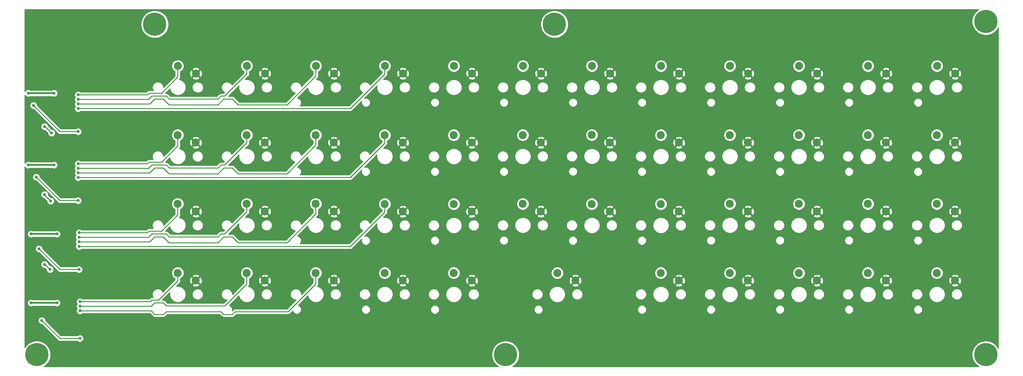
<source format=gbr>
%TF.GenerationSoftware,KiCad,Pcbnew,(5.1.10)-1*%
%TF.CreationDate,2021-10-30T02:48:04-04:00*%
%TF.ProjectId,keyboard,6b657962-6f61-4726-942e-6b696361645f,rev?*%
%TF.SameCoordinates,Original*%
%TF.FileFunction,Copper,L2,Bot*%
%TF.FilePolarity,Positive*%
%FSLAX46Y46*%
G04 Gerber Fmt 4.6, Leading zero omitted, Abs format (unit mm)*
G04 Created by KiCad (PCBNEW (5.1.10)-1) date 2021-10-30 02:48:04*
%MOMM*%
%LPD*%
G01*
G04 APERTURE LIST*
%TA.AperFunction,ComponentPad*%
%ADD10C,6.400000*%
%TD*%
%TA.AperFunction,ComponentPad*%
%ADD11C,2.200000*%
%TD*%
%TA.AperFunction,ViaPad*%
%ADD12C,0.800000*%
%TD*%
%TA.AperFunction,Conductor*%
%ADD13C,0.254000*%
%TD*%
%TA.AperFunction,Conductor*%
%ADD14C,0.500000*%
%TD*%
%TA.AperFunction,Conductor*%
%ADD15C,0.250000*%
%TD*%
%TA.AperFunction,Conductor*%
%ADD16C,0.100000*%
%TD*%
G04 APERTURE END LIST*
D10*
%TO.P,H4,1*%
%TO.N,N/C*%
X201612500Y-192881250D03*
%TD*%
%TO.P,H4,1*%
%TO.N,N/C*%
X215106250Y-101600000D03*
%TD*%
%TO.P,H4,1*%
%TO.N,N/C*%
X104775000Y-101600000D03*
%TD*%
%TO.P,H3,1*%
%TO.N,N/C*%
X72231250Y-192881250D03*
%TD*%
%TO.P,H2,1*%
%TO.N,N/C*%
X334168750Y-100806250D03*
%TD*%
%TO.P,H1,1*%
%TO.N,N/C*%
X334168750Y-192881250D03*
%TD*%
D11*
%TO.P,M42,2*%
%TO.N,GND*%
X220900000Y-172412500D03*
%TO.P,M42,1*%
%TO.N,/ROW_4_5*%
X215900000Y-170312500D03*
%TD*%
%TO.P,M41,2*%
%TO.N,GND*%
X192325000Y-172412500D03*
%TO.P,M41,1*%
%TO.N,/ROW_4_4*%
X187325000Y-170312500D03*
%TD*%
%TO.P,M29,2*%
%TO.N,GND*%
X192325000Y-153362500D03*
%TO.P,M29,1*%
%TO.N,/ROW_3_4*%
X187325000Y-151262500D03*
%TD*%
%TO.P,M28,2*%
%TO.N,GND*%
X173275000Y-153362500D03*
%TO.P,M28,1*%
%TO.N,/ROW_3_3*%
X168275000Y-151262500D03*
%TD*%
%TO.P,M15,2*%
%TO.N,GND*%
X154225000Y-134312500D03*
%TO.P,M15,1*%
%TO.N,/ROW_2_2*%
X149225000Y-132212500D03*
%TD*%
%TO.P,M14,2*%
%TO.N,GND*%
X135175000Y-134312500D03*
%TO.P,M14,1*%
%TO.N,/ROW_2_1*%
X130175000Y-132212500D03*
%TD*%
%TO.P,M1,1*%
%TO.N,/ROW_1_0*%
X111140900Y-113130750D03*
%TO.P,M1,2*%
%TO.N,GND*%
X116140900Y-115230750D03*
%TD*%
%TO.P,M44,1*%
%TO.N,/ROW_4_7*%
X263525000Y-170312500D03*
%TO.P,M44,2*%
%TO.N,GND*%
X268525000Y-172412500D03*
%TD*%
%TO.P,M47,1*%
%TO.N,/ROW_4_10*%
X320675000Y-170312500D03*
%TO.P,M47,2*%
%TO.N,GND*%
X325675000Y-172412500D03*
%TD*%
%TO.P,M46,1*%
%TO.N,/ROW_4_9*%
X301625000Y-170312500D03*
%TO.P,M46,2*%
%TO.N,GND*%
X306625000Y-172412500D03*
%TD*%
%TO.P,M45,1*%
%TO.N,/ROW_4_8*%
X282575000Y-170312500D03*
%TO.P,M45,2*%
%TO.N,GND*%
X287575000Y-172412500D03*
%TD*%
%TO.P,M43,1*%
%TO.N,/ROW_4_6*%
X244475000Y-170312500D03*
%TO.P,M43,2*%
%TO.N,GND*%
X249475000Y-172412500D03*
%TD*%
%TO.P,M40,1*%
%TO.N,/ROW_4_3*%
X168275000Y-170312500D03*
%TO.P,M40,2*%
%TO.N,GND*%
X173275000Y-172412500D03*
%TD*%
%TO.P,M39,1*%
%TO.N,/ROW_4_2*%
X149225000Y-170312500D03*
%TO.P,M39,2*%
%TO.N,GND*%
X154225000Y-172412500D03*
%TD*%
%TO.P,M38,1*%
%TO.N,/ROW_4_1*%
X130175000Y-170312500D03*
%TO.P,M38,2*%
%TO.N,GND*%
X135175000Y-172412500D03*
%TD*%
%TO.P,M37,1*%
%TO.N,/ROW_4_0*%
X111125000Y-170312500D03*
%TO.P,M37,2*%
%TO.N,GND*%
X116125000Y-172412500D03*
%TD*%
%TO.P,M36,1*%
%TO.N,/ROW_3_11*%
X320675000Y-151230750D03*
%TO.P,M36,2*%
%TO.N,GND*%
X325675000Y-153330750D03*
%TD*%
%TO.P,M35,1*%
%TO.N,/ROW_3_10*%
X301625000Y-151230750D03*
%TO.P,M35,2*%
%TO.N,GND*%
X306625000Y-153330750D03*
%TD*%
%TO.P,M34,1*%
%TO.N,/ROW_3_9*%
X282575000Y-151230750D03*
%TO.P,M34,2*%
%TO.N,GND*%
X287575000Y-153330750D03*
%TD*%
%TO.P,M33,1*%
%TO.N,/ROW_3_8*%
X263525000Y-151230750D03*
%TO.P,M33,2*%
%TO.N,GND*%
X268525000Y-153330750D03*
%TD*%
%TO.P,M32,1*%
%TO.N,/ROW_3_7*%
X244475000Y-151262500D03*
%TO.P,M32,2*%
%TO.N,GND*%
X249475000Y-153362500D03*
%TD*%
%TO.P,M31,1*%
%TO.N,/ROW_3_6*%
X225425000Y-151262500D03*
%TO.P,M31,2*%
%TO.N,GND*%
X230425000Y-153362500D03*
%TD*%
%TO.P,M30,1*%
%TO.N,/ROW_3_5*%
X206375000Y-151230750D03*
%TO.P,M30,2*%
%TO.N,GND*%
X211375000Y-153330750D03*
%TD*%
%TO.P,M27,1*%
%TO.N,/ROW_3_2*%
X149225000Y-151230750D03*
%TO.P,M27,2*%
%TO.N,GND*%
X154225000Y-153330750D03*
%TD*%
%TO.P,M26,1*%
%TO.N,/ROW_3_1*%
X130175000Y-151230750D03*
%TO.P,M26,2*%
%TO.N,GND*%
X135175000Y-153330750D03*
%TD*%
%TO.P,M25,1*%
%TO.N,/ROW_3_0*%
X111125000Y-151230750D03*
%TO.P,M25,2*%
%TO.N,GND*%
X116125000Y-153330750D03*
%TD*%
%TO.P,M24,1*%
%TO.N,/ROW_2_11*%
X320675000Y-132212500D03*
%TO.P,M24,2*%
%TO.N,GND*%
X325675000Y-134312500D03*
%TD*%
%TO.P,M23,1*%
%TO.N,/ROW_2_10*%
X301625000Y-132212500D03*
%TO.P,M23,2*%
%TO.N,GND*%
X306625000Y-134312500D03*
%TD*%
%TO.P,M22,1*%
%TO.N,/ROW_2_9*%
X282575000Y-132212500D03*
%TO.P,M22,2*%
%TO.N,GND*%
X287575000Y-134312500D03*
%TD*%
%TO.P,M21,1*%
%TO.N,/ROW_2_8*%
X263525000Y-132212500D03*
%TO.P,M21,2*%
%TO.N,GND*%
X268525000Y-134312500D03*
%TD*%
%TO.P,M20,1*%
%TO.N,/ROW_2_7*%
X244475000Y-132212500D03*
%TO.P,M20,2*%
%TO.N,GND*%
X249475000Y-134312500D03*
%TD*%
%TO.P,M19,1*%
%TO.N,/ROW_2_6*%
X225425000Y-132180750D03*
%TO.P,M19,2*%
%TO.N,GND*%
X230425000Y-134280750D03*
%TD*%
%TO.P,M18,1*%
%TO.N,/ROW_2_5*%
X206375000Y-132212500D03*
%TO.P,M18,2*%
%TO.N,GND*%
X211375000Y-134312500D03*
%TD*%
%TO.P,M17,1*%
%TO.N,/ROW_2_4*%
X187325000Y-132212500D03*
%TO.P,M17,2*%
%TO.N,GND*%
X192325000Y-134312500D03*
%TD*%
%TO.P,M16,1*%
%TO.N,/ROW_2_3*%
X168275000Y-132212500D03*
%TO.P,M16,2*%
%TO.N,GND*%
X173275000Y-134312500D03*
%TD*%
%TO.P,M13,1*%
%TO.N,/ROW_2_0*%
X111125000Y-132212500D03*
%TO.P,M13,2*%
%TO.N,GND*%
X116125000Y-134312500D03*
%TD*%
%TO.P,M12,1*%
%TO.N,/ROW_1_11*%
X320690900Y-113130750D03*
%TO.P,M12,2*%
%TO.N,GND*%
X325690900Y-115230750D03*
%TD*%
%TO.P,M11,1*%
%TO.N,/ROW_1_10*%
X301640900Y-113130750D03*
%TO.P,M11,2*%
%TO.N,GND*%
X306640900Y-115230750D03*
%TD*%
%TO.P,M10,1*%
%TO.N,/ROW_1_9*%
X282590900Y-113130750D03*
%TO.P,M10,2*%
%TO.N,GND*%
X287590900Y-115230750D03*
%TD*%
%TO.P,M9,1*%
%TO.N,/ROW_1_8*%
X263540900Y-113130750D03*
%TO.P,M9,2*%
%TO.N,GND*%
X268540900Y-115230750D03*
%TD*%
%TO.P,M8,1*%
%TO.N,/ROW_1_7*%
X244490900Y-113130750D03*
%TO.P,M8,2*%
%TO.N,GND*%
X249490900Y-115230750D03*
%TD*%
%TO.P,M7,1*%
%TO.N,/ROW_1_6*%
X225440900Y-113130750D03*
%TO.P,M7,2*%
%TO.N,GND*%
X230440900Y-115230750D03*
%TD*%
%TO.P,M6,1*%
%TO.N,/ROW_1_5*%
X206390900Y-113130750D03*
%TO.P,M6,2*%
%TO.N,GND*%
X211390900Y-115230750D03*
%TD*%
%TO.P,M5,1*%
%TO.N,/ROW_1_4*%
X187340900Y-113130750D03*
%TO.P,M5,2*%
%TO.N,GND*%
X192340900Y-115230750D03*
%TD*%
%TO.P,M4,1*%
%TO.N,/ROW_1_3*%
X168290900Y-113130750D03*
%TO.P,M4,2*%
%TO.N,GND*%
X173290900Y-115230750D03*
%TD*%
%TO.P,M3,1*%
%TO.N,/ROW_1_2*%
X149240900Y-113130750D03*
%TO.P,M3,2*%
%TO.N,GND*%
X154240900Y-115230750D03*
%TD*%
%TO.P,M2,1*%
%TO.N,/ROW_1_1*%
X130190900Y-113130750D03*
%TO.P,M2,2*%
%TO.N,GND*%
X135190900Y-115230750D03*
%TD*%
D12*
%TO.N,/ROW_1_0*%
X83629500Y-121094500D03*
%TO.N,+5V*%
X76993750Y-140493750D03*
X69850000Y-140493750D03*
X77787500Y-159543750D03*
X70643750Y-159543750D03*
X77787500Y-178593750D03*
X70643750Y-178593750D03*
X76993750Y-120650000D03*
X69850000Y-120650000D03*
%TO.N,/ROW_2_0*%
X83629500Y-140144500D03*
%TO.N,/ROW_3_0*%
X83883500Y-159194500D03*
%TO.N,/ROW_4_0*%
X84137500Y-178244500D03*
%TO.N,/ROW_1_1*%
X83629500Y-122364500D03*
%TO.N,/ROW_2_1*%
X83629500Y-141414500D03*
%TO.N,/ROW_3_1*%
X83883500Y-160464500D03*
%TO.N,/ROW_4_1*%
X84137500Y-179514500D03*
%TO.N,/ROW_1_2*%
X83629500Y-123634500D03*
%TO.N,/ROW_2_2*%
X83629500Y-142684500D03*
%TO.N,/ROW_3_2*%
X83883500Y-161734500D03*
%TO.N,/ROW_4_2*%
X84137500Y-180784500D03*
%TO.N,/ROW_1_3*%
X83629500Y-124904500D03*
%TO.N,/ROW_2_3*%
X83629500Y-143954500D03*
%TO.N,/ROW_3_3*%
X83883500Y-163004500D03*
%TO.N,/SDA_*%
X75882500Y-169331500D03*
X74358500Y-167957500D03*
X76032500Y-150431500D03*
X74358500Y-148653500D03*
X76286500Y-131635500D03*
X74358500Y-129857500D03*
%TO.N,GND*%
X80073500Y-189674500D03*
X80327500Y-170624500D03*
X80073500Y-151574500D03*
X79819500Y-132524500D03*
X99218750Y-103738680D03*
X89217500Y-135064500D03*
X88963500Y-154114500D03*
X89217500Y-173164500D03*
X89217500Y-175704500D03*
X88963500Y-192214500D03*
%TO.N,/INT_0x0*%
X71310500Y-124015500D03*
X83629500Y-131254500D03*
%TO.N,/INT_0x2*%
X83883500Y-169354500D03*
X72834500Y-163639500D03*
%TO.N,/INT_0x1*%
X83629500Y-150304500D03*
X72072500Y-143827500D03*
%TO.N,/INT_0x3*%
X84137500Y-188404500D03*
X73596500Y-183451500D03*
%TD*%
D13*
%TO.N,/ROW_1_0*%
X83883500Y-121094500D02*
X102743000Y-121094500D01*
X102743000Y-121094500D02*
X103187500Y-120650000D01*
X111125000Y-116178788D02*
X111125000Y-113130750D01*
X103187500Y-120650000D02*
X106653788Y-120650000D01*
X106653788Y-120650000D02*
X111125000Y-116178788D01*
D14*
%TO.N,+5V*%
X69850000Y-140493750D02*
X76993750Y-140493750D01*
X70643750Y-159543750D02*
X77787500Y-159543750D01*
X70643750Y-178593750D02*
X77787500Y-178593750D01*
X69850000Y-120650000D02*
X76993750Y-120650000D01*
D13*
%TO.N,/ROW_2_0*%
X83883500Y-140144500D02*
X102743000Y-140144500D01*
X102743000Y-140144500D02*
X103187500Y-139700000D01*
X111125000Y-135228788D02*
X111125000Y-132180750D01*
X103187500Y-139700000D02*
X106653788Y-139700000D01*
X106653788Y-139700000D02*
X111125000Y-135228788D01*
%TO.N,/ROW_3_0*%
X83883500Y-159194500D02*
X102743000Y-159194500D01*
X102743000Y-159194500D02*
X103187500Y-158750000D01*
X111125000Y-154278788D02*
X111125000Y-151230750D01*
X106653788Y-158750000D02*
X111125000Y-154278788D01*
X103187500Y-158750000D02*
X106653788Y-158750000D01*
%TO.N,/ROW_4_0*%
X84137500Y-178244500D02*
X103536750Y-178244500D01*
X103536750Y-178244500D02*
X103981250Y-177800000D01*
X111125000Y-172528462D02*
X111125000Y-170312500D01*
X105853462Y-177800000D02*
X111125000Y-172528462D01*
X103981250Y-177800000D02*
X105853462Y-177800000D01*
%TO.N,/ROW_1_1*%
X123031250Y-121443750D02*
X124077962Y-121443750D01*
X122237500Y-122237500D02*
X123031250Y-121443750D01*
X130175000Y-115346712D02*
X130175000Y-113130750D01*
X124077962Y-121443750D02*
X130175000Y-115346712D01*
X108743750Y-122237500D02*
X122237500Y-122237500D01*
X83883500Y-122364500D02*
X103060500Y-122364500D01*
X107950000Y-121443750D02*
X108743750Y-122237500D01*
X103981250Y-121443750D02*
X107950000Y-121443750D01*
X103060500Y-122364500D02*
X103981250Y-121443750D01*
D15*
X91160500Y-122364500D02*
X91408250Y-122364500D01*
D13*
%TO.N,/ROW_2_1*%
X123031250Y-140493750D02*
X124077962Y-140493750D01*
X122237500Y-141287500D02*
X123031250Y-140493750D01*
X130175000Y-134396712D02*
X130175000Y-132180750D01*
X124077962Y-140493750D02*
X130175000Y-134396712D01*
X108743750Y-141287500D02*
X122237500Y-141287500D01*
X83883500Y-141414500D02*
X103060500Y-141414500D01*
X107950000Y-140493750D02*
X108743750Y-141287500D01*
X103981250Y-140493750D02*
X107950000Y-140493750D01*
X103060500Y-141414500D02*
X103981250Y-140493750D01*
%TO.N,/ROW_3_1*%
X83883500Y-160464500D02*
X103060500Y-160464500D01*
X103060500Y-160464500D02*
X103981250Y-159543750D01*
X103981250Y-159543750D02*
X107950000Y-159543750D01*
X107950000Y-159543750D02*
X108743750Y-160337500D01*
X108743750Y-160337500D02*
X122237500Y-160337500D01*
X122237500Y-160337500D02*
X123031250Y-159543750D01*
X130175000Y-153446712D02*
X130175000Y-151230750D01*
X124077962Y-159543750D02*
X130175000Y-153446712D01*
X123031250Y-159543750D02*
X124077962Y-159543750D01*
%TO.N,/ROW_4_1*%
X84137500Y-179514500D02*
X103854250Y-179514500D01*
X103854250Y-179514500D02*
X104775000Y-178593750D01*
X104775000Y-178593750D02*
X107156250Y-178593750D01*
X107156250Y-178593750D02*
X107950000Y-179387500D01*
X130175000Y-173360538D02*
X130175000Y-170312500D01*
X124148038Y-179387500D02*
X130175000Y-173360538D01*
X107950000Y-179387500D02*
X124148038Y-179387500D01*
%TO.N,/ROW_1_2*%
X141287500Y-123825000D02*
X149225000Y-115887500D01*
X122237500Y-123825000D02*
X123825000Y-122237500D01*
X149225000Y-115887500D02*
X149225000Y-113130750D01*
X103378000Y-123634500D02*
X104775000Y-122237500D01*
X104775000Y-122237500D02*
X107156250Y-122237500D01*
X108743750Y-123825000D02*
X122237500Y-123825000D01*
X123825000Y-122237500D02*
X126206250Y-122237500D01*
X127793750Y-123825000D02*
X141287500Y-123825000D01*
X126206250Y-122237500D02*
X127793750Y-123825000D01*
X83883500Y-123634500D02*
X103378000Y-123634500D01*
X107156250Y-122237500D02*
X108743750Y-123825000D01*
%TO.N,/ROW_2_2*%
X141287500Y-142875000D02*
X149225000Y-134937500D01*
X122237500Y-142875000D02*
X123825000Y-141287500D01*
X149225000Y-134937500D02*
X149225000Y-132180750D01*
X103378000Y-142684500D02*
X104775000Y-141287500D01*
X104775000Y-141287500D02*
X107156250Y-141287500D01*
X108743750Y-142875000D02*
X122237500Y-142875000D01*
X123825000Y-141287500D02*
X126206250Y-141287500D01*
X127793750Y-142875000D02*
X141287500Y-142875000D01*
X126206250Y-141287500D02*
X127793750Y-142875000D01*
X83883500Y-142684500D02*
X103378000Y-142684500D01*
X107156250Y-141287500D02*
X108743750Y-142875000D01*
%TO.N,/ROW_3_2*%
X83883500Y-161734500D02*
X103378000Y-161734500D01*
X103378000Y-161734500D02*
X104775000Y-160337500D01*
X104775000Y-160337500D02*
X107156250Y-160337500D01*
X107156250Y-160337500D02*
X108743750Y-161925000D01*
X108743750Y-161925000D02*
X122237500Y-161925000D01*
X122237500Y-161925000D02*
X123825000Y-160337500D01*
X123825000Y-160337500D02*
X126206250Y-160337500D01*
X126206250Y-160337500D02*
X127793750Y-161925000D01*
X127793750Y-161925000D02*
X141287500Y-161925000D01*
X149225000Y-153987500D02*
X149225000Y-151230750D01*
X141287500Y-161925000D02*
X149225000Y-153987500D01*
%TO.N,/ROW_4_2*%
X84137500Y-180784500D02*
X103790750Y-180784500D01*
X103790750Y-180784500D02*
X104775000Y-181768750D01*
X104775000Y-181768750D02*
X107156250Y-181768750D01*
X107156250Y-181768750D02*
X107950000Y-180975000D01*
X107950000Y-180975000D02*
X123031250Y-180975000D01*
X123031250Y-180975000D02*
X123825000Y-181768750D01*
X123825000Y-181768750D02*
X126206250Y-181768750D01*
X126206250Y-181768750D02*
X127000000Y-180975000D01*
X149225000Y-173360538D02*
X149225000Y-170312500D01*
X141610538Y-180975000D02*
X149225000Y-173360538D01*
X127000000Y-180975000D02*
X141610538Y-180975000D01*
%TO.N,/ROW_1_3*%
X168275000Y-115378462D02*
X168275000Y-113162500D01*
X158748962Y-124904500D02*
X168275000Y-115378462D01*
X83883500Y-124904500D02*
X158748962Y-124904500D01*
%TO.N,/ROW_2_3*%
X168275000Y-134428462D02*
X168275000Y-132212500D01*
X158748962Y-143954500D02*
X168275000Y-134428462D01*
X83883500Y-143954500D02*
X158748962Y-143954500D01*
%TO.N,/ROW_3_3*%
X168275000Y-153478462D02*
X168275000Y-151262500D01*
X158748962Y-163004500D02*
X168275000Y-153478462D01*
X83883500Y-163004500D02*
X158748962Y-163004500D01*
%TO.N,/SDA_*%
X75882500Y-169331500D02*
X74358500Y-167807500D01*
X76032500Y-150431500D02*
X74358500Y-148757500D01*
X74358500Y-148757500D02*
X74358500Y-148653500D01*
X76286500Y-131635500D02*
X74358500Y-129707500D01*
%TO.N,/INT_0x0*%
X83883500Y-131254500D02*
X78549500Y-131254500D01*
X78549500Y-131254500D02*
X71310500Y-124015500D01*
X71310500Y-124015500D02*
X71310500Y-124015500D01*
%TO.N,/INT_0x2*%
X84137500Y-169354500D02*
X78549500Y-169354500D01*
X78549500Y-169354500D02*
X72834500Y-163639500D01*
X72834500Y-163639500D02*
X72834500Y-163639500D01*
%TO.N,/INT_0x1*%
X83883500Y-150304500D02*
X78549500Y-150304500D01*
X78549500Y-150304500D02*
X72072500Y-143827500D01*
X72072500Y-143827500D02*
X72072500Y-143827500D01*
%TO.N,/INT_0x3*%
X84137500Y-188404500D02*
X78549500Y-188404500D01*
X78549500Y-188404500D02*
X73596500Y-183451500D01*
%TD*%
%TO.N,GND*%
X331724080Y-97827411D02*
X331189911Y-98361580D01*
X330770217Y-98989696D01*
X330481127Y-99687622D01*
X330333750Y-100428535D01*
X330333750Y-101183965D01*
X330481127Y-101924878D01*
X330770217Y-102622804D01*
X331189911Y-103250920D01*
X331724080Y-103785089D01*
X332352196Y-104204783D01*
X333050122Y-104493873D01*
X333791035Y-104641250D01*
X334546465Y-104641250D01*
X335287378Y-104493873D01*
X335985304Y-104204783D01*
X336613420Y-103785089D01*
X337147589Y-103250920D01*
X337567283Y-102622804D01*
X337602501Y-102537780D01*
X337602500Y-191149718D01*
X337567283Y-191064696D01*
X337147589Y-190436580D01*
X336613420Y-189902411D01*
X335985304Y-189482717D01*
X335287378Y-189193627D01*
X334546465Y-189046250D01*
X333791035Y-189046250D01*
X333050122Y-189193627D01*
X332352196Y-189482717D01*
X331724080Y-189902411D01*
X331189911Y-190436580D01*
X330770217Y-191064696D01*
X330481127Y-191762622D01*
X330333750Y-192503535D01*
X330333750Y-193258965D01*
X330481127Y-193999878D01*
X330770217Y-194697804D01*
X331189911Y-195325920D01*
X331724080Y-195860089D01*
X332217826Y-196190000D01*
X203563424Y-196190000D01*
X204057170Y-195860089D01*
X204591339Y-195325920D01*
X205011033Y-194697804D01*
X205300123Y-193999878D01*
X205447500Y-193258965D01*
X205447500Y-192503535D01*
X205300123Y-191762622D01*
X205011033Y-191064696D01*
X204591339Y-190436580D01*
X204057170Y-189902411D01*
X203429054Y-189482717D01*
X202731128Y-189193627D01*
X201990215Y-189046250D01*
X201234785Y-189046250D01*
X200493872Y-189193627D01*
X199795946Y-189482717D01*
X199167830Y-189902411D01*
X198633661Y-190436580D01*
X198213967Y-191064696D01*
X197924877Y-191762622D01*
X197777500Y-192503535D01*
X197777500Y-193258965D01*
X197924877Y-193999878D01*
X198213967Y-194697804D01*
X198633661Y-195325920D01*
X199167830Y-195860089D01*
X199661576Y-196190000D01*
X74182174Y-196190000D01*
X74675920Y-195860089D01*
X75210089Y-195325920D01*
X75629783Y-194697804D01*
X75918873Y-193999878D01*
X76066250Y-193258965D01*
X76066250Y-192503535D01*
X75918873Y-191762622D01*
X75629783Y-191064696D01*
X75210089Y-190436580D01*
X74675920Y-189902411D01*
X74047804Y-189482717D01*
X73349878Y-189193627D01*
X72608965Y-189046250D01*
X71853535Y-189046250D01*
X71112622Y-189193627D01*
X70414696Y-189482717D01*
X69786580Y-189902411D01*
X69252411Y-190436580D01*
X68922500Y-190930326D01*
X68922500Y-183349561D01*
X72561500Y-183349561D01*
X72561500Y-183553439D01*
X72601274Y-183753398D01*
X72679295Y-183941756D01*
X72792563Y-184111274D01*
X72936726Y-184255437D01*
X73106244Y-184368705D01*
X73294602Y-184446726D01*
X73494561Y-184486500D01*
X73553870Y-184486500D01*
X77984221Y-188916852D01*
X78008078Y-188945922D01*
X78037148Y-188969779D01*
X78124107Y-189041145D01*
X78167379Y-189064274D01*
X78256485Y-189111902D01*
X78400122Y-189155474D01*
X78512074Y-189166500D01*
X78512077Y-189166500D01*
X78549500Y-189170186D01*
X78586923Y-189166500D01*
X83435789Y-189166500D01*
X83477726Y-189208437D01*
X83647244Y-189321705D01*
X83835602Y-189399726D01*
X84035561Y-189439500D01*
X84239439Y-189439500D01*
X84439398Y-189399726D01*
X84627756Y-189321705D01*
X84797274Y-189208437D01*
X84941437Y-189064274D01*
X85054705Y-188894756D01*
X85132726Y-188706398D01*
X85172500Y-188506439D01*
X85172500Y-188302561D01*
X85132726Y-188102602D01*
X85054705Y-187914244D01*
X84941437Y-187744726D01*
X84797274Y-187600563D01*
X84627756Y-187487295D01*
X84439398Y-187409274D01*
X84239439Y-187369500D01*
X84035561Y-187369500D01*
X83835602Y-187409274D01*
X83647244Y-187487295D01*
X83477726Y-187600563D01*
X83435789Y-187642500D01*
X78865131Y-187642500D01*
X74631500Y-183408870D01*
X74631500Y-183349561D01*
X74591726Y-183149602D01*
X74513705Y-182961244D01*
X74400437Y-182791726D01*
X74256274Y-182647563D01*
X74086756Y-182534295D01*
X73898398Y-182456274D01*
X73698439Y-182416500D01*
X73494561Y-182416500D01*
X73294602Y-182456274D01*
X73106244Y-182534295D01*
X72936726Y-182647563D01*
X72792563Y-182791726D01*
X72679295Y-182961244D01*
X72601274Y-183149602D01*
X72561500Y-183349561D01*
X68922500Y-183349561D01*
X68922500Y-178491811D01*
X69608750Y-178491811D01*
X69608750Y-178695689D01*
X69648524Y-178895648D01*
X69726545Y-179084006D01*
X69839813Y-179253524D01*
X69983976Y-179397687D01*
X70153494Y-179510955D01*
X70341852Y-179588976D01*
X70541811Y-179628750D01*
X70745689Y-179628750D01*
X70945648Y-179588976D01*
X71134006Y-179510955D01*
X71182204Y-179478750D01*
X77249046Y-179478750D01*
X77297244Y-179510955D01*
X77485602Y-179588976D01*
X77685561Y-179628750D01*
X77889439Y-179628750D01*
X78089398Y-179588976D01*
X78277756Y-179510955D01*
X78447274Y-179397687D01*
X78591437Y-179253524D01*
X78704705Y-179084006D01*
X78782726Y-178895648D01*
X78822500Y-178695689D01*
X78822500Y-178491811D01*
X78782726Y-178291852D01*
X78720888Y-178142561D01*
X83102500Y-178142561D01*
X83102500Y-178346439D01*
X83142274Y-178546398D01*
X83220295Y-178734756D01*
X83317010Y-178879500D01*
X83220295Y-179024244D01*
X83142274Y-179212602D01*
X83102500Y-179412561D01*
X83102500Y-179616439D01*
X83142274Y-179816398D01*
X83220295Y-180004756D01*
X83317010Y-180149500D01*
X83220295Y-180294244D01*
X83142274Y-180482602D01*
X83102500Y-180682561D01*
X83102500Y-180886439D01*
X83142274Y-181086398D01*
X83220295Y-181274756D01*
X83333563Y-181444274D01*
X83477726Y-181588437D01*
X83647244Y-181701705D01*
X83835602Y-181779726D01*
X84035561Y-181819500D01*
X84239439Y-181819500D01*
X84439398Y-181779726D01*
X84627756Y-181701705D01*
X84797274Y-181588437D01*
X84839211Y-181546500D01*
X103475120Y-181546500D01*
X104209716Y-182281096D01*
X104233578Y-182310172D01*
X104307219Y-182370607D01*
X104349607Y-182405395D01*
X104420364Y-182443215D01*
X104481985Y-182476152D01*
X104625622Y-182519724D01*
X104737574Y-182530750D01*
X104737577Y-182530750D01*
X104775000Y-182534436D01*
X104812423Y-182530750D01*
X107118827Y-182530750D01*
X107156250Y-182534436D01*
X107193673Y-182530750D01*
X107193676Y-182530750D01*
X107305628Y-182519724D01*
X107449265Y-182476152D01*
X107581642Y-182405395D01*
X107697672Y-182310172D01*
X107721534Y-182281097D01*
X108265631Y-181737000D01*
X122715620Y-181737000D01*
X123259720Y-182281101D01*
X123283578Y-182310172D01*
X123399608Y-182405395D01*
X123531985Y-182476152D01*
X123675622Y-182519724D01*
X123787574Y-182530750D01*
X123787576Y-182530750D01*
X123824999Y-182534436D01*
X123862422Y-182530750D01*
X126168827Y-182530750D01*
X126206250Y-182534436D01*
X126243673Y-182530750D01*
X126243676Y-182530750D01*
X126355628Y-182519724D01*
X126499265Y-182476152D01*
X126631642Y-182405395D01*
X126747672Y-182310172D01*
X126771534Y-182281097D01*
X127315631Y-181737000D01*
X141573115Y-181737000D01*
X141610538Y-181740686D01*
X141647961Y-181737000D01*
X141647964Y-181737000D01*
X141759916Y-181725974D01*
X141903553Y-181682402D01*
X142035930Y-181611645D01*
X142151960Y-181516422D01*
X142175822Y-181487346D01*
X142838833Y-180824335D01*
X142910557Y-180997492D01*
X143045713Y-181199767D01*
X143217733Y-181371787D01*
X143420008Y-181506943D01*
X143644764Y-181600040D01*
X143883363Y-181647500D01*
X144126637Y-181647500D01*
X144365236Y-181600040D01*
X144589992Y-181506943D01*
X144792267Y-181371787D01*
X144964287Y-181199767D01*
X145099443Y-180997492D01*
X145192540Y-180772736D01*
X145240000Y-180534137D01*
X145240000Y-180290863D01*
X161820000Y-180290863D01*
X161820000Y-180534137D01*
X161867460Y-180772736D01*
X161960557Y-180997492D01*
X162095713Y-181199767D01*
X162267733Y-181371787D01*
X162470008Y-181506943D01*
X162694764Y-181600040D01*
X162933363Y-181647500D01*
X163176637Y-181647500D01*
X163415236Y-181600040D01*
X163639992Y-181506943D01*
X163842267Y-181371787D01*
X164014287Y-181199767D01*
X164149443Y-180997492D01*
X164242540Y-180772736D01*
X164290000Y-180534137D01*
X164290000Y-180290863D01*
X180870000Y-180290863D01*
X180870000Y-180534137D01*
X180917460Y-180772736D01*
X181010557Y-180997492D01*
X181145713Y-181199767D01*
X181317733Y-181371787D01*
X181520008Y-181506943D01*
X181744764Y-181600040D01*
X181983363Y-181647500D01*
X182226637Y-181647500D01*
X182465236Y-181600040D01*
X182689992Y-181506943D01*
X182892267Y-181371787D01*
X183064287Y-181199767D01*
X183199443Y-180997492D01*
X183292540Y-180772736D01*
X183340000Y-180534137D01*
X183340000Y-180290863D01*
X209445000Y-180290863D01*
X209445000Y-180534137D01*
X209492460Y-180772736D01*
X209585557Y-180997492D01*
X209720713Y-181199767D01*
X209892733Y-181371787D01*
X210095008Y-181506943D01*
X210319764Y-181600040D01*
X210558363Y-181647500D01*
X210801637Y-181647500D01*
X211040236Y-181600040D01*
X211264992Y-181506943D01*
X211467267Y-181371787D01*
X211639287Y-181199767D01*
X211774443Y-180997492D01*
X211867540Y-180772736D01*
X211915000Y-180534137D01*
X211915000Y-180290863D01*
X238020000Y-180290863D01*
X238020000Y-180534137D01*
X238067460Y-180772736D01*
X238160557Y-180997492D01*
X238295713Y-181199767D01*
X238467733Y-181371787D01*
X238670008Y-181506943D01*
X238894764Y-181600040D01*
X239133363Y-181647500D01*
X239376637Y-181647500D01*
X239615236Y-181600040D01*
X239839992Y-181506943D01*
X240042267Y-181371787D01*
X240214287Y-181199767D01*
X240349443Y-180997492D01*
X240442540Y-180772736D01*
X240490000Y-180534137D01*
X240490000Y-180290863D01*
X257070000Y-180290863D01*
X257070000Y-180534137D01*
X257117460Y-180772736D01*
X257210557Y-180997492D01*
X257345713Y-181199767D01*
X257517733Y-181371787D01*
X257720008Y-181506943D01*
X257944764Y-181600040D01*
X258183363Y-181647500D01*
X258426637Y-181647500D01*
X258665236Y-181600040D01*
X258889992Y-181506943D01*
X259092267Y-181371787D01*
X259264287Y-181199767D01*
X259399443Y-180997492D01*
X259492540Y-180772736D01*
X259540000Y-180534137D01*
X259540000Y-180290863D01*
X276120000Y-180290863D01*
X276120000Y-180534137D01*
X276167460Y-180772736D01*
X276260557Y-180997492D01*
X276395713Y-181199767D01*
X276567733Y-181371787D01*
X276770008Y-181506943D01*
X276994764Y-181600040D01*
X277233363Y-181647500D01*
X277476637Y-181647500D01*
X277715236Y-181600040D01*
X277939992Y-181506943D01*
X278142267Y-181371787D01*
X278314287Y-181199767D01*
X278449443Y-180997492D01*
X278542540Y-180772736D01*
X278590000Y-180534137D01*
X278590000Y-180290863D01*
X295170000Y-180290863D01*
X295170000Y-180534137D01*
X295217460Y-180772736D01*
X295310557Y-180997492D01*
X295445713Y-181199767D01*
X295617733Y-181371787D01*
X295820008Y-181506943D01*
X296044764Y-181600040D01*
X296283363Y-181647500D01*
X296526637Y-181647500D01*
X296765236Y-181600040D01*
X296989992Y-181506943D01*
X297192267Y-181371787D01*
X297364287Y-181199767D01*
X297499443Y-180997492D01*
X297592540Y-180772736D01*
X297640000Y-180534137D01*
X297640000Y-180290863D01*
X314220000Y-180290863D01*
X314220000Y-180534137D01*
X314267460Y-180772736D01*
X314360557Y-180997492D01*
X314495713Y-181199767D01*
X314667733Y-181371787D01*
X314870008Y-181506943D01*
X315094764Y-181600040D01*
X315333363Y-181647500D01*
X315576637Y-181647500D01*
X315815236Y-181600040D01*
X316039992Y-181506943D01*
X316242267Y-181371787D01*
X316414287Y-181199767D01*
X316549443Y-180997492D01*
X316642540Y-180772736D01*
X316690000Y-180534137D01*
X316690000Y-180290863D01*
X316642540Y-180052264D01*
X316549443Y-179827508D01*
X316414287Y-179625233D01*
X316242267Y-179453213D01*
X316039992Y-179318057D01*
X315815236Y-179224960D01*
X315576637Y-179177500D01*
X315333363Y-179177500D01*
X315094764Y-179224960D01*
X314870008Y-179318057D01*
X314667733Y-179453213D01*
X314495713Y-179625233D01*
X314360557Y-179827508D01*
X314267460Y-180052264D01*
X314220000Y-180290863D01*
X297640000Y-180290863D01*
X297592540Y-180052264D01*
X297499443Y-179827508D01*
X297364287Y-179625233D01*
X297192267Y-179453213D01*
X296989992Y-179318057D01*
X296765236Y-179224960D01*
X296526637Y-179177500D01*
X296283363Y-179177500D01*
X296044764Y-179224960D01*
X295820008Y-179318057D01*
X295617733Y-179453213D01*
X295445713Y-179625233D01*
X295310557Y-179827508D01*
X295217460Y-180052264D01*
X295170000Y-180290863D01*
X278590000Y-180290863D01*
X278542540Y-180052264D01*
X278449443Y-179827508D01*
X278314287Y-179625233D01*
X278142267Y-179453213D01*
X277939992Y-179318057D01*
X277715236Y-179224960D01*
X277476637Y-179177500D01*
X277233363Y-179177500D01*
X276994764Y-179224960D01*
X276770008Y-179318057D01*
X276567733Y-179453213D01*
X276395713Y-179625233D01*
X276260557Y-179827508D01*
X276167460Y-180052264D01*
X276120000Y-180290863D01*
X259540000Y-180290863D01*
X259492540Y-180052264D01*
X259399443Y-179827508D01*
X259264287Y-179625233D01*
X259092267Y-179453213D01*
X258889992Y-179318057D01*
X258665236Y-179224960D01*
X258426637Y-179177500D01*
X258183363Y-179177500D01*
X257944764Y-179224960D01*
X257720008Y-179318057D01*
X257517733Y-179453213D01*
X257345713Y-179625233D01*
X257210557Y-179827508D01*
X257117460Y-180052264D01*
X257070000Y-180290863D01*
X240490000Y-180290863D01*
X240442540Y-180052264D01*
X240349443Y-179827508D01*
X240214287Y-179625233D01*
X240042267Y-179453213D01*
X239839992Y-179318057D01*
X239615236Y-179224960D01*
X239376637Y-179177500D01*
X239133363Y-179177500D01*
X238894764Y-179224960D01*
X238670008Y-179318057D01*
X238467733Y-179453213D01*
X238295713Y-179625233D01*
X238160557Y-179827508D01*
X238067460Y-180052264D01*
X238020000Y-180290863D01*
X211915000Y-180290863D01*
X211867540Y-180052264D01*
X211774443Y-179827508D01*
X211639287Y-179625233D01*
X211467267Y-179453213D01*
X211264992Y-179318057D01*
X211040236Y-179224960D01*
X210801637Y-179177500D01*
X210558363Y-179177500D01*
X210319764Y-179224960D01*
X210095008Y-179318057D01*
X209892733Y-179453213D01*
X209720713Y-179625233D01*
X209585557Y-179827508D01*
X209492460Y-180052264D01*
X209445000Y-180290863D01*
X183340000Y-180290863D01*
X183292540Y-180052264D01*
X183199443Y-179827508D01*
X183064287Y-179625233D01*
X182892267Y-179453213D01*
X182689992Y-179318057D01*
X182465236Y-179224960D01*
X182226637Y-179177500D01*
X181983363Y-179177500D01*
X181744764Y-179224960D01*
X181520008Y-179318057D01*
X181317733Y-179453213D01*
X181145713Y-179625233D01*
X181010557Y-179827508D01*
X180917460Y-180052264D01*
X180870000Y-180290863D01*
X164290000Y-180290863D01*
X164242540Y-180052264D01*
X164149443Y-179827508D01*
X164014287Y-179625233D01*
X163842267Y-179453213D01*
X163639992Y-179318057D01*
X163415236Y-179224960D01*
X163176637Y-179177500D01*
X162933363Y-179177500D01*
X162694764Y-179224960D01*
X162470008Y-179318057D01*
X162267733Y-179453213D01*
X162095713Y-179625233D01*
X161960557Y-179827508D01*
X161867460Y-180052264D01*
X161820000Y-180290863D01*
X145240000Y-180290863D01*
X145192540Y-180052264D01*
X145099443Y-179827508D01*
X144964287Y-179625233D01*
X144792267Y-179453213D01*
X144589992Y-179318057D01*
X144416835Y-179246333D01*
X147029908Y-176633260D01*
X147075890Y-176864425D01*
X147244369Y-177271169D01*
X147488962Y-177637229D01*
X147800271Y-177948538D01*
X148166331Y-178193131D01*
X148573075Y-178361610D01*
X149004872Y-178447500D01*
X149445128Y-178447500D01*
X149876925Y-178361610D01*
X150283669Y-178193131D01*
X150649729Y-177948538D01*
X150961038Y-177637229D01*
X151205631Y-177271169D01*
X151374110Y-176864425D01*
X151460000Y-176432628D01*
X151460000Y-176061316D01*
X153190000Y-176061316D01*
X153190000Y-176363684D01*
X153248989Y-176660243D01*
X153364701Y-176939595D01*
X153532688Y-177191005D01*
X153746495Y-177404812D01*
X153997905Y-177572799D01*
X154277257Y-177688511D01*
X154573816Y-177747500D01*
X154876184Y-177747500D01*
X155172743Y-177688511D01*
X155452095Y-177572799D01*
X155703505Y-177404812D01*
X155917312Y-177191005D01*
X156085299Y-176939595D01*
X156201011Y-176660243D01*
X156260000Y-176363684D01*
X156260000Y-176061316D01*
X161240000Y-176061316D01*
X161240000Y-176363684D01*
X161298989Y-176660243D01*
X161414701Y-176939595D01*
X161582688Y-177191005D01*
X161796495Y-177404812D01*
X162047905Y-177572799D01*
X162327257Y-177688511D01*
X162623816Y-177747500D01*
X162926184Y-177747500D01*
X163222743Y-177688511D01*
X163502095Y-177572799D01*
X163753505Y-177404812D01*
X163967312Y-177191005D01*
X164135299Y-176939595D01*
X164251011Y-176660243D01*
X164310000Y-176363684D01*
X164310000Y-176061316D01*
X164296287Y-175992372D01*
X166040000Y-175992372D01*
X166040000Y-176432628D01*
X166125890Y-176864425D01*
X166294369Y-177271169D01*
X166538962Y-177637229D01*
X166850271Y-177948538D01*
X167216331Y-178193131D01*
X167623075Y-178361610D01*
X168054872Y-178447500D01*
X168495128Y-178447500D01*
X168926925Y-178361610D01*
X169333669Y-178193131D01*
X169699729Y-177948538D01*
X170011038Y-177637229D01*
X170255631Y-177271169D01*
X170424110Y-176864425D01*
X170510000Y-176432628D01*
X170510000Y-176061316D01*
X172240000Y-176061316D01*
X172240000Y-176363684D01*
X172298989Y-176660243D01*
X172414701Y-176939595D01*
X172582688Y-177191005D01*
X172796495Y-177404812D01*
X173047905Y-177572799D01*
X173327257Y-177688511D01*
X173623816Y-177747500D01*
X173926184Y-177747500D01*
X174222743Y-177688511D01*
X174502095Y-177572799D01*
X174753505Y-177404812D01*
X174967312Y-177191005D01*
X175135299Y-176939595D01*
X175251011Y-176660243D01*
X175310000Y-176363684D01*
X175310000Y-176061316D01*
X180290000Y-176061316D01*
X180290000Y-176363684D01*
X180348989Y-176660243D01*
X180464701Y-176939595D01*
X180632688Y-177191005D01*
X180846495Y-177404812D01*
X181097905Y-177572799D01*
X181377257Y-177688511D01*
X181673816Y-177747500D01*
X181976184Y-177747500D01*
X182272743Y-177688511D01*
X182552095Y-177572799D01*
X182803505Y-177404812D01*
X183017312Y-177191005D01*
X183185299Y-176939595D01*
X183301011Y-176660243D01*
X183360000Y-176363684D01*
X183360000Y-176061316D01*
X183346287Y-175992372D01*
X185090000Y-175992372D01*
X185090000Y-176432628D01*
X185175890Y-176864425D01*
X185344369Y-177271169D01*
X185588962Y-177637229D01*
X185900271Y-177948538D01*
X186266331Y-178193131D01*
X186673075Y-178361610D01*
X187104872Y-178447500D01*
X187545128Y-178447500D01*
X187976925Y-178361610D01*
X188383669Y-178193131D01*
X188749729Y-177948538D01*
X189061038Y-177637229D01*
X189305631Y-177271169D01*
X189474110Y-176864425D01*
X189560000Y-176432628D01*
X189560000Y-176061316D01*
X191290000Y-176061316D01*
X191290000Y-176363684D01*
X191348989Y-176660243D01*
X191464701Y-176939595D01*
X191632688Y-177191005D01*
X191846495Y-177404812D01*
X192097905Y-177572799D01*
X192377257Y-177688511D01*
X192673816Y-177747500D01*
X192976184Y-177747500D01*
X193272743Y-177688511D01*
X193552095Y-177572799D01*
X193803505Y-177404812D01*
X194017312Y-177191005D01*
X194185299Y-176939595D01*
X194301011Y-176660243D01*
X194360000Y-176363684D01*
X194360000Y-176061316D01*
X208865000Y-176061316D01*
X208865000Y-176363684D01*
X208923989Y-176660243D01*
X209039701Y-176939595D01*
X209207688Y-177191005D01*
X209421495Y-177404812D01*
X209672905Y-177572799D01*
X209952257Y-177688511D01*
X210248816Y-177747500D01*
X210551184Y-177747500D01*
X210847743Y-177688511D01*
X211127095Y-177572799D01*
X211378505Y-177404812D01*
X211592312Y-177191005D01*
X211760299Y-176939595D01*
X211876011Y-176660243D01*
X211935000Y-176363684D01*
X211935000Y-176061316D01*
X211921287Y-175992372D01*
X213665000Y-175992372D01*
X213665000Y-176432628D01*
X213750890Y-176864425D01*
X213919369Y-177271169D01*
X214163962Y-177637229D01*
X214475271Y-177948538D01*
X214841331Y-178193131D01*
X215248075Y-178361610D01*
X215679872Y-178447500D01*
X216120128Y-178447500D01*
X216551925Y-178361610D01*
X216958669Y-178193131D01*
X217324729Y-177948538D01*
X217636038Y-177637229D01*
X217880631Y-177271169D01*
X218049110Y-176864425D01*
X218135000Y-176432628D01*
X218135000Y-176061316D01*
X219865000Y-176061316D01*
X219865000Y-176363684D01*
X219923989Y-176660243D01*
X220039701Y-176939595D01*
X220207688Y-177191005D01*
X220421495Y-177404812D01*
X220672905Y-177572799D01*
X220952257Y-177688511D01*
X221248816Y-177747500D01*
X221551184Y-177747500D01*
X221847743Y-177688511D01*
X222127095Y-177572799D01*
X222378505Y-177404812D01*
X222592312Y-177191005D01*
X222760299Y-176939595D01*
X222876011Y-176660243D01*
X222935000Y-176363684D01*
X222935000Y-176061316D01*
X237440000Y-176061316D01*
X237440000Y-176363684D01*
X237498989Y-176660243D01*
X237614701Y-176939595D01*
X237782688Y-177191005D01*
X237996495Y-177404812D01*
X238247905Y-177572799D01*
X238527257Y-177688511D01*
X238823816Y-177747500D01*
X239126184Y-177747500D01*
X239422743Y-177688511D01*
X239702095Y-177572799D01*
X239953505Y-177404812D01*
X240167312Y-177191005D01*
X240335299Y-176939595D01*
X240451011Y-176660243D01*
X240510000Y-176363684D01*
X240510000Y-176061316D01*
X240496287Y-175992372D01*
X242240000Y-175992372D01*
X242240000Y-176432628D01*
X242325890Y-176864425D01*
X242494369Y-177271169D01*
X242738962Y-177637229D01*
X243050271Y-177948538D01*
X243416331Y-178193131D01*
X243823075Y-178361610D01*
X244254872Y-178447500D01*
X244695128Y-178447500D01*
X245126925Y-178361610D01*
X245533669Y-178193131D01*
X245899729Y-177948538D01*
X246211038Y-177637229D01*
X246455631Y-177271169D01*
X246624110Y-176864425D01*
X246710000Y-176432628D01*
X246710000Y-176061316D01*
X248440000Y-176061316D01*
X248440000Y-176363684D01*
X248498989Y-176660243D01*
X248614701Y-176939595D01*
X248782688Y-177191005D01*
X248996495Y-177404812D01*
X249247905Y-177572799D01*
X249527257Y-177688511D01*
X249823816Y-177747500D01*
X250126184Y-177747500D01*
X250422743Y-177688511D01*
X250702095Y-177572799D01*
X250953505Y-177404812D01*
X251167312Y-177191005D01*
X251335299Y-176939595D01*
X251451011Y-176660243D01*
X251510000Y-176363684D01*
X251510000Y-176061316D01*
X256490000Y-176061316D01*
X256490000Y-176363684D01*
X256548989Y-176660243D01*
X256664701Y-176939595D01*
X256832688Y-177191005D01*
X257046495Y-177404812D01*
X257297905Y-177572799D01*
X257577257Y-177688511D01*
X257873816Y-177747500D01*
X258176184Y-177747500D01*
X258472743Y-177688511D01*
X258752095Y-177572799D01*
X259003505Y-177404812D01*
X259217312Y-177191005D01*
X259385299Y-176939595D01*
X259501011Y-176660243D01*
X259560000Y-176363684D01*
X259560000Y-176061316D01*
X259546287Y-175992372D01*
X261290000Y-175992372D01*
X261290000Y-176432628D01*
X261375890Y-176864425D01*
X261544369Y-177271169D01*
X261788962Y-177637229D01*
X262100271Y-177948538D01*
X262466331Y-178193131D01*
X262873075Y-178361610D01*
X263304872Y-178447500D01*
X263745128Y-178447500D01*
X264176925Y-178361610D01*
X264583669Y-178193131D01*
X264949729Y-177948538D01*
X265261038Y-177637229D01*
X265505631Y-177271169D01*
X265674110Y-176864425D01*
X265760000Y-176432628D01*
X265760000Y-176061316D01*
X267490000Y-176061316D01*
X267490000Y-176363684D01*
X267548989Y-176660243D01*
X267664701Y-176939595D01*
X267832688Y-177191005D01*
X268046495Y-177404812D01*
X268297905Y-177572799D01*
X268577257Y-177688511D01*
X268873816Y-177747500D01*
X269176184Y-177747500D01*
X269472743Y-177688511D01*
X269752095Y-177572799D01*
X270003505Y-177404812D01*
X270217312Y-177191005D01*
X270385299Y-176939595D01*
X270501011Y-176660243D01*
X270560000Y-176363684D01*
X270560000Y-176061316D01*
X275540000Y-176061316D01*
X275540000Y-176363684D01*
X275598989Y-176660243D01*
X275714701Y-176939595D01*
X275882688Y-177191005D01*
X276096495Y-177404812D01*
X276347905Y-177572799D01*
X276627257Y-177688511D01*
X276923816Y-177747500D01*
X277226184Y-177747500D01*
X277522743Y-177688511D01*
X277802095Y-177572799D01*
X278053505Y-177404812D01*
X278267312Y-177191005D01*
X278435299Y-176939595D01*
X278551011Y-176660243D01*
X278610000Y-176363684D01*
X278610000Y-176061316D01*
X278596287Y-175992372D01*
X280340000Y-175992372D01*
X280340000Y-176432628D01*
X280425890Y-176864425D01*
X280594369Y-177271169D01*
X280838962Y-177637229D01*
X281150271Y-177948538D01*
X281516331Y-178193131D01*
X281923075Y-178361610D01*
X282354872Y-178447500D01*
X282795128Y-178447500D01*
X283226925Y-178361610D01*
X283633669Y-178193131D01*
X283999729Y-177948538D01*
X284311038Y-177637229D01*
X284555631Y-177271169D01*
X284724110Y-176864425D01*
X284810000Y-176432628D01*
X284810000Y-176061316D01*
X286540000Y-176061316D01*
X286540000Y-176363684D01*
X286598989Y-176660243D01*
X286714701Y-176939595D01*
X286882688Y-177191005D01*
X287096495Y-177404812D01*
X287347905Y-177572799D01*
X287627257Y-177688511D01*
X287923816Y-177747500D01*
X288226184Y-177747500D01*
X288522743Y-177688511D01*
X288802095Y-177572799D01*
X289053505Y-177404812D01*
X289267312Y-177191005D01*
X289435299Y-176939595D01*
X289551011Y-176660243D01*
X289610000Y-176363684D01*
X289610000Y-176061316D01*
X294590000Y-176061316D01*
X294590000Y-176363684D01*
X294648989Y-176660243D01*
X294764701Y-176939595D01*
X294932688Y-177191005D01*
X295146495Y-177404812D01*
X295397905Y-177572799D01*
X295677257Y-177688511D01*
X295973816Y-177747500D01*
X296276184Y-177747500D01*
X296572743Y-177688511D01*
X296852095Y-177572799D01*
X297103505Y-177404812D01*
X297317312Y-177191005D01*
X297485299Y-176939595D01*
X297601011Y-176660243D01*
X297660000Y-176363684D01*
X297660000Y-176061316D01*
X297646287Y-175992372D01*
X299390000Y-175992372D01*
X299390000Y-176432628D01*
X299475890Y-176864425D01*
X299644369Y-177271169D01*
X299888962Y-177637229D01*
X300200271Y-177948538D01*
X300566331Y-178193131D01*
X300973075Y-178361610D01*
X301404872Y-178447500D01*
X301845128Y-178447500D01*
X302276925Y-178361610D01*
X302683669Y-178193131D01*
X303049729Y-177948538D01*
X303361038Y-177637229D01*
X303605631Y-177271169D01*
X303774110Y-176864425D01*
X303860000Y-176432628D01*
X303860000Y-176061316D01*
X305590000Y-176061316D01*
X305590000Y-176363684D01*
X305648989Y-176660243D01*
X305764701Y-176939595D01*
X305932688Y-177191005D01*
X306146495Y-177404812D01*
X306397905Y-177572799D01*
X306677257Y-177688511D01*
X306973816Y-177747500D01*
X307276184Y-177747500D01*
X307572743Y-177688511D01*
X307852095Y-177572799D01*
X308103505Y-177404812D01*
X308317312Y-177191005D01*
X308485299Y-176939595D01*
X308601011Y-176660243D01*
X308660000Y-176363684D01*
X308660000Y-176061316D01*
X313640000Y-176061316D01*
X313640000Y-176363684D01*
X313698989Y-176660243D01*
X313814701Y-176939595D01*
X313982688Y-177191005D01*
X314196495Y-177404812D01*
X314447905Y-177572799D01*
X314727257Y-177688511D01*
X315023816Y-177747500D01*
X315326184Y-177747500D01*
X315622743Y-177688511D01*
X315902095Y-177572799D01*
X316153505Y-177404812D01*
X316367312Y-177191005D01*
X316535299Y-176939595D01*
X316651011Y-176660243D01*
X316710000Y-176363684D01*
X316710000Y-176061316D01*
X316696287Y-175992372D01*
X318440000Y-175992372D01*
X318440000Y-176432628D01*
X318525890Y-176864425D01*
X318694369Y-177271169D01*
X318938962Y-177637229D01*
X319250271Y-177948538D01*
X319616331Y-178193131D01*
X320023075Y-178361610D01*
X320454872Y-178447500D01*
X320895128Y-178447500D01*
X321326925Y-178361610D01*
X321733669Y-178193131D01*
X322099729Y-177948538D01*
X322411038Y-177637229D01*
X322655631Y-177271169D01*
X322824110Y-176864425D01*
X322910000Y-176432628D01*
X322910000Y-176061316D01*
X324640000Y-176061316D01*
X324640000Y-176363684D01*
X324698989Y-176660243D01*
X324814701Y-176939595D01*
X324982688Y-177191005D01*
X325196495Y-177404812D01*
X325447905Y-177572799D01*
X325727257Y-177688511D01*
X326023816Y-177747500D01*
X326326184Y-177747500D01*
X326622743Y-177688511D01*
X326902095Y-177572799D01*
X327153505Y-177404812D01*
X327367312Y-177191005D01*
X327535299Y-176939595D01*
X327651011Y-176660243D01*
X327710000Y-176363684D01*
X327710000Y-176061316D01*
X327651011Y-175764757D01*
X327535299Y-175485405D01*
X327367312Y-175233995D01*
X327153505Y-175020188D01*
X326902095Y-174852201D01*
X326622743Y-174736489D01*
X326326184Y-174677500D01*
X326023816Y-174677500D01*
X325727257Y-174736489D01*
X325447905Y-174852201D01*
X325196495Y-175020188D01*
X324982688Y-175233995D01*
X324814701Y-175485405D01*
X324698989Y-175764757D01*
X324640000Y-176061316D01*
X322910000Y-176061316D01*
X322910000Y-175992372D01*
X322824110Y-175560575D01*
X322655631Y-175153831D01*
X322411038Y-174787771D01*
X322099729Y-174476462D01*
X321733669Y-174231869D01*
X321326925Y-174063390D01*
X320895128Y-173977500D01*
X320454872Y-173977500D01*
X320023075Y-174063390D01*
X319616331Y-174231869D01*
X319250271Y-174476462D01*
X318938962Y-174787771D01*
X318694369Y-175153831D01*
X318525890Y-175560575D01*
X318440000Y-175992372D01*
X316696287Y-175992372D01*
X316651011Y-175764757D01*
X316535299Y-175485405D01*
X316367312Y-175233995D01*
X316153505Y-175020188D01*
X315902095Y-174852201D01*
X315622743Y-174736489D01*
X315326184Y-174677500D01*
X315023816Y-174677500D01*
X314727257Y-174736489D01*
X314447905Y-174852201D01*
X314196495Y-175020188D01*
X313982688Y-175233995D01*
X313814701Y-175485405D01*
X313698989Y-175764757D01*
X313640000Y-176061316D01*
X308660000Y-176061316D01*
X308601011Y-175764757D01*
X308485299Y-175485405D01*
X308317312Y-175233995D01*
X308103505Y-175020188D01*
X307852095Y-174852201D01*
X307572743Y-174736489D01*
X307276184Y-174677500D01*
X306973816Y-174677500D01*
X306677257Y-174736489D01*
X306397905Y-174852201D01*
X306146495Y-175020188D01*
X305932688Y-175233995D01*
X305764701Y-175485405D01*
X305648989Y-175764757D01*
X305590000Y-176061316D01*
X303860000Y-176061316D01*
X303860000Y-175992372D01*
X303774110Y-175560575D01*
X303605631Y-175153831D01*
X303361038Y-174787771D01*
X303049729Y-174476462D01*
X302683669Y-174231869D01*
X302276925Y-174063390D01*
X301845128Y-173977500D01*
X301404872Y-173977500D01*
X300973075Y-174063390D01*
X300566331Y-174231869D01*
X300200271Y-174476462D01*
X299888962Y-174787771D01*
X299644369Y-175153831D01*
X299475890Y-175560575D01*
X299390000Y-175992372D01*
X297646287Y-175992372D01*
X297601011Y-175764757D01*
X297485299Y-175485405D01*
X297317312Y-175233995D01*
X297103505Y-175020188D01*
X296852095Y-174852201D01*
X296572743Y-174736489D01*
X296276184Y-174677500D01*
X295973816Y-174677500D01*
X295677257Y-174736489D01*
X295397905Y-174852201D01*
X295146495Y-175020188D01*
X294932688Y-175233995D01*
X294764701Y-175485405D01*
X294648989Y-175764757D01*
X294590000Y-176061316D01*
X289610000Y-176061316D01*
X289551011Y-175764757D01*
X289435299Y-175485405D01*
X289267312Y-175233995D01*
X289053505Y-175020188D01*
X288802095Y-174852201D01*
X288522743Y-174736489D01*
X288226184Y-174677500D01*
X287923816Y-174677500D01*
X287627257Y-174736489D01*
X287347905Y-174852201D01*
X287096495Y-175020188D01*
X286882688Y-175233995D01*
X286714701Y-175485405D01*
X286598989Y-175764757D01*
X286540000Y-176061316D01*
X284810000Y-176061316D01*
X284810000Y-175992372D01*
X284724110Y-175560575D01*
X284555631Y-175153831D01*
X284311038Y-174787771D01*
X283999729Y-174476462D01*
X283633669Y-174231869D01*
X283226925Y-174063390D01*
X282795128Y-173977500D01*
X282354872Y-173977500D01*
X281923075Y-174063390D01*
X281516331Y-174231869D01*
X281150271Y-174476462D01*
X280838962Y-174787771D01*
X280594369Y-175153831D01*
X280425890Y-175560575D01*
X280340000Y-175992372D01*
X278596287Y-175992372D01*
X278551011Y-175764757D01*
X278435299Y-175485405D01*
X278267312Y-175233995D01*
X278053505Y-175020188D01*
X277802095Y-174852201D01*
X277522743Y-174736489D01*
X277226184Y-174677500D01*
X276923816Y-174677500D01*
X276627257Y-174736489D01*
X276347905Y-174852201D01*
X276096495Y-175020188D01*
X275882688Y-175233995D01*
X275714701Y-175485405D01*
X275598989Y-175764757D01*
X275540000Y-176061316D01*
X270560000Y-176061316D01*
X270501011Y-175764757D01*
X270385299Y-175485405D01*
X270217312Y-175233995D01*
X270003505Y-175020188D01*
X269752095Y-174852201D01*
X269472743Y-174736489D01*
X269176184Y-174677500D01*
X268873816Y-174677500D01*
X268577257Y-174736489D01*
X268297905Y-174852201D01*
X268046495Y-175020188D01*
X267832688Y-175233995D01*
X267664701Y-175485405D01*
X267548989Y-175764757D01*
X267490000Y-176061316D01*
X265760000Y-176061316D01*
X265760000Y-175992372D01*
X265674110Y-175560575D01*
X265505631Y-175153831D01*
X265261038Y-174787771D01*
X264949729Y-174476462D01*
X264583669Y-174231869D01*
X264176925Y-174063390D01*
X263745128Y-173977500D01*
X263304872Y-173977500D01*
X262873075Y-174063390D01*
X262466331Y-174231869D01*
X262100271Y-174476462D01*
X261788962Y-174787771D01*
X261544369Y-175153831D01*
X261375890Y-175560575D01*
X261290000Y-175992372D01*
X259546287Y-175992372D01*
X259501011Y-175764757D01*
X259385299Y-175485405D01*
X259217312Y-175233995D01*
X259003505Y-175020188D01*
X258752095Y-174852201D01*
X258472743Y-174736489D01*
X258176184Y-174677500D01*
X257873816Y-174677500D01*
X257577257Y-174736489D01*
X257297905Y-174852201D01*
X257046495Y-175020188D01*
X256832688Y-175233995D01*
X256664701Y-175485405D01*
X256548989Y-175764757D01*
X256490000Y-176061316D01*
X251510000Y-176061316D01*
X251451011Y-175764757D01*
X251335299Y-175485405D01*
X251167312Y-175233995D01*
X250953505Y-175020188D01*
X250702095Y-174852201D01*
X250422743Y-174736489D01*
X250126184Y-174677500D01*
X249823816Y-174677500D01*
X249527257Y-174736489D01*
X249247905Y-174852201D01*
X248996495Y-175020188D01*
X248782688Y-175233995D01*
X248614701Y-175485405D01*
X248498989Y-175764757D01*
X248440000Y-176061316D01*
X246710000Y-176061316D01*
X246710000Y-175992372D01*
X246624110Y-175560575D01*
X246455631Y-175153831D01*
X246211038Y-174787771D01*
X245899729Y-174476462D01*
X245533669Y-174231869D01*
X245126925Y-174063390D01*
X244695128Y-173977500D01*
X244254872Y-173977500D01*
X243823075Y-174063390D01*
X243416331Y-174231869D01*
X243050271Y-174476462D01*
X242738962Y-174787771D01*
X242494369Y-175153831D01*
X242325890Y-175560575D01*
X242240000Y-175992372D01*
X240496287Y-175992372D01*
X240451011Y-175764757D01*
X240335299Y-175485405D01*
X240167312Y-175233995D01*
X239953505Y-175020188D01*
X239702095Y-174852201D01*
X239422743Y-174736489D01*
X239126184Y-174677500D01*
X238823816Y-174677500D01*
X238527257Y-174736489D01*
X238247905Y-174852201D01*
X237996495Y-175020188D01*
X237782688Y-175233995D01*
X237614701Y-175485405D01*
X237498989Y-175764757D01*
X237440000Y-176061316D01*
X222935000Y-176061316D01*
X222876011Y-175764757D01*
X222760299Y-175485405D01*
X222592312Y-175233995D01*
X222378505Y-175020188D01*
X222127095Y-174852201D01*
X221847743Y-174736489D01*
X221551184Y-174677500D01*
X221248816Y-174677500D01*
X220952257Y-174736489D01*
X220672905Y-174852201D01*
X220421495Y-175020188D01*
X220207688Y-175233995D01*
X220039701Y-175485405D01*
X219923989Y-175764757D01*
X219865000Y-176061316D01*
X218135000Y-176061316D01*
X218135000Y-175992372D01*
X218049110Y-175560575D01*
X217880631Y-175153831D01*
X217636038Y-174787771D01*
X217324729Y-174476462D01*
X216958669Y-174231869D01*
X216551925Y-174063390D01*
X216120128Y-173977500D01*
X215679872Y-173977500D01*
X215248075Y-174063390D01*
X214841331Y-174231869D01*
X214475271Y-174476462D01*
X214163962Y-174787771D01*
X213919369Y-175153831D01*
X213750890Y-175560575D01*
X213665000Y-175992372D01*
X211921287Y-175992372D01*
X211876011Y-175764757D01*
X211760299Y-175485405D01*
X211592312Y-175233995D01*
X211378505Y-175020188D01*
X211127095Y-174852201D01*
X210847743Y-174736489D01*
X210551184Y-174677500D01*
X210248816Y-174677500D01*
X209952257Y-174736489D01*
X209672905Y-174852201D01*
X209421495Y-175020188D01*
X209207688Y-175233995D01*
X209039701Y-175485405D01*
X208923989Y-175764757D01*
X208865000Y-176061316D01*
X194360000Y-176061316D01*
X194301011Y-175764757D01*
X194185299Y-175485405D01*
X194017312Y-175233995D01*
X193803505Y-175020188D01*
X193552095Y-174852201D01*
X193272743Y-174736489D01*
X192976184Y-174677500D01*
X192673816Y-174677500D01*
X192377257Y-174736489D01*
X192097905Y-174852201D01*
X191846495Y-175020188D01*
X191632688Y-175233995D01*
X191464701Y-175485405D01*
X191348989Y-175764757D01*
X191290000Y-176061316D01*
X189560000Y-176061316D01*
X189560000Y-175992372D01*
X189474110Y-175560575D01*
X189305631Y-175153831D01*
X189061038Y-174787771D01*
X188749729Y-174476462D01*
X188383669Y-174231869D01*
X187976925Y-174063390D01*
X187545128Y-173977500D01*
X187104872Y-173977500D01*
X186673075Y-174063390D01*
X186266331Y-174231869D01*
X185900271Y-174476462D01*
X185588962Y-174787771D01*
X185344369Y-175153831D01*
X185175890Y-175560575D01*
X185090000Y-175992372D01*
X183346287Y-175992372D01*
X183301011Y-175764757D01*
X183185299Y-175485405D01*
X183017312Y-175233995D01*
X182803505Y-175020188D01*
X182552095Y-174852201D01*
X182272743Y-174736489D01*
X181976184Y-174677500D01*
X181673816Y-174677500D01*
X181377257Y-174736489D01*
X181097905Y-174852201D01*
X180846495Y-175020188D01*
X180632688Y-175233995D01*
X180464701Y-175485405D01*
X180348989Y-175764757D01*
X180290000Y-176061316D01*
X175310000Y-176061316D01*
X175251011Y-175764757D01*
X175135299Y-175485405D01*
X174967312Y-175233995D01*
X174753505Y-175020188D01*
X174502095Y-174852201D01*
X174222743Y-174736489D01*
X173926184Y-174677500D01*
X173623816Y-174677500D01*
X173327257Y-174736489D01*
X173047905Y-174852201D01*
X172796495Y-175020188D01*
X172582688Y-175233995D01*
X172414701Y-175485405D01*
X172298989Y-175764757D01*
X172240000Y-176061316D01*
X170510000Y-176061316D01*
X170510000Y-175992372D01*
X170424110Y-175560575D01*
X170255631Y-175153831D01*
X170011038Y-174787771D01*
X169699729Y-174476462D01*
X169333669Y-174231869D01*
X168926925Y-174063390D01*
X168495128Y-173977500D01*
X168054872Y-173977500D01*
X167623075Y-174063390D01*
X167216331Y-174231869D01*
X166850271Y-174476462D01*
X166538962Y-174787771D01*
X166294369Y-175153831D01*
X166125890Y-175560575D01*
X166040000Y-175992372D01*
X164296287Y-175992372D01*
X164251011Y-175764757D01*
X164135299Y-175485405D01*
X163967312Y-175233995D01*
X163753505Y-175020188D01*
X163502095Y-174852201D01*
X163222743Y-174736489D01*
X162926184Y-174677500D01*
X162623816Y-174677500D01*
X162327257Y-174736489D01*
X162047905Y-174852201D01*
X161796495Y-175020188D01*
X161582688Y-175233995D01*
X161414701Y-175485405D01*
X161298989Y-175764757D01*
X161240000Y-176061316D01*
X156260000Y-176061316D01*
X156201011Y-175764757D01*
X156085299Y-175485405D01*
X155917312Y-175233995D01*
X155703505Y-175020188D01*
X155452095Y-174852201D01*
X155172743Y-174736489D01*
X154876184Y-174677500D01*
X154573816Y-174677500D01*
X154277257Y-174736489D01*
X153997905Y-174852201D01*
X153746495Y-175020188D01*
X153532688Y-175233995D01*
X153364701Y-175485405D01*
X153248989Y-175764757D01*
X153190000Y-176061316D01*
X151460000Y-176061316D01*
X151460000Y-175992372D01*
X151374110Y-175560575D01*
X151205631Y-175153831D01*
X150961038Y-174787771D01*
X150649729Y-174476462D01*
X150283669Y-174231869D01*
X149876925Y-174063390D01*
X149645761Y-174017408D01*
X149737353Y-173925816D01*
X149766422Y-173901960D01*
X149861645Y-173785930D01*
X149932402Y-173653553D01*
X149942819Y-173619212D01*
X153197893Y-173619212D01*
X153305726Y-173893838D01*
X153612384Y-174044716D01*
X153942585Y-174132869D01*
X154283639Y-174154909D01*
X154622439Y-174109989D01*
X154945966Y-173999836D01*
X155144274Y-173893838D01*
X155252107Y-173619212D01*
X172247893Y-173619212D01*
X172355726Y-173893838D01*
X172662384Y-174044716D01*
X172992585Y-174132869D01*
X173333639Y-174154909D01*
X173672439Y-174109989D01*
X173995966Y-173999836D01*
X174194274Y-173893838D01*
X174302107Y-173619212D01*
X191297893Y-173619212D01*
X191405726Y-173893838D01*
X191712384Y-174044716D01*
X192042585Y-174132869D01*
X192383639Y-174154909D01*
X192722439Y-174109989D01*
X193045966Y-173999836D01*
X193244274Y-173893838D01*
X193352107Y-173619212D01*
X219872893Y-173619212D01*
X219980726Y-173893838D01*
X220287384Y-174044716D01*
X220617585Y-174132869D01*
X220958639Y-174154909D01*
X221297439Y-174109989D01*
X221620966Y-173999836D01*
X221819274Y-173893838D01*
X221927107Y-173619212D01*
X248447893Y-173619212D01*
X248555726Y-173893838D01*
X248862384Y-174044716D01*
X249192585Y-174132869D01*
X249533639Y-174154909D01*
X249872439Y-174109989D01*
X250195966Y-173999836D01*
X250394274Y-173893838D01*
X250502107Y-173619212D01*
X267497893Y-173619212D01*
X267605726Y-173893838D01*
X267912384Y-174044716D01*
X268242585Y-174132869D01*
X268583639Y-174154909D01*
X268922439Y-174109989D01*
X269245966Y-173999836D01*
X269444274Y-173893838D01*
X269552107Y-173619212D01*
X286547893Y-173619212D01*
X286655726Y-173893838D01*
X286962384Y-174044716D01*
X287292585Y-174132869D01*
X287633639Y-174154909D01*
X287972439Y-174109989D01*
X288295966Y-173999836D01*
X288494274Y-173893838D01*
X288602107Y-173619212D01*
X305597893Y-173619212D01*
X305705726Y-173893838D01*
X306012384Y-174044716D01*
X306342585Y-174132869D01*
X306683639Y-174154909D01*
X307022439Y-174109989D01*
X307345966Y-173999836D01*
X307544274Y-173893838D01*
X307652107Y-173619212D01*
X324647893Y-173619212D01*
X324755726Y-173893838D01*
X325062384Y-174044716D01*
X325392585Y-174132869D01*
X325733639Y-174154909D01*
X326072439Y-174109989D01*
X326395966Y-173999836D01*
X326594274Y-173893838D01*
X326702107Y-173619212D01*
X325675000Y-172592105D01*
X324647893Y-173619212D01*
X307652107Y-173619212D01*
X306625000Y-172592105D01*
X305597893Y-173619212D01*
X288602107Y-173619212D01*
X287575000Y-172592105D01*
X286547893Y-173619212D01*
X269552107Y-173619212D01*
X268525000Y-172592105D01*
X267497893Y-173619212D01*
X250502107Y-173619212D01*
X249475000Y-172592105D01*
X248447893Y-173619212D01*
X221927107Y-173619212D01*
X220900000Y-172592105D01*
X219872893Y-173619212D01*
X193352107Y-173619212D01*
X192325000Y-172592105D01*
X191297893Y-173619212D01*
X174302107Y-173619212D01*
X173275000Y-172592105D01*
X172247893Y-173619212D01*
X155252107Y-173619212D01*
X154225000Y-172592105D01*
X153197893Y-173619212D01*
X149942819Y-173619212D01*
X149975974Y-173509916D01*
X149987000Y-173397964D01*
X149987000Y-173397962D01*
X149990686Y-173360539D01*
X149987000Y-173323116D01*
X149987000Y-172471139D01*
X152482591Y-172471139D01*
X152527511Y-172809939D01*
X152637664Y-173133466D01*
X152743662Y-173331774D01*
X153018288Y-173439607D01*
X154045395Y-172412500D01*
X154404605Y-172412500D01*
X155431712Y-173439607D01*
X155706338Y-173331774D01*
X155857216Y-173025116D01*
X155945369Y-172694915D01*
X155959830Y-172471139D01*
X171532591Y-172471139D01*
X171577511Y-172809939D01*
X171687664Y-173133466D01*
X171793662Y-173331774D01*
X172068288Y-173439607D01*
X173095395Y-172412500D01*
X173454605Y-172412500D01*
X174481712Y-173439607D01*
X174756338Y-173331774D01*
X174907216Y-173025116D01*
X174995369Y-172694915D01*
X175009830Y-172471139D01*
X190582591Y-172471139D01*
X190627511Y-172809939D01*
X190737664Y-173133466D01*
X190843662Y-173331774D01*
X191118288Y-173439607D01*
X192145395Y-172412500D01*
X192504605Y-172412500D01*
X193531712Y-173439607D01*
X193806338Y-173331774D01*
X193957216Y-173025116D01*
X194045369Y-172694915D01*
X194059830Y-172471139D01*
X219157591Y-172471139D01*
X219202511Y-172809939D01*
X219312664Y-173133466D01*
X219418662Y-173331774D01*
X219693288Y-173439607D01*
X220720395Y-172412500D01*
X221079605Y-172412500D01*
X222106712Y-173439607D01*
X222381338Y-173331774D01*
X222532216Y-173025116D01*
X222620369Y-172694915D01*
X222634830Y-172471139D01*
X247732591Y-172471139D01*
X247777511Y-172809939D01*
X247887664Y-173133466D01*
X247993662Y-173331774D01*
X248268288Y-173439607D01*
X249295395Y-172412500D01*
X249654605Y-172412500D01*
X250681712Y-173439607D01*
X250956338Y-173331774D01*
X251107216Y-173025116D01*
X251195369Y-172694915D01*
X251209830Y-172471139D01*
X266782591Y-172471139D01*
X266827511Y-172809939D01*
X266937664Y-173133466D01*
X267043662Y-173331774D01*
X267318288Y-173439607D01*
X268345395Y-172412500D01*
X268704605Y-172412500D01*
X269731712Y-173439607D01*
X270006338Y-173331774D01*
X270157216Y-173025116D01*
X270245369Y-172694915D01*
X270259830Y-172471139D01*
X285832591Y-172471139D01*
X285877511Y-172809939D01*
X285987664Y-173133466D01*
X286093662Y-173331774D01*
X286368288Y-173439607D01*
X287395395Y-172412500D01*
X287754605Y-172412500D01*
X288781712Y-173439607D01*
X289056338Y-173331774D01*
X289207216Y-173025116D01*
X289295369Y-172694915D01*
X289309830Y-172471139D01*
X304882591Y-172471139D01*
X304927511Y-172809939D01*
X305037664Y-173133466D01*
X305143662Y-173331774D01*
X305418288Y-173439607D01*
X306445395Y-172412500D01*
X306804605Y-172412500D01*
X307831712Y-173439607D01*
X308106338Y-173331774D01*
X308257216Y-173025116D01*
X308345369Y-172694915D01*
X308359830Y-172471139D01*
X323932591Y-172471139D01*
X323977511Y-172809939D01*
X324087664Y-173133466D01*
X324193662Y-173331774D01*
X324468288Y-173439607D01*
X325495395Y-172412500D01*
X325854605Y-172412500D01*
X326881712Y-173439607D01*
X327156338Y-173331774D01*
X327307216Y-173025116D01*
X327395369Y-172694915D01*
X327417409Y-172353861D01*
X327372489Y-172015061D01*
X327262336Y-171691534D01*
X327156338Y-171493226D01*
X326881712Y-171385393D01*
X325854605Y-172412500D01*
X325495395Y-172412500D01*
X324468288Y-171385393D01*
X324193662Y-171493226D01*
X324042784Y-171799884D01*
X323954631Y-172130085D01*
X323932591Y-172471139D01*
X308359830Y-172471139D01*
X308367409Y-172353861D01*
X308322489Y-172015061D01*
X308212336Y-171691534D01*
X308106338Y-171493226D01*
X307831712Y-171385393D01*
X306804605Y-172412500D01*
X306445395Y-172412500D01*
X305418288Y-171385393D01*
X305143662Y-171493226D01*
X304992784Y-171799884D01*
X304904631Y-172130085D01*
X304882591Y-172471139D01*
X289309830Y-172471139D01*
X289317409Y-172353861D01*
X289272489Y-172015061D01*
X289162336Y-171691534D01*
X289056338Y-171493226D01*
X288781712Y-171385393D01*
X287754605Y-172412500D01*
X287395395Y-172412500D01*
X286368288Y-171385393D01*
X286093662Y-171493226D01*
X285942784Y-171799884D01*
X285854631Y-172130085D01*
X285832591Y-172471139D01*
X270259830Y-172471139D01*
X270267409Y-172353861D01*
X270222489Y-172015061D01*
X270112336Y-171691534D01*
X270006338Y-171493226D01*
X269731712Y-171385393D01*
X268704605Y-172412500D01*
X268345395Y-172412500D01*
X267318288Y-171385393D01*
X267043662Y-171493226D01*
X266892784Y-171799884D01*
X266804631Y-172130085D01*
X266782591Y-172471139D01*
X251209830Y-172471139D01*
X251217409Y-172353861D01*
X251172489Y-172015061D01*
X251062336Y-171691534D01*
X250956338Y-171493226D01*
X250681712Y-171385393D01*
X249654605Y-172412500D01*
X249295395Y-172412500D01*
X248268288Y-171385393D01*
X247993662Y-171493226D01*
X247842784Y-171799884D01*
X247754631Y-172130085D01*
X247732591Y-172471139D01*
X222634830Y-172471139D01*
X222642409Y-172353861D01*
X222597489Y-172015061D01*
X222487336Y-171691534D01*
X222381338Y-171493226D01*
X222106712Y-171385393D01*
X221079605Y-172412500D01*
X220720395Y-172412500D01*
X219693288Y-171385393D01*
X219418662Y-171493226D01*
X219267784Y-171799884D01*
X219179631Y-172130085D01*
X219157591Y-172471139D01*
X194059830Y-172471139D01*
X194067409Y-172353861D01*
X194022489Y-172015061D01*
X193912336Y-171691534D01*
X193806338Y-171493226D01*
X193531712Y-171385393D01*
X192504605Y-172412500D01*
X192145395Y-172412500D01*
X191118288Y-171385393D01*
X190843662Y-171493226D01*
X190692784Y-171799884D01*
X190604631Y-172130085D01*
X190582591Y-172471139D01*
X175009830Y-172471139D01*
X175017409Y-172353861D01*
X174972489Y-172015061D01*
X174862336Y-171691534D01*
X174756338Y-171493226D01*
X174481712Y-171385393D01*
X173454605Y-172412500D01*
X173095395Y-172412500D01*
X172068288Y-171385393D01*
X171793662Y-171493226D01*
X171642784Y-171799884D01*
X171554631Y-172130085D01*
X171532591Y-172471139D01*
X155959830Y-172471139D01*
X155967409Y-172353861D01*
X155922489Y-172015061D01*
X155812336Y-171691534D01*
X155706338Y-171493226D01*
X155431712Y-171385393D01*
X154404605Y-172412500D01*
X154045395Y-172412500D01*
X153018288Y-171385393D01*
X152743662Y-171493226D01*
X152592784Y-171799884D01*
X152504631Y-172130085D01*
X152482591Y-172471139D01*
X149987000Y-172471139D01*
X149987000Y-171874820D01*
X150046831Y-171850037D01*
X150330998Y-171660163D01*
X150572663Y-171418498D01*
X150714791Y-171205788D01*
X153197893Y-171205788D01*
X154225000Y-172232895D01*
X155252107Y-171205788D01*
X155144274Y-170931162D01*
X154837616Y-170780284D01*
X154507415Y-170692131D01*
X154166361Y-170670091D01*
X153827561Y-170715011D01*
X153504034Y-170825164D01*
X153305726Y-170931162D01*
X153197893Y-171205788D01*
X150714791Y-171205788D01*
X150762537Y-171134331D01*
X150893325Y-170818581D01*
X150960000Y-170483383D01*
X150960000Y-170141617D01*
X166540000Y-170141617D01*
X166540000Y-170483383D01*
X166606675Y-170818581D01*
X166737463Y-171134331D01*
X166927337Y-171418498D01*
X167169002Y-171660163D01*
X167453169Y-171850037D01*
X167768919Y-171980825D01*
X168104117Y-172047500D01*
X168445883Y-172047500D01*
X168781081Y-171980825D01*
X169096831Y-171850037D01*
X169380998Y-171660163D01*
X169622663Y-171418498D01*
X169764791Y-171205788D01*
X172247893Y-171205788D01*
X173275000Y-172232895D01*
X174302107Y-171205788D01*
X174194274Y-170931162D01*
X173887616Y-170780284D01*
X173557415Y-170692131D01*
X173216361Y-170670091D01*
X172877561Y-170715011D01*
X172554034Y-170825164D01*
X172355726Y-170931162D01*
X172247893Y-171205788D01*
X169764791Y-171205788D01*
X169812537Y-171134331D01*
X169943325Y-170818581D01*
X170010000Y-170483383D01*
X170010000Y-170141617D01*
X185590000Y-170141617D01*
X185590000Y-170483383D01*
X185656675Y-170818581D01*
X185787463Y-171134331D01*
X185977337Y-171418498D01*
X186219002Y-171660163D01*
X186503169Y-171850037D01*
X186818919Y-171980825D01*
X187154117Y-172047500D01*
X187495883Y-172047500D01*
X187831081Y-171980825D01*
X188146831Y-171850037D01*
X188430998Y-171660163D01*
X188672663Y-171418498D01*
X188814791Y-171205788D01*
X191297893Y-171205788D01*
X192325000Y-172232895D01*
X193352107Y-171205788D01*
X193244274Y-170931162D01*
X192937616Y-170780284D01*
X192607415Y-170692131D01*
X192266361Y-170670091D01*
X191927561Y-170715011D01*
X191604034Y-170825164D01*
X191405726Y-170931162D01*
X191297893Y-171205788D01*
X188814791Y-171205788D01*
X188862537Y-171134331D01*
X188993325Y-170818581D01*
X189060000Y-170483383D01*
X189060000Y-170141617D01*
X214165000Y-170141617D01*
X214165000Y-170483383D01*
X214231675Y-170818581D01*
X214362463Y-171134331D01*
X214552337Y-171418498D01*
X214794002Y-171660163D01*
X215078169Y-171850037D01*
X215393919Y-171980825D01*
X215729117Y-172047500D01*
X216070883Y-172047500D01*
X216406081Y-171980825D01*
X216721831Y-171850037D01*
X217005998Y-171660163D01*
X217247663Y-171418498D01*
X217389791Y-171205788D01*
X219872893Y-171205788D01*
X220900000Y-172232895D01*
X221927107Y-171205788D01*
X221819274Y-170931162D01*
X221512616Y-170780284D01*
X221182415Y-170692131D01*
X220841361Y-170670091D01*
X220502561Y-170715011D01*
X220179034Y-170825164D01*
X219980726Y-170931162D01*
X219872893Y-171205788D01*
X217389791Y-171205788D01*
X217437537Y-171134331D01*
X217568325Y-170818581D01*
X217635000Y-170483383D01*
X217635000Y-170141617D01*
X242740000Y-170141617D01*
X242740000Y-170483383D01*
X242806675Y-170818581D01*
X242937463Y-171134331D01*
X243127337Y-171418498D01*
X243369002Y-171660163D01*
X243653169Y-171850037D01*
X243968919Y-171980825D01*
X244304117Y-172047500D01*
X244645883Y-172047500D01*
X244981081Y-171980825D01*
X245296831Y-171850037D01*
X245580998Y-171660163D01*
X245822663Y-171418498D01*
X245964791Y-171205788D01*
X248447893Y-171205788D01*
X249475000Y-172232895D01*
X250502107Y-171205788D01*
X250394274Y-170931162D01*
X250087616Y-170780284D01*
X249757415Y-170692131D01*
X249416361Y-170670091D01*
X249077561Y-170715011D01*
X248754034Y-170825164D01*
X248555726Y-170931162D01*
X248447893Y-171205788D01*
X245964791Y-171205788D01*
X246012537Y-171134331D01*
X246143325Y-170818581D01*
X246210000Y-170483383D01*
X246210000Y-170141617D01*
X261790000Y-170141617D01*
X261790000Y-170483383D01*
X261856675Y-170818581D01*
X261987463Y-171134331D01*
X262177337Y-171418498D01*
X262419002Y-171660163D01*
X262703169Y-171850037D01*
X263018919Y-171980825D01*
X263354117Y-172047500D01*
X263695883Y-172047500D01*
X264031081Y-171980825D01*
X264346831Y-171850037D01*
X264630998Y-171660163D01*
X264872663Y-171418498D01*
X265014791Y-171205788D01*
X267497893Y-171205788D01*
X268525000Y-172232895D01*
X269552107Y-171205788D01*
X269444274Y-170931162D01*
X269137616Y-170780284D01*
X268807415Y-170692131D01*
X268466361Y-170670091D01*
X268127561Y-170715011D01*
X267804034Y-170825164D01*
X267605726Y-170931162D01*
X267497893Y-171205788D01*
X265014791Y-171205788D01*
X265062537Y-171134331D01*
X265193325Y-170818581D01*
X265260000Y-170483383D01*
X265260000Y-170141617D01*
X280840000Y-170141617D01*
X280840000Y-170483383D01*
X280906675Y-170818581D01*
X281037463Y-171134331D01*
X281227337Y-171418498D01*
X281469002Y-171660163D01*
X281753169Y-171850037D01*
X282068919Y-171980825D01*
X282404117Y-172047500D01*
X282745883Y-172047500D01*
X283081081Y-171980825D01*
X283396831Y-171850037D01*
X283680998Y-171660163D01*
X283922663Y-171418498D01*
X284064791Y-171205788D01*
X286547893Y-171205788D01*
X287575000Y-172232895D01*
X288602107Y-171205788D01*
X288494274Y-170931162D01*
X288187616Y-170780284D01*
X287857415Y-170692131D01*
X287516361Y-170670091D01*
X287177561Y-170715011D01*
X286854034Y-170825164D01*
X286655726Y-170931162D01*
X286547893Y-171205788D01*
X284064791Y-171205788D01*
X284112537Y-171134331D01*
X284243325Y-170818581D01*
X284310000Y-170483383D01*
X284310000Y-170141617D01*
X299890000Y-170141617D01*
X299890000Y-170483383D01*
X299956675Y-170818581D01*
X300087463Y-171134331D01*
X300277337Y-171418498D01*
X300519002Y-171660163D01*
X300803169Y-171850037D01*
X301118919Y-171980825D01*
X301454117Y-172047500D01*
X301795883Y-172047500D01*
X302131081Y-171980825D01*
X302446831Y-171850037D01*
X302730998Y-171660163D01*
X302972663Y-171418498D01*
X303114791Y-171205788D01*
X305597893Y-171205788D01*
X306625000Y-172232895D01*
X307652107Y-171205788D01*
X307544274Y-170931162D01*
X307237616Y-170780284D01*
X306907415Y-170692131D01*
X306566361Y-170670091D01*
X306227561Y-170715011D01*
X305904034Y-170825164D01*
X305705726Y-170931162D01*
X305597893Y-171205788D01*
X303114791Y-171205788D01*
X303162537Y-171134331D01*
X303293325Y-170818581D01*
X303360000Y-170483383D01*
X303360000Y-170141617D01*
X318940000Y-170141617D01*
X318940000Y-170483383D01*
X319006675Y-170818581D01*
X319137463Y-171134331D01*
X319327337Y-171418498D01*
X319569002Y-171660163D01*
X319853169Y-171850037D01*
X320168919Y-171980825D01*
X320504117Y-172047500D01*
X320845883Y-172047500D01*
X321181081Y-171980825D01*
X321496831Y-171850037D01*
X321780998Y-171660163D01*
X322022663Y-171418498D01*
X322164791Y-171205788D01*
X324647893Y-171205788D01*
X325675000Y-172232895D01*
X326702107Y-171205788D01*
X326594274Y-170931162D01*
X326287616Y-170780284D01*
X325957415Y-170692131D01*
X325616361Y-170670091D01*
X325277561Y-170715011D01*
X324954034Y-170825164D01*
X324755726Y-170931162D01*
X324647893Y-171205788D01*
X322164791Y-171205788D01*
X322212537Y-171134331D01*
X322343325Y-170818581D01*
X322410000Y-170483383D01*
X322410000Y-170141617D01*
X322343325Y-169806419D01*
X322212537Y-169490669D01*
X322022663Y-169206502D01*
X321780998Y-168964837D01*
X321496831Y-168774963D01*
X321181081Y-168644175D01*
X320845883Y-168577500D01*
X320504117Y-168577500D01*
X320168919Y-168644175D01*
X319853169Y-168774963D01*
X319569002Y-168964837D01*
X319327337Y-169206502D01*
X319137463Y-169490669D01*
X319006675Y-169806419D01*
X318940000Y-170141617D01*
X303360000Y-170141617D01*
X303293325Y-169806419D01*
X303162537Y-169490669D01*
X302972663Y-169206502D01*
X302730998Y-168964837D01*
X302446831Y-168774963D01*
X302131081Y-168644175D01*
X301795883Y-168577500D01*
X301454117Y-168577500D01*
X301118919Y-168644175D01*
X300803169Y-168774963D01*
X300519002Y-168964837D01*
X300277337Y-169206502D01*
X300087463Y-169490669D01*
X299956675Y-169806419D01*
X299890000Y-170141617D01*
X284310000Y-170141617D01*
X284243325Y-169806419D01*
X284112537Y-169490669D01*
X283922663Y-169206502D01*
X283680998Y-168964837D01*
X283396831Y-168774963D01*
X283081081Y-168644175D01*
X282745883Y-168577500D01*
X282404117Y-168577500D01*
X282068919Y-168644175D01*
X281753169Y-168774963D01*
X281469002Y-168964837D01*
X281227337Y-169206502D01*
X281037463Y-169490669D01*
X280906675Y-169806419D01*
X280840000Y-170141617D01*
X265260000Y-170141617D01*
X265193325Y-169806419D01*
X265062537Y-169490669D01*
X264872663Y-169206502D01*
X264630998Y-168964837D01*
X264346831Y-168774963D01*
X264031081Y-168644175D01*
X263695883Y-168577500D01*
X263354117Y-168577500D01*
X263018919Y-168644175D01*
X262703169Y-168774963D01*
X262419002Y-168964837D01*
X262177337Y-169206502D01*
X261987463Y-169490669D01*
X261856675Y-169806419D01*
X261790000Y-170141617D01*
X246210000Y-170141617D01*
X246143325Y-169806419D01*
X246012537Y-169490669D01*
X245822663Y-169206502D01*
X245580998Y-168964837D01*
X245296831Y-168774963D01*
X244981081Y-168644175D01*
X244645883Y-168577500D01*
X244304117Y-168577500D01*
X243968919Y-168644175D01*
X243653169Y-168774963D01*
X243369002Y-168964837D01*
X243127337Y-169206502D01*
X242937463Y-169490669D01*
X242806675Y-169806419D01*
X242740000Y-170141617D01*
X217635000Y-170141617D01*
X217568325Y-169806419D01*
X217437537Y-169490669D01*
X217247663Y-169206502D01*
X217005998Y-168964837D01*
X216721831Y-168774963D01*
X216406081Y-168644175D01*
X216070883Y-168577500D01*
X215729117Y-168577500D01*
X215393919Y-168644175D01*
X215078169Y-168774963D01*
X214794002Y-168964837D01*
X214552337Y-169206502D01*
X214362463Y-169490669D01*
X214231675Y-169806419D01*
X214165000Y-170141617D01*
X189060000Y-170141617D01*
X188993325Y-169806419D01*
X188862537Y-169490669D01*
X188672663Y-169206502D01*
X188430998Y-168964837D01*
X188146831Y-168774963D01*
X187831081Y-168644175D01*
X187495883Y-168577500D01*
X187154117Y-168577500D01*
X186818919Y-168644175D01*
X186503169Y-168774963D01*
X186219002Y-168964837D01*
X185977337Y-169206502D01*
X185787463Y-169490669D01*
X185656675Y-169806419D01*
X185590000Y-170141617D01*
X170010000Y-170141617D01*
X169943325Y-169806419D01*
X169812537Y-169490669D01*
X169622663Y-169206502D01*
X169380998Y-168964837D01*
X169096831Y-168774963D01*
X168781081Y-168644175D01*
X168445883Y-168577500D01*
X168104117Y-168577500D01*
X167768919Y-168644175D01*
X167453169Y-168774963D01*
X167169002Y-168964837D01*
X166927337Y-169206502D01*
X166737463Y-169490669D01*
X166606675Y-169806419D01*
X166540000Y-170141617D01*
X150960000Y-170141617D01*
X150893325Y-169806419D01*
X150762537Y-169490669D01*
X150572663Y-169206502D01*
X150330998Y-168964837D01*
X150046831Y-168774963D01*
X149731081Y-168644175D01*
X149395883Y-168577500D01*
X149054117Y-168577500D01*
X148718919Y-168644175D01*
X148403169Y-168774963D01*
X148119002Y-168964837D01*
X147877337Y-169206502D01*
X147687463Y-169490669D01*
X147556675Y-169806419D01*
X147490000Y-170141617D01*
X147490000Y-170483383D01*
X147556675Y-170818581D01*
X147687463Y-171134331D01*
X147877337Y-171418498D01*
X148119002Y-171660163D01*
X148403169Y-171850037D01*
X148463000Y-171874820D01*
X148463000Y-173044907D01*
X145260000Y-176247907D01*
X145260000Y-176061316D01*
X145201011Y-175764757D01*
X145085299Y-175485405D01*
X144917312Y-175233995D01*
X144703505Y-175020188D01*
X144452095Y-174852201D01*
X144172743Y-174736489D01*
X143876184Y-174677500D01*
X143573816Y-174677500D01*
X143277257Y-174736489D01*
X142997905Y-174852201D01*
X142746495Y-175020188D01*
X142532688Y-175233995D01*
X142364701Y-175485405D01*
X142248989Y-175764757D01*
X142190000Y-176061316D01*
X142190000Y-176363684D01*
X142248989Y-176660243D01*
X142364701Y-176939595D01*
X142532688Y-177191005D01*
X142746495Y-177404812D01*
X142997905Y-177572799D01*
X143277257Y-177688511D01*
X143573816Y-177747500D01*
X143760408Y-177747500D01*
X141294908Y-180213000D01*
X127037422Y-180213000D01*
X126999999Y-180209314D01*
X126962576Y-180213000D01*
X126962574Y-180213000D01*
X126850622Y-180224026D01*
X126706985Y-180267598D01*
X126574608Y-180338355D01*
X126458578Y-180433578D01*
X126434720Y-180462649D01*
X126146986Y-180750383D01*
X126190000Y-180534137D01*
X126190000Y-180290863D01*
X126142540Y-180052264D01*
X126049443Y-179827508D01*
X125914287Y-179625233D01*
X125742267Y-179453213D01*
X125539992Y-179318057D01*
X125366835Y-179246333D01*
X127979908Y-176633260D01*
X128025890Y-176864425D01*
X128194369Y-177271169D01*
X128438962Y-177637229D01*
X128750271Y-177948538D01*
X129116331Y-178193131D01*
X129523075Y-178361610D01*
X129954872Y-178447500D01*
X130395128Y-178447500D01*
X130826925Y-178361610D01*
X131233669Y-178193131D01*
X131599729Y-177948538D01*
X131911038Y-177637229D01*
X132155631Y-177271169D01*
X132324110Y-176864425D01*
X132410000Y-176432628D01*
X132410000Y-176061316D01*
X134140000Y-176061316D01*
X134140000Y-176363684D01*
X134198989Y-176660243D01*
X134314701Y-176939595D01*
X134482688Y-177191005D01*
X134696495Y-177404812D01*
X134947905Y-177572799D01*
X135227257Y-177688511D01*
X135523816Y-177747500D01*
X135826184Y-177747500D01*
X136122743Y-177688511D01*
X136402095Y-177572799D01*
X136653505Y-177404812D01*
X136867312Y-177191005D01*
X137035299Y-176939595D01*
X137151011Y-176660243D01*
X137210000Y-176363684D01*
X137210000Y-176061316D01*
X137151011Y-175764757D01*
X137035299Y-175485405D01*
X136867312Y-175233995D01*
X136653505Y-175020188D01*
X136402095Y-174852201D01*
X136122743Y-174736489D01*
X135826184Y-174677500D01*
X135523816Y-174677500D01*
X135227257Y-174736489D01*
X134947905Y-174852201D01*
X134696495Y-175020188D01*
X134482688Y-175233995D01*
X134314701Y-175485405D01*
X134198989Y-175764757D01*
X134140000Y-176061316D01*
X132410000Y-176061316D01*
X132410000Y-175992372D01*
X132324110Y-175560575D01*
X132155631Y-175153831D01*
X131911038Y-174787771D01*
X131599729Y-174476462D01*
X131233669Y-174231869D01*
X130826925Y-174063390D01*
X130595761Y-174017408D01*
X130687353Y-173925816D01*
X130716422Y-173901960D01*
X130811645Y-173785930D01*
X130882402Y-173653553D01*
X130892819Y-173619212D01*
X134147893Y-173619212D01*
X134255726Y-173893838D01*
X134562384Y-174044716D01*
X134892585Y-174132869D01*
X135233639Y-174154909D01*
X135572439Y-174109989D01*
X135895966Y-173999836D01*
X136094274Y-173893838D01*
X136202107Y-173619212D01*
X135175000Y-172592105D01*
X134147893Y-173619212D01*
X130892819Y-173619212D01*
X130925974Y-173509916D01*
X130937000Y-173397964D01*
X130937000Y-173397962D01*
X130940686Y-173360539D01*
X130937000Y-173323116D01*
X130937000Y-172471139D01*
X133432591Y-172471139D01*
X133477511Y-172809939D01*
X133587664Y-173133466D01*
X133693662Y-173331774D01*
X133968288Y-173439607D01*
X134995395Y-172412500D01*
X135354605Y-172412500D01*
X136381712Y-173439607D01*
X136656338Y-173331774D01*
X136807216Y-173025116D01*
X136895369Y-172694915D01*
X136917409Y-172353861D01*
X136872489Y-172015061D01*
X136762336Y-171691534D01*
X136656338Y-171493226D01*
X136381712Y-171385393D01*
X135354605Y-172412500D01*
X134995395Y-172412500D01*
X133968288Y-171385393D01*
X133693662Y-171493226D01*
X133542784Y-171799884D01*
X133454631Y-172130085D01*
X133432591Y-172471139D01*
X130937000Y-172471139D01*
X130937000Y-171874820D01*
X130996831Y-171850037D01*
X131280998Y-171660163D01*
X131522663Y-171418498D01*
X131664791Y-171205788D01*
X134147893Y-171205788D01*
X135175000Y-172232895D01*
X136202107Y-171205788D01*
X136094274Y-170931162D01*
X135787616Y-170780284D01*
X135457415Y-170692131D01*
X135116361Y-170670091D01*
X134777561Y-170715011D01*
X134454034Y-170825164D01*
X134255726Y-170931162D01*
X134147893Y-171205788D01*
X131664791Y-171205788D01*
X131712537Y-171134331D01*
X131843325Y-170818581D01*
X131910000Y-170483383D01*
X131910000Y-170141617D01*
X131843325Y-169806419D01*
X131712537Y-169490669D01*
X131522663Y-169206502D01*
X131280998Y-168964837D01*
X130996831Y-168774963D01*
X130681081Y-168644175D01*
X130345883Y-168577500D01*
X130004117Y-168577500D01*
X129668919Y-168644175D01*
X129353169Y-168774963D01*
X129069002Y-168964837D01*
X128827337Y-169206502D01*
X128637463Y-169490669D01*
X128506675Y-169806419D01*
X128440000Y-170141617D01*
X128440000Y-170483383D01*
X128506675Y-170818581D01*
X128637463Y-171134331D01*
X128827337Y-171418498D01*
X129069002Y-171660163D01*
X129353169Y-171850037D01*
X129413000Y-171874820D01*
X129413000Y-173044907D01*
X126210000Y-176247908D01*
X126210000Y-176061316D01*
X126151011Y-175764757D01*
X126035299Y-175485405D01*
X125867312Y-175233995D01*
X125653505Y-175020188D01*
X125402095Y-174852201D01*
X125122743Y-174736489D01*
X124826184Y-174677500D01*
X124523816Y-174677500D01*
X124227257Y-174736489D01*
X123947905Y-174852201D01*
X123696495Y-175020188D01*
X123482688Y-175233995D01*
X123314701Y-175485405D01*
X123198989Y-175764757D01*
X123140000Y-176061316D01*
X123140000Y-176363684D01*
X123198989Y-176660243D01*
X123314701Y-176939595D01*
X123482688Y-177191005D01*
X123696495Y-177404812D01*
X123947905Y-177572799D01*
X124227257Y-177688511D01*
X124523816Y-177747500D01*
X124710408Y-177747500D01*
X123832408Y-178625500D01*
X108265631Y-178625500D01*
X107721534Y-178081403D01*
X107697672Y-178052328D01*
X107581642Y-177957105D01*
X107449265Y-177886348D01*
X107305628Y-177842776D01*
X107193676Y-177831750D01*
X107193673Y-177831750D01*
X107156250Y-177828064D01*
X107118827Y-177831750D01*
X106899342Y-177831750D01*
X108927563Y-175803529D01*
X108890000Y-175992372D01*
X108890000Y-176432628D01*
X108975890Y-176864425D01*
X109144369Y-177271169D01*
X109388962Y-177637229D01*
X109700271Y-177948538D01*
X110066331Y-178193131D01*
X110473075Y-178361610D01*
X110904872Y-178447500D01*
X111345128Y-178447500D01*
X111776925Y-178361610D01*
X112183669Y-178193131D01*
X112549729Y-177948538D01*
X112861038Y-177637229D01*
X113105631Y-177271169D01*
X113274110Y-176864425D01*
X113360000Y-176432628D01*
X113360000Y-176061316D01*
X115090000Y-176061316D01*
X115090000Y-176363684D01*
X115148989Y-176660243D01*
X115264701Y-176939595D01*
X115432688Y-177191005D01*
X115646495Y-177404812D01*
X115897905Y-177572799D01*
X116177257Y-177688511D01*
X116473816Y-177747500D01*
X116776184Y-177747500D01*
X117072743Y-177688511D01*
X117352095Y-177572799D01*
X117603505Y-177404812D01*
X117817312Y-177191005D01*
X117985299Y-176939595D01*
X118101011Y-176660243D01*
X118160000Y-176363684D01*
X118160000Y-176061316D01*
X118101011Y-175764757D01*
X117985299Y-175485405D01*
X117817312Y-175233995D01*
X117603505Y-175020188D01*
X117352095Y-174852201D01*
X117072743Y-174736489D01*
X116776184Y-174677500D01*
X116473816Y-174677500D01*
X116177257Y-174736489D01*
X115897905Y-174852201D01*
X115646495Y-175020188D01*
X115432688Y-175233995D01*
X115264701Y-175485405D01*
X115148989Y-175764757D01*
X115090000Y-176061316D01*
X113360000Y-176061316D01*
X113360000Y-175992372D01*
X113274110Y-175560575D01*
X113105631Y-175153831D01*
X112861038Y-174787771D01*
X112549729Y-174476462D01*
X112183669Y-174231869D01*
X111776925Y-174063390D01*
X111345128Y-173977500D01*
X110904872Y-173977500D01*
X110716029Y-174015063D01*
X111111880Y-173619212D01*
X115097893Y-173619212D01*
X115205726Y-173893838D01*
X115512384Y-174044716D01*
X115842585Y-174132869D01*
X116183639Y-174154909D01*
X116522439Y-174109989D01*
X116845966Y-173999836D01*
X117044274Y-173893838D01*
X117152107Y-173619212D01*
X116125000Y-172592105D01*
X115097893Y-173619212D01*
X111111880Y-173619212D01*
X111637347Y-173093745D01*
X111666422Y-173069884D01*
X111726857Y-172996243D01*
X111761645Y-172953855D01*
X111832401Y-172821478D01*
X111832402Y-172821477D01*
X111875974Y-172677840D01*
X111887000Y-172565888D01*
X111887000Y-172565885D01*
X111890686Y-172528462D01*
X111887000Y-172491039D01*
X111887000Y-172471139D01*
X114382591Y-172471139D01*
X114427511Y-172809939D01*
X114537664Y-173133466D01*
X114643662Y-173331774D01*
X114918288Y-173439607D01*
X115945395Y-172412500D01*
X116304605Y-172412500D01*
X117331712Y-173439607D01*
X117606338Y-173331774D01*
X117757216Y-173025116D01*
X117845369Y-172694915D01*
X117867409Y-172353861D01*
X117822489Y-172015061D01*
X117712336Y-171691534D01*
X117606338Y-171493226D01*
X117331712Y-171385393D01*
X116304605Y-172412500D01*
X115945395Y-172412500D01*
X114918288Y-171385393D01*
X114643662Y-171493226D01*
X114492784Y-171799884D01*
X114404631Y-172130085D01*
X114382591Y-172471139D01*
X111887000Y-172471139D01*
X111887000Y-171874820D01*
X111946831Y-171850037D01*
X112230998Y-171660163D01*
X112472663Y-171418498D01*
X112614791Y-171205788D01*
X115097893Y-171205788D01*
X116125000Y-172232895D01*
X117152107Y-171205788D01*
X117044274Y-170931162D01*
X116737616Y-170780284D01*
X116407415Y-170692131D01*
X116066361Y-170670091D01*
X115727561Y-170715011D01*
X115404034Y-170825164D01*
X115205726Y-170931162D01*
X115097893Y-171205788D01*
X112614791Y-171205788D01*
X112662537Y-171134331D01*
X112793325Y-170818581D01*
X112860000Y-170483383D01*
X112860000Y-170141617D01*
X112793325Y-169806419D01*
X112662537Y-169490669D01*
X112472663Y-169206502D01*
X112230998Y-168964837D01*
X111946831Y-168774963D01*
X111631081Y-168644175D01*
X111295883Y-168577500D01*
X110954117Y-168577500D01*
X110618919Y-168644175D01*
X110303169Y-168774963D01*
X110019002Y-168964837D01*
X109777337Y-169206502D01*
X109587463Y-169490669D01*
X109456675Y-169806419D01*
X109390000Y-170141617D01*
X109390000Y-170483383D01*
X109456675Y-170818581D01*
X109587463Y-171134331D01*
X109777337Y-171418498D01*
X110019002Y-171660163D01*
X110303169Y-171850037D01*
X110363000Y-171874820D01*
X110363000Y-172212832D01*
X107016090Y-175559742D01*
X106985299Y-175485405D01*
X106817312Y-175233995D01*
X106603505Y-175020188D01*
X106352095Y-174852201D01*
X106072743Y-174736489D01*
X105776184Y-174677500D01*
X105473816Y-174677500D01*
X105177257Y-174736489D01*
X104897905Y-174852201D01*
X104646495Y-175020188D01*
X104432688Y-175233995D01*
X104264701Y-175485405D01*
X104148989Y-175764757D01*
X104090000Y-176061316D01*
X104090000Y-176363684D01*
X104148989Y-176660243D01*
X104264701Y-176939595D01*
X104330453Y-177038000D01*
X104018673Y-177038000D01*
X103981250Y-177034314D01*
X103943827Y-177038000D01*
X103943824Y-177038000D01*
X103831872Y-177049026D01*
X103688235Y-177092598D01*
X103626614Y-177125535D01*
X103555857Y-177163355D01*
X103522166Y-177191005D01*
X103439828Y-177258578D01*
X103415966Y-177287654D01*
X103221120Y-177482500D01*
X84839211Y-177482500D01*
X84797274Y-177440563D01*
X84627756Y-177327295D01*
X84439398Y-177249274D01*
X84239439Y-177209500D01*
X84035561Y-177209500D01*
X83835602Y-177249274D01*
X83647244Y-177327295D01*
X83477726Y-177440563D01*
X83333563Y-177584726D01*
X83220295Y-177754244D01*
X83142274Y-177942602D01*
X83102500Y-178142561D01*
X78720888Y-178142561D01*
X78704705Y-178103494D01*
X78591437Y-177933976D01*
X78447274Y-177789813D01*
X78277756Y-177676545D01*
X78089398Y-177598524D01*
X77889439Y-177558750D01*
X77685561Y-177558750D01*
X77485602Y-177598524D01*
X77297244Y-177676545D01*
X77249046Y-177708750D01*
X71182204Y-177708750D01*
X71134006Y-177676545D01*
X70945648Y-177598524D01*
X70745689Y-177558750D01*
X70541811Y-177558750D01*
X70341852Y-177598524D01*
X70153494Y-177676545D01*
X69983976Y-177789813D01*
X69839813Y-177933976D01*
X69726545Y-178103494D01*
X69648524Y-178291852D01*
X69608750Y-178491811D01*
X68922500Y-178491811D01*
X68922500Y-167855561D01*
X73323500Y-167855561D01*
X73323500Y-168059439D01*
X73363274Y-168259398D01*
X73441295Y-168447756D01*
X73554563Y-168617274D01*
X73698726Y-168761437D01*
X73868244Y-168874705D01*
X74056602Y-168952726D01*
X74256561Y-168992500D01*
X74460439Y-168992500D01*
X74464969Y-168991599D01*
X74847500Y-169374131D01*
X74847500Y-169433439D01*
X74887274Y-169633398D01*
X74965295Y-169821756D01*
X75078563Y-169991274D01*
X75222726Y-170135437D01*
X75392244Y-170248705D01*
X75580602Y-170326726D01*
X75780561Y-170366500D01*
X75984439Y-170366500D01*
X76184398Y-170326726D01*
X76372756Y-170248705D01*
X76542274Y-170135437D01*
X76686437Y-169991274D01*
X76799705Y-169821756D01*
X76877726Y-169633398D01*
X76917500Y-169433439D01*
X76917500Y-169229561D01*
X76877726Y-169029602D01*
X76799705Y-168841244D01*
X76686437Y-168671726D01*
X76542274Y-168527563D01*
X76372756Y-168414295D01*
X76184398Y-168336274D01*
X75984439Y-168296500D01*
X75925131Y-168296500D01*
X75370981Y-167742351D01*
X75353726Y-167655602D01*
X75275705Y-167467244D01*
X75162437Y-167297726D01*
X75018274Y-167153563D01*
X74848756Y-167040295D01*
X74660398Y-166962274D01*
X74460439Y-166922500D01*
X74256561Y-166922500D01*
X74056602Y-166962274D01*
X73868244Y-167040295D01*
X73698726Y-167153563D01*
X73554563Y-167297726D01*
X73441295Y-167467244D01*
X73363274Y-167655602D01*
X73323500Y-167855561D01*
X68922500Y-167855561D01*
X68922500Y-163537561D01*
X71799500Y-163537561D01*
X71799500Y-163741439D01*
X71839274Y-163941398D01*
X71917295Y-164129756D01*
X72030563Y-164299274D01*
X72174726Y-164443437D01*
X72344244Y-164556705D01*
X72532602Y-164634726D01*
X72732561Y-164674500D01*
X72791870Y-164674500D01*
X77984216Y-169866846D01*
X78008078Y-169895922D01*
X78081719Y-169956357D01*
X78124107Y-169991145D01*
X78167379Y-170014274D01*
X78256485Y-170061902D01*
X78400122Y-170105474D01*
X78512074Y-170116500D01*
X78512077Y-170116500D01*
X78549500Y-170120186D01*
X78586923Y-170116500D01*
X83181789Y-170116500D01*
X83223726Y-170158437D01*
X83393244Y-170271705D01*
X83581602Y-170349726D01*
X83781561Y-170389500D01*
X83985439Y-170389500D01*
X84185398Y-170349726D01*
X84373756Y-170271705D01*
X84543274Y-170158437D01*
X84687437Y-170014274D01*
X84800705Y-169844756D01*
X84878726Y-169656398D01*
X84918500Y-169456439D01*
X84918500Y-169252561D01*
X84878726Y-169052602D01*
X84800705Y-168864244D01*
X84687437Y-168694726D01*
X84543274Y-168550563D01*
X84373756Y-168437295D01*
X84185398Y-168359274D01*
X83985439Y-168319500D01*
X83781561Y-168319500D01*
X83581602Y-168359274D01*
X83393244Y-168437295D01*
X83223726Y-168550563D01*
X83181789Y-168592500D01*
X78865130Y-168592500D01*
X73869500Y-163596870D01*
X73869500Y-163537561D01*
X73829726Y-163337602D01*
X73751705Y-163149244D01*
X73638437Y-162979726D01*
X73494274Y-162835563D01*
X73324756Y-162722295D01*
X73136398Y-162644274D01*
X72936439Y-162604500D01*
X72732561Y-162604500D01*
X72532602Y-162644274D01*
X72344244Y-162722295D01*
X72174726Y-162835563D01*
X72030563Y-162979726D01*
X71917295Y-163149244D01*
X71839274Y-163337602D01*
X71799500Y-163537561D01*
X68922500Y-163537561D01*
X68922500Y-159441811D01*
X69608750Y-159441811D01*
X69608750Y-159645689D01*
X69648524Y-159845648D01*
X69726545Y-160034006D01*
X69839813Y-160203524D01*
X69983976Y-160347687D01*
X70153494Y-160460955D01*
X70341852Y-160538976D01*
X70541811Y-160578750D01*
X70745689Y-160578750D01*
X70945648Y-160538976D01*
X71134006Y-160460955D01*
X71182204Y-160428750D01*
X77249046Y-160428750D01*
X77297244Y-160460955D01*
X77485602Y-160538976D01*
X77685561Y-160578750D01*
X77889439Y-160578750D01*
X78089398Y-160538976D01*
X78277756Y-160460955D01*
X78447274Y-160347687D01*
X78591437Y-160203524D01*
X78704705Y-160034006D01*
X78782726Y-159845648D01*
X78822500Y-159645689D01*
X78822500Y-159441811D01*
X78782726Y-159241852D01*
X78720888Y-159092561D01*
X82848500Y-159092561D01*
X82848500Y-159296439D01*
X82888274Y-159496398D01*
X82966295Y-159684756D01*
X83063010Y-159829500D01*
X82966295Y-159974244D01*
X82888274Y-160162602D01*
X82848500Y-160362561D01*
X82848500Y-160566439D01*
X82888274Y-160766398D01*
X82966295Y-160954756D01*
X83063010Y-161099500D01*
X82966295Y-161244244D01*
X82888274Y-161432602D01*
X82848500Y-161632561D01*
X82848500Y-161836439D01*
X82888274Y-162036398D01*
X82966295Y-162224756D01*
X83063010Y-162369500D01*
X82966295Y-162514244D01*
X82888274Y-162702602D01*
X82848500Y-162902561D01*
X82848500Y-163106439D01*
X82888274Y-163306398D01*
X82966295Y-163494756D01*
X83079563Y-163664274D01*
X83223726Y-163808437D01*
X83393244Y-163921705D01*
X83581602Y-163999726D01*
X83781561Y-164039500D01*
X83985439Y-164039500D01*
X84185398Y-163999726D01*
X84373756Y-163921705D01*
X84543274Y-163808437D01*
X84585211Y-163766500D01*
X158711539Y-163766500D01*
X158748962Y-163770186D01*
X158786385Y-163766500D01*
X158786388Y-163766500D01*
X158898340Y-163755474D01*
X159041977Y-163711902D01*
X159174354Y-163641145D01*
X159290384Y-163545922D01*
X159314246Y-163516846D01*
X161894777Y-160936316D01*
X161867460Y-161002264D01*
X161820000Y-161240863D01*
X161820000Y-161484137D01*
X161867460Y-161722736D01*
X161960557Y-161947492D01*
X162095713Y-162149767D01*
X162267733Y-162321787D01*
X162470008Y-162456943D01*
X162694764Y-162550040D01*
X162933363Y-162597500D01*
X163176637Y-162597500D01*
X163415236Y-162550040D01*
X163639992Y-162456943D01*
X163842267Y-162321787D01*
X164014287Y-162149767D01*
X164149443Y-161947492D01*
X164242540Y-161722736D01*
X164290000Y-161484137D01*
X164290000Y-161240863D01*
X180870000Y-161240863D01*
X180870000Y-161484137D01*
X180917460Y-161722736D01*
X181010557Y-161947492D01*
X181145713Y-162149767D01*
X181317733Y-162321787D01*
X181520008Y-162456943D01*
X181744764Y-162550040D01*
X181983363Y-162597500D01*
X182226637Y-162597500D01*
X182465236Y-162550040D01*
X182689992Y-162456943D01*
X182892267Y-162321787D01*
X183064287Y-162149767D01*
X183199443Y-161947492D01*
X183292540Y-161722736D01*
X183340000Y-161484137D01*
X183340000Y-161240863D01*
X183333685Y-161209113D01*
X199920000Y-161209113D01*
X199920000Y-161452387D01*
X199967460Y-161690986D01*
X200060557Y-161915742D01*
X200195713Y-162118017D01*
X200367733Y-162290037D01*
X200570008Y-162425193D01*
X200794764Y-162518290D01*
X201033363Y-162565750D01*
X201276637Y-162565750D01*
X201515236Y-162518290D01*
X201739992Y-162425193D01*
X201942267Y-162290037D01*
X202114287Y-162118017D01*
X202249443Y-161915742D01*
X202342540Y-161690986D01*
X202390000Y-161452387D01*
X202390000Y-161240863D01*
X218970000Y-161240863D01*
X218970000Y-161484137D01*
X219017460Y-161722736D01*
X219110557Y-161947492D01*
X219245713Y-162149767D01*
X219417733Y-162321787D01*
X219620008Y-162456943D01*
X219844764Y-162550040D01*
X220083363Y-162597500D01*
X220326637Y-162597500D01*
X220565236Y-162550040D01*
X220789992Y-162456943D01*
X220992267Y-162321787D01*
X221164287Y-162149767D01*
X221299443Y-161947492D01*
X221392540Y-161722736D01*
X221440000Y-161484137D01*
X221440000Y-161240863D01*
X238020000Y-161240863D01*
X238020000Y-161484137D01*
X238067460Y-161722736D01*
X238160557Y-161947492D01*
X238295713Y-162149767D01*
X238467733Y-162321787D01*
X238670008Y-162456943D01*
X238894764Y-162550040D01*
X239133363Y-162597500D01*
X239376637Y-162597500D01*
X239615236Y-162550040D01*
X239839992Y-162456943D01*
X240042267Y-162321787D01*
X240214287Y-162149767D01*
X240349443Y-161947492D01*
X240442540Y-161722736D01*
X240490000Y-161484137D01*
X240490000Y-161240863D01*
X240483685Y-161209113D01*
X257070000Y-161209113D01*
X257070000Y-161452387D01*
X257117460Y-161690986D01*
X257210557Y-161915742D01*
X257345713Y-162118017D01*
X257517733Y-162290037D01*
X257720008Y-162425193D01*
X257944764Y-162518290D01*
X258183363Y-162565750D01*
X258426637Y-162565750D01*
X258665236Y-162518290D01*
X258889992Y-162425193D01*
X259092267Y-162290037D01*
X259264287Y-162118017D01*
X259399443Y-161915742D01*
X259492540Y-161690986D01*
X259540000Y-161452387D01*
X259540000Y-161209113D01*
X276120000Y-161209113D01*
X276120000Y-161452387D01*
X276167460Y-161690986D01*
X276260557Y-161915742D01*
X276395713Y-162118017D01*
X276567733Y-162290037D01*
X276770008Y-162425193D01*
X276994764Y-162518290D01*
X277233363Y-162565750D01*
X277476637Y-162565750D01*
X277715236Y-162518290D01*
X277939992Y-162425193D01*
X278142267Y-162290037D01*
X278314287Y-162118017D01*
X278449443Y-161915742D01*
X278542540Y-161690986D01*
X278590000Y-161452387D01*
X278590000Y-161209113D01*
X295170000Y-161209113D01*
X295170000Y-161452387D01*
X295217460Y-161690986D01*
X295310557Y-161915742D01*
X295445713Y-162118017D01*
X295617733Y-162290037D01*
X295820008Y-162425193D01*
X296044764Y-162518290D01*
X296283363Y-162565750D01*
X296526637Y-162565750D01*
X296765236Y-162518290D01*
X296989992Y-162425193D01*
X297192267Y-162290037D01*
X297364287Y-162118017D01*
X297499443Y-161915742D01*
X297592540Y-161690986D01*
X297640000Y-161452387D01*
X297640000Y-161209113D01*
X314220000Y-161209113D01*
X314220000Y-161452387D01*
X314267460Y-161690986D01*
X314360557Y-161915742D01*
X314495713Y-162118017D01*
X314667733Y-162290037D01*
X314870008Y-162425193D01*
X315094764Y-162518290D01*
X315333363Y-162565750D01*
X315576637Y-162565750D01*
X315815236Y-162518290D01*
X316039992Y-162425193D01*
X316242267Y-162290037D01*
X316414287Y-162118017D01*
X316549443Y-161915742D01*
X316642540Y-161690986D01*
X316690000Y-161452387D01*
X316690000Y-161209113D01*
X316642540Y-160970514D01*
X316549443Y-160745758D01*
X316414287Y-160543483D01*
X316242267Y-160371463D01*
X316039992Y-160236307D01*
X315815236Y-160143210D01*
X315576637Y-160095750D01*
X315333363Y-160095750D01*
X315094764Y-160143210D01*
X314870008Y-160236307D01*
X314667733Y-160371463D01*
X314495713Y-160543483D01*
X314360557Y-160745758D01*
X314267460Y-160970514D01*
X314220000Y-161209113D01*
X297640000Y-161209113D01*
X297592540Y-160970514D01*
X297499443Y-160745758D01*
X297364287Y-160543483D01*
X297192267Y-160371463D01*
X296989992Y-160236307D01*
X296765236Y-160143210D01*
X296526637Y-160095750D01*
X296283363Y-160095750D01*
X296044764Y-160143210D01*
X295820008Y-160236307D01*
X295617733Y-160371463D01*
X295445713Y-160543483D01*
X295310557Y-160745758D01*
X295217460Y-160970514D01*
X295170000Y-161209113D01*
X278590000Y-161209113D01*
X278542540Y-160970514D01*
X278449443Y-160745758D01*
X278314287Y-160543483D01*
X278142267Y-160371463D01*
X277939992Y-160236307D01*
X277715236Y-160143210D01*
X277476637Y-160095750D01*
X277233363Y-160095750D01*
X276994764Y-160143210D01*
X276770008Y-160236307D01*
X276567733Y-160371463D01*
X276395713Y-160543483D01*
X276260557Y-160745758D01*
X276167460Y-160970514D01*
X276120000Y-161209113D01*
X259540000Y-161209113D01*
X259492540Y-160970514D01*
X259399443Y-160745758D01*
X259264287Y-160543483D01*
X259092267Y-160371463D01*
X258889992Y-160236307D01*
X258665236Y-160143210D01*
X258426637Y-160095750D01*
X258183363Y-160095750D01*
X257944764Y-160143210D01*
X257720008Y-160236307D01*
X257517733Y-160371463D01*
X257345713Y-160543483D01*
X257210557Y-160745758D01*
X257117460Y-160970514D01*
X257070000Y-161209113D01*
X240483685Y-161209113D01*
X240442540Y-161002264D01*
X240349443Y-160777508D01*
X240214287Y-160575233D01*
X240042267Y-160403213D01*
X239839992Y-160268057D01*
X239615236Y-160174960D01*
X239376637Y-160127500D01*
X239133363Y-160127500D01*
X238894764Y-160174960D01*
X238670008Y-160268057D01*
X238467733Y-160403213D01*
X238295713Y-160575233D01*
X238160557Y-160777508D01*
X238067460Y-161002264D01*
X238020000Y-161240863D01*
X221440000Y-161240863D01*
X221392540Y-161002264D01*
X221299443Y-160777508D01*
X221164287Y-160575233D01*
X220992267Y-160403213D01*
X220789992Y-160268057D01*
X220565236Y-160174960D01*
X220326637Y-160127500D01*
X220083363Y-160127500D01*
X219844764Y-160174960D01*
X219620008Y-160268057D01*
X219417733Y-160403213D01*
X219245713Y-160575233D01*
X219110557Y-160777508D01*
X219017460Y-161002264D01*
X218970000Y-161240863D01*
X202390000Y-161240863D01*
X202390000Y-161209113D01*
X202342540Y-160970514D01*
X202249443Y-160745758D01*
X202114287Y-160543483D01*
X201942267Y-160371463D01*
X201739992Y-160236307D01*
X201515236Y-160143210D01*
X201276637Y-160095750D01*
X201033363Y-160095750D01*
X200794764Y-160143210D01*
X200570008Y-160236307D01*
X200367733Y-160371463D01*
X200195713Y-160543483D01*
X200060557Y-160745758D01*
X199967460Y-160970514D01*
X199920000Y-161209113D01*
X183333685Y-161209113D01*
X183292540Y-161002264D01*
X183199443Y-160777508D01*
X183064287Y-160575233D01*
X182892267Y-160403213D01*
X182689992Y-160268057D01*
X182465236Y-160174960D01*
X182226637Y-160127500D01*
X181983363Y-160127500D01*
X181744764Y-160174960D01*
X181520008Y-160268057D01*
X181317733Y-160403213D01*
X181145713Y-160575233D01*
X181010557Y-160777508D01*
X180917460Y-161002264D01*
X180870000Y-161240863D01*
X164290000Y-161240863D01*
X164242540Y-161002264D01*
X164149443Y-160777508D01*
X164014287Y-160575233D01*
X163842267Y-160403213D01*
X163639992Y-160268057D01*
X163415236Y-160174960D01*
X163176637Y-160127500D01*
X162933363Y-160127500D01*
X162694764Y-160174960D01*
X162628816Y-160202277D01*
X166077563Y-156753529D01*
X166040000Y-156942372D01*
X166040000Y-157382628D01*
X166125890Y-157814425D01*
X166294369Y-158221169D01*
X166538962Y-158587229D01*
X166850271Y-158898538D01*
X167216331Y-159143131D01*
X167623075Y-159311610D01*
X168054872Y-159397500D01*
X168495128Y-159397500D01*
X168926925Y-159311610D01*
X169333669Y-159143131D01*
X169699729Y-158898538D01*
X170011038Y-158587229D01*
X170255631Y-158221169D01*
X170424110Y-157814425D01*
X170510000Y-157382628D01*
X170510000Y-157011316D01*
X172240000Y-157011316D01*
X172240000Y-157313684D01*
X172298989Y-157610243D01*
X172414701Y-157889595D01*
X172582688Y-158141005D01*
X172796495Y-158354812D01*
X173047905Y-158522799D01*
X173327257Y-158638511D01*
X173623816Y-158697500D01*
X173926184Y-158697500D01*
X174222743Y-158638511D01*
X174502095Y-158522799D01*
X174753505Y-158354812D01*
X174967312Y-158141005D01*
X175135299Y-157889595D01*
X175251011Y-157610243D01*
X175310000Y-157313684D01*
X175310000Y-157011316D01*
X180290000Y-157011316D01*
X180290000Y-157313684D01*
X180348989Y-157610243D01*
X180464701Y-157889595D01*
X180632688Y-158141005D01*
X180846495Y-158354812D01*
X181097905Y-158522799D01*
X181377257Y-158638511D01*
X181673816Y-158697500D01*
X181976184Y-158697500D01*
X182272743Y-158638511D01*
X182552095Y-158522799D01*
X182803505Y-158354812D01*
X183017312Y-158141005D01*
X183185299Y-157889595D01*
X183301011Y-157610243D01*
X183360000Y-157313684D01*
X183360000Y-157011316D01*
X183346287Y-156942372D01*
X185090000Y-156942372D01*
X185090000Y-157382628D01*
X185175890Y-157814425D01*
X185344369Y-158221169D01*
X185588962Y-158587229D01*
X185900271Y-158898538D01*
X186266331Y-159143131D01*
X186673075Y-159311610D01*
X187104872Y-159397500D01*
X187545128Y-159397500D01*
X187976925Y-159311610D01*
X188383669Y-159143131D01*
X188749729Y-158898538D01*
X189061038Y-158587229D01*
X189305631Y-158221169D01*
X189474110Y-157814425D01*
X189560000Y-157382628D01*
X189560000Y-157011316D01*
X191290000Y-157011316D01*
X191290000Y-157313684D01*
X191348989Y-157610243D01*
X191464701Y-157889595D01*
X191632688Y-158141005D01*
X191846495Y-158354812D01*
X192097905Y-158522799D01*
X192377257Y-158638511D01*
X192673816Y-158697500D01*
X192976184Y-158697500D01*
X193272743Y-158638511D01*
X193552095Y-158522799D01*
X193803505Y-158354812D01*
X194017312Y-158141005D01*
X194185299Y-157889595D01*
X194301011Y-157610243D01*
X194360000Y-157313684D01*
X194360000Y-157011316D01*
X194353685Y-156979566D01*
X199340000Y-156979566D01*
X199340000Y-157281934D01*
X199398989Y-157578493D01*
X199514701Y-157857845D01*
X199682688Y-158109255D01*
X199896495Y-158323062D01*
X200147905Y-158491049D01*
X200427257Y-158606761D01*
X200723816Y-158665750D01*
X201026184Y-158665750D01*
X201322743Y-158606761D01*
X201602095Y-158491049D01*
X201853505Y-158323062D01*
X202067312Y-158109255D01*
X202235299Y-157857845D01*
X202351011Y-157578493D01*
X202410000Y-157281934D01*
X202410000Y-156979566D01*
X202396287Y-156910622D01*
X204140000Y-156910622D01*
X204140000Y-157350878D01*
X204225890Y-157782675D01*
X204394369Y-158189419D01*
X204638962Y-158555479D01*
X204950271Y-158866788D01*
X205316331Y-159111381D01*
X205723075Y-159279860D01*
X206154872Y-159365750D01*
X206595128Y-159365750D01*
X207026925Y-159279860D01*
X207433669Y-159111381D01*
X207799729Y-158866788D01*
X208111038Y-158555479D01*
X208355631Y-158189419D01*
X208524110Y-157782675D01*
X208610000Y-157350878D01*
X208610000Y-156979566D01*
X210340000Y-156979566D01*
X210340000Y-157281934D01*
X210398989Y-157578493D01*
X210514701Y-157857845D01*
X210682688Y-158109255D01*
X210896495Y-158323062D01*
X211147905Y-158491049D01*
X211427257Y-158606761D01*
X211723816Y-158665750D01*
X212026184Y-158665750D01*
X212322743Y-158606761D01*
X212602095Y-158491049D01*
X212853505Y-158323062D01*
X213067312Y-158109255D01*
X213235299Y-157857845D01*
X213351011Y-157578493D01*
X213410000Y-157281934D01*
X213410000Y-157011316D01*
X218390000Y-157011316D01*
X218390000Y-157313684D01*
X218448989Y-157610243D01*
X218564701Y-157889595D01*
X218732688Y-158141005D01*
X218946495Y-158354812D01*
X219197905Y-158522799D01*
X219477257Y-158638511D01*
X219773816Y-158697500D01*
X220076184Y-158697500D01*
X220372743Y-158638511D01*
X220652095Y-158522799D01*
X220903505Y-158354812D01*
X221117312Y-158141005D01*
X221285299Y-157889595D01*
X221401011Y-157610243D01*
X221460000Y-157313684D01*
X221460000Y-157011316D01*
X221446287Y-156942372D01*
X223190000Y-156942372D01*
X223190000Y-157382628D01*
X223275890Y-157814425D01*
X223444369Y-158221169D01*
X223688962Y-158587229D01*
X224000271Y-158898538D01*
X224366331Y-159143131D01*
X224773075Y-159311610D01*
X225204872Y-159397500D01*
X225645128Y-159397500D01*
X226076925Y-159311610D01*
X226483669Y-159143131D01*
X226849729Y-158898538D01*
X227161038Y-158587229D01*
X227405631Y-158221169D01*
X227574110Y-157814425D01*
X227660000Y-157382628D01*
X227660000Y-157011316D01*
X229390000Y-157011316D01*
X229390000Y-157313684D01*
X229448989Y-157610243D01*
X229564701Y-157889595D01*
X229732688Y-158141005D01*
X229946495Y-158354812D01*
X230197905Y-158522799D01*
X230477257Y-158638511D01*
X230773816Y-158697500D01*
X231076184Y-158697500D01*
X231372743Y-158638511D01*
X231652095Y-158522799D01*
X231903505Y-158354812D01*
X232117312Y-158141005D01*
X232285299Y-157889595D01*
X232401011Y-157610243D01*
X232460000Y-157313684D01*
X232460000Y-157011316D01*
X237440000Y-157011316D01*
X237440000Y-157313684D01*
X237498989Y-157610243D01*
X237614701Y-157889595D01*
X237782688Y-158141005D01*
X237996495Y-158354812D01*
X238247905Y-158522799D01*
X238527257Y-158638511D01*
X238823816Y-158697500D01*
X239126184Y-158697500D01*
X239422743Y-158638511D01*
X239702095Y-158522799D01*
X239953505Y-158354812D01*
X240167312Y-158141005D01*
X240335299Y-157889595D01*
X240451011Y-157610243D01*
X240510000Y-157313684D01*
X240510000Y-157011316D01*
X240496287Y-156942372D01*
X242240000Y-156942372D01*
X242240000Y-157382628D01*
X242325890Y-157814425D01*
X242494369Y-158221169D01*
X242738962Y-158587229D01*
X243050271Y-158898538D01*
X243416331Y-159143131D01*
X243823075Y-159311610D01*
X244254872Y-159397500D01*
X244695128Y-159397500D01*
X245126925Y-159311610D01*
X245533669Y-159143131D01*
X245899729Y-158898538D01*
X246211038Y-158587229D01*
X246455631Y-158221169D01*
X246624110Y-157814425D01*
X246710000Y-157382628D01*
X246710000Y-157011316D01*
X248440000Y-157011316D01*
X248440000Y-157313684D01*
X248498989Y-157610243D01*
X248614701Y-157889595D01*
X248782688Y-158141005D01*
X248996495Y-158354812D01*
X249247905Y-158522799D01*
X249527257Y-158638511D01*
X249823816Y-158697500D01*
X250126184Y-158697500D01*
X250422743Y-158638511D01*
X250702095Y-158522799D01*
X250953505Y-158354812D01*
X251167312Y-158141005D01*
X251335299Y-157889595D01*
X251451011Y-157610243D01*
X251510000Y-157313684D01*
X251510000Y-157011316D01*
X251503685Y-156979566D01*
X256490000Y-156979566D01*
X256490000Y-157281934D01*
X256548989Y-157578493D01*
X256664701Y-157857845D01*
X256832688Y-158109255D01*
X257046495Y-158323062D01*
X257297905Y-158491049D01*
X257577257Y-158606761D01*
X257873816Y-158665750D01*
X258176184Y-158665750D01*
X258472743Y-158606761D01*
X258752095Y-158491049D01*
X259003505Y-158323062D01*
X259217312Y-158109255D01*
X259385299Y-157857845D01*
X259501011Y-157578493D01*
X259560000Y-157281934D01*
X259560000Y-156979566D01*
X259546287Y-156910622D01*
X261290000Y-156910622D01*
X261290000Y-157350878D01*
X261375890Y-157782675D01*
X261544369Y-158189419D01*
X261788962Y-158555479D01*
X262100271Y-158866788D01*
X262466331Y-159111381D01*
X262873075Y-159279860D01*
X263304872Y-159365750D01*
X263745128Y-159365750D01*
X264176925Y-159279860D01*
X264583669Y-159111381D01*
X264949729Y-158866788D01*
X265261038Y-158555479D01*
X265505631Y-158189419D01*
X265674110Y-157782675D01*
X265760000Y-157350878D01*
X265760000Y-156979566D01*
X267490000Y-156979566D01*
X267490000Y-157281934D01*
X267548989Y-157578493D01*
X267664701Y-157857845D01*
X267832688Y-158109255D01*
X268046495Y-158323062D01*
X268297905Y-158491049D01*
X268577257Y-158606761D01*
X268873816Y-158665750D01*
X269176184Y-158665750D01*
X269472743Y-158606761D01*
X269752095Y-158491049D01*
X270003505Y-158323062D01*
X270217312Y-158109255D01*
X270385299Y-157857845D01*
X270501011Y-157578493D01*
X270560000Y-157281934D01*
X270560000Y-156979566D01*
X275540000Y-156979566D01*
X275540000Y-157281934D01*
X275598989Y-157578493D01*
X275714701Y-157857845D01*
X275882688Y-158109255D01*
X276096495Y-158323062D01*
X276347905Y-158491049D01*
X276627257Y-158606761D01*
X276923816Y-158665750D01*
X277226184Y-158665750D01*
X277522743Y-158606761D01*
X277802095Y-158491049D01*
X278053505Y-158323062D01*
X278267312Y-158109255D01*
X278435299Y-157857845D01*
X278551011Y-157578493D01*
X278610000Y-157281934D01*
X278610000Y-156979566D01*
X278596287Y-156910622D01*
X280340000Y-156910622D01*
X280340000Y-157350878D01*
X280425890Y-157782675D01*
X280594369Y-158189419D01*
X280838962Y-158555479D01*
X281150271Y-158866788D01*
X281516331Y-159111381D01*
X281923075Y-159279860D01*
X282354872Y-159365750D01*
X282795128Y-159365750D01*
X283226925Y-159279860D01*
X283633669Y-159111381D01*
X283999729Y-158866788D01*
X284311038Y-158555479D01*
X284555631Y-158189419D01*
X284724110Y-157782675D01*
X284810000Y-157350878D01*
X284810000Y-156979566D01*
X286540000Y-156979566D01*
X286540000Y-157281934D01*
X286598989Y-157578493D01*
X286714701Y-157857845D01*
X286882688Y-158109255D01*
X287096495Y-158323062D01*
X287347905Y-158491049D01*
X287627257Y-158606761D01*
X287923816Y-158665750D01*
X288226184Y-158665750D01*
X288522743Y-158606761D01*
X288802095Y-158491049D01*
X289053505Y-158323062D01*
X289267312Y-158109255D01*
X289435299Y-157857845D01*
X289551011Y-157578493D01*
X289610000Y-157281934D01*
X289610000Y-156979566D01*
X294590000Y-156979566D01*
X294590000Y-157281934D01*
X294648989Y-157578493D01*
X294764701Y-157857845D01*
X294932688Y-158109255D01*
X295146495Y-158323062D01*
X295397905Y-158491049D01*
X295677257Y-158606761D01*
X295973816Y-158665750D01*
X296276184Y-158665750D01*
X296572743Y-158606761D01*
X296852095Y-158491049D01*
X297103505Y-158323062D01*
X297317312Y-158109255D01*
X297485299Y-157857845D01*
X297601011Y-157578493D01*
X297660000Y-157281934D01*
X297660000Y-156979566D01*
X297646287Y-156910622D01*
X299390000Y-156910622D01*
X299390000Y-157350878D01*
X299475890Y-157782675D01*
X299644369Y-158189419D01*
X299888962Y-158555479D01*
X300200271Y-158866788D01*
X300566331Y-159111381D01*
X300973075Y-159279860D01*
X301404872Y-159365750D01*
X301845128Y-159365750D01*
X302276925Y-159279860D01*
X302683669Y-159111381D01*
X303049729Y-158866788D01*
X303361038Y-158555479D01*
X303605631Y-158189419D01*
X303774110Y-157782675D01*
X303860000Y-157350878D01*
X303860000Y-156979566D01*
X305590000Y-156979566D01*
X305590000Y-157281934D01*
X305648989Y-157578493D01*
X305764701Y-157857845D01*
X305932688Y-158109255D01*
X306146495Y-158323062D01*
X306397905Y-158491049D01*
X306677257Y-158606761D01*
X306973816Y-158665750D01*
X307276184Y-158665750D01*
X307572743Y-158606761D01*
X307852095Y-158491049D01*
X308103505Y-158323062D01*
X308317312Y-158109255D01*
X308485299Y-157857845D01*
X308601011Y-157578493D01*
X308660000Y-157281934D01*
X308660000Y-156979566D01*
X313640000Y-156979566D01*
X313640000Y-157281934D01*
X313698989Y-157578493D01*
X313814701Y-157857845D01*
X313982688Y-158109255D01*
X314196495Y-158323062D01*
X314447905Y-158491049D01*
X314727257Y-158606761D01*
X315023816Y-158665750D01*
X315326184Y-158665750D01*
X315622743Y-158606761D01*
X315902095Y-158491049D01*
X316153505Y-158323062D01*
X316367312Y-158109255D01*
X316535299Y-157857845D01*
X316651011Y-157578493D01*
X316710000Y-157281934D01*
X316710000Y-156979566D01*
X316696287Y-156910622D01*
X318440000Y-156910622D01*
X318440000Y-157350878D01*
X318525890Y-157782675D01*
X318694369Y-158189419D01*
X318938962Y-158555479D01*
X319250271Y-158866788D01*
X319616331Y-159111381D01*
X320023075Y-159279860D01*
X320454872Y-159365750D01*
X320895128Y-159365750D01*
X321326925Y-159279860D01*
X321733669Y-159111381D01*
X322099729Y-158866788D01*
X322411038Y-158555479D01*
X322655631Y-158189419D01*
X322824110Y-157782675D01*
X322910000Y-157350878D01*
X322910000Y-156979566D01*
X324640000Y-156979566D01*
X324640000Y-157281934D01*
X324698989Y-157578493D01*
X324814701Y-157857845D01*
X324982688Y-158109255D01*
X325196495Y-158323062D01*
X325447905Y-158491049D01*
X325727257Y-158606761D01*
X326023816Y-158665750D01*
X326326184Y-158665750D01*
X326622743Y-158606761D01*
X326902095Y-158491049D01*
X327153505Y-158323062D01*
X327367312Y-158109255D01*
X327535299Y-157857845D01*
X327651011Y-157578493D01*
X327710000Y-157281934D01*
X327710000Y-156979566D01*
X327651011Y-156683007D01*
X327535299Y-156403655D01*
X327367312Y-156152245D01*
X327153505Y-155938438D01*
X326902095Y-155770451D01*
X326622743Y-155654739D01*
X326326184Y-155595750D01*
X326023816Y-155595750D01*
X325727257Y-155654739D01*
X325447905Y-155770451D01*
X325196495Y-155938438D01*
X324982688Y-156152245D01*
X324814701Y-156403655D01*
X324698989Y-156683007D01*
X324640000Y-156979566D01*
X322910000Y-156979566D01*
X322910000Y-156910622D01*
X322824110Y-156478825D01*
X322655631Y-156072081D01*
X322411038Y-155706021D01*
X322099729Y-155394712D01*
X321733669Y-155150119D01*
X321326925Y-154981640D01*
X320895128Y-154895750D01*
X320454872Y-154895750D01*
X320023075Y-154981640D01*
X319616331Y-155150119D01*
X319250271Y-155394712D01*
X318938962Y-155706021D01*
X318694369Y-156072081D01*
X318525890Y-156478825D01*
X318440000Y-156910622D01*
X316696287Y-156910622D01*
X316651011Y-156683007D01*
X316535299Y-156403655D01*
X316367312Y-156152245D01*
X316153505Y-155938438D01*
X315902095Y-155770451D01*
X315622743Y-155654739D01*
X315326184Y-155595750D01*
X315023816Y-155595750D01*
X314727257Y-155654739D01*
X314447905Y-155770451D01*
X314196495Y-155938438D01*
X313982688Y-156152245D01*
X313814701Y-156403655D01*
X313698989Y-156683007D01*
X313640000Y-156979566D01*
X308660000Y-156979566D01*
X308601011Y-156683007D01*
X308485299Y-156403655D01*
X308317312Y-156152245D01*
X308103505Y-155938438D01*
X307852095Y-155770451D01*
X307572743Y-155654739D01*
X307276184Y-155595750D01*
X306973816Y-155595750D01*
X306677257Y-155654739D01*
X306397905Y-155770451D01*
X306146495Y-155938438D01*
X305932688Y-156152245D01*
X305764701Y-156403655D01*
X305648989Y-156683007D01*
X305590000Y-156979566D01*
X303860000Y-156979566D01*
X303860000Y-156910622D01*
X303774110Y-156478825D01*
X303605631Y-156072081D01*
X303361038Y-155706021D01*
X303049729Y-155394712D01*
X302683669Y-155150119D01*
X302276925Y-154981640D01*
X301845128Y-154895750D01*
X301404872Y-154895750D01*
X300973075Y-154981640D01*
X300566331Y-155150119D01*
X300200271Y-155394712D01*
X299888962Y-155706021D01*
X299644369Y-156072081D01*
X299475890Y-156478825D01*
X299390000Y-156910622D01*
X297646287Y-156910622D01*
X297601011Y-156683007D01*
X297485299Y-156403655D01*
X297317312Y-156152245D01*
X297103505Y-155938438D01*
X296852095Y-155770451D01*
X296572743Y-155654739D01*
X296276184Y-155595750D01*
X295973816Y-155595750D01*
X295677257Y-155654739D01*
X295397905Y-155770451D01*
X295146495Y-155938438D01*
X294932688Y-156152245D01*
X294764701Y-156403655D01*
X294648989Y-156683007D01*
X294590000Y-156979566D01*
X289610000Y-156979566D01*
X289551011Y-156683007D01*
X289435299Y-156403655D01*
X289267312Y-156152245D01*
X289053505Y-155938438D01*
X288802095Y-155770451D01*
X288522743Y-155654739D01*
X288226184Y-155595750D01*
X287923816Y-155595750D01*
X287627257Y-155654739D01*
X287347905Y-155770451D01*
X287096495Y-155938438D01*
X286882688Y-156152245D01*
X286714701Y-156403655D01*
X286598989Y-156683007D01*
X286540000Y-156979566D01*
X284810000Y-156979566D01*
X284810000Y-156910622D01*
X284724110Y-156478825D01*
X284555631Y-156072081D01*
X284311038Y-155706021D01*
X283999729Y-155394712D01*
X283633669Y-155150119D01*
X283226925Y-154981640D01*
X282795128Y-154895750D01*
X282354872Y-154895750D01*
X281923075Y-154981640D01*
X281516331Y-155150119D01*
X281150271Y-155394712D01*
X280838962Y-155706021D01*
X280594369Y-156072081D01*
X280425890Y-156478825D01*
X280340000Y-156910622D01*
X278596287Y-156910622D01*
X278551011Y-156683007D01*
X278435299Y-156403655D01*
X278267312Y-156152245D01*
X278053505Y-155938438D01*
X277802095Y-155770451D01*
X277522743Y-155654739D01*
X277226184Y-155595750D01*
X276923816Y-155595750D01*
X276627257Y-155654739D01*
X276347905Y-155770451D01*
X276096495Y-155938438D01*
X275882688Y-156152245D01*
X275714701Y-156403655D01*
X275598989Y-156683007D01*
X275540000Y-156979566D01*
X270560000Y-156979566D01*
X270501011Y-156683007D01*
X270385299Y-156403655D01*
X270217312Y-156152245D01*
X270003505Y-155938438D01*
X269752095Y-155770451D01*
X269472743Y-155654739D01*
X269176184Y-155595750D01*
X268873816Y-155595750D01*
X268577257Y-155654739D01*
X268297905Y-155770451D01*
X268046495Y-155938438D01*
X267832688Y-156152245D01*
X267664701Y-156403655D01*
X267548989Y-156683007D01*
X267490000Y-156979566D01*
X265760000Y-156979566D01*
X265760000Y-156910622D01*
X265674110Y-156478825D01*
X265505631Y-156072081D01*
X265261038Y-155706021D01*
X264949729Y-155394712D01*
X264583669Y-155150119D01*
X264176925Y-154981640D01*
X263745128Y-154895750D01*
X263304872Y-154895750D01*
X262873075Y-154981640D01*
X262466331Y-155150119D01*
X262100271Y-155394712D01*
X261788962Y-155706021D01*
X261544369Y-156072081D01*
X261375890Y-156478825D01*
X261290000Y-156910622D01*
X259546287Y-156910622D01*
X259501011Y-156683007D01*
X259385299Y-156403655D01*
X259217312Y-156152245D01*
X259003505Y-155938438D01*
X258752095Y-155770451D01*
X258472743Y-155654739D01*
X258176184Y-155595750D01*
X257873816Y-155595750D01*
X257577257Y-155654739D01*
X257297905Y-155770451D01*
X257046495Y-155938438D01*
X256832688Y-156152245D01*
X256664701Y-156403655D01*
X256548989Y-156683007D01*
X256490000Y-156979566D01*
X251503685Y-156979566D01*
X251451011Y-156714757D01*
X251335299Y-156435405D01*
X251167312Y-156183995D01*
X250953505Y-155970188D01*
X250702095Y-155802201D01*
X250422743Y-155686489D01*
X250126184Y-155627500D01*
X249823816Y-155627500D01*
X249527257Y-155686489D01*
X249247905Y-155802201D01*
X248996495Y-155970188D01*
X248782688Y-156183995D01*
X248614701Y-156435405D01*
X248498989Y-156714757D01*
X248440000Y-157011316D01*
X246710000Y-157011316D01*
X246710000Y-156942372D01*
X246624110Y-156510575D01*
X246455631Y-156103831D01*
X246211038Y-155737771D01*
X245899729Y-155426462D01*
X245533669Y-155181869D01*
X245126925Y-155013390D01*
X244695128Y-154927500D01*
X244254872Y-154927500D01*
X243823075Y-155013390D01*
X243416331Y-155181869D01*
X243050271Y-155426462D01*
X242738962Y-155737771D01*
X242494369Y-156103831D01*
X242325890Y-156510575D01*
X242240000Y-156942372D01*
X240496287Y-156942372D01*
X240451011Y-156714757D01*
X240335299Y-156435405D01*
X240167312Y-156183995D01*
X239953505Y-155970188D01*
X239702095Y-155802201D01*
X239422743Y-155686489D01*
X239126184Y-155627500D01*
X238823816Y-155627500D01*
X238527257Y-155686489D01*
X238247905Y-155802201D01*
X237996495Y-155970188D01*
X237782688Y-156183995D01*
X237614701Y-156435405D01*
X237498989Y-156714757D01*
X237440000Y-157011316D01*
X232460000Y-157011316D01*
X232401011Y-156714757D01*
X232285299Y-156435405D01*
X232117312Y-156183995D01*
X231903505Y-155970188D01*
X231652095Y-155802201D01*
X231372743Y-155686489D01*
X231076184Y-155627500D01*
X230773816Y-155627500D01*
X230477257Y-155686489D01*
X230197905Y-155802201D01*
X229946495Y-155970188D01*
X229732688Y-156183995D01*
X229564701Y-156435405D01*
X229448989Y-156714757D01*
X229390000Y-157011316D01*
X227660000Y-157011316D01*
X227660000Y-156942372D01*
X227574110Y-156510575D01*
X227405631Y-156103831D01*
X227161038Y-155737771D01*
X226849729Y-155426462D01*
X226483669Y-155181869D01*
X226076925Y-155013390D01*
X225645128Y-154927500D01*
X225204872Y-154927500D01*
X224773075Y-155013390D01*
X224366331Y-155181869D01*
X224000271Y-155426462D01*
X223688962Y-155737771D01*
X223444369Y-156103831D01*
X223275890Y-156510575D01*
X223190000Y-156942372D01*
X221446287Y-156942372D01*
X221401011Y-156714757D01*
X221285299Y-156435405D01*
X221117312Y-156183995D01*
X220903505Y-155970188D01*
X220652095Y-155802201D01*
X220372743Y-155686489D01*
X220076184Y-155627500D01*
X219773816Y-155627500D01*
X219477257Y-155686489D01*
X219197905Y-155802201D01*
X218946495Y-155970188D01*
X218732688Y-156183995D01*
X218564701Y-156435405D01*
X218448989Y-156714757D01*
X218390000Y-157011316D01*
X213410000Y-157011316D01*
X213410000Y-156979566D01*
X213351011Y-156683007D01*
X213235299Y-156403655D01*
X213067312Y-156152245D01*
X212853505Y-155938438D01*
X212602095Y-155770451D01*
X212322743Y-155654739D01*
X212026184Y-155595750D01*
X211723816Y-155595750D01*
X211427257Y-155654739D01*
X211147905Y-155770451D01*
X210896495Y-155938438D01*
X210682688Y-156152245D01*
X210514701Y-156403655D01*
X210398989Y-156683007D01*
X210340000Y-156979566D01*
X208610000Y-156979566D01*
X208610000Y-156910622D01*
X208524110Y-156478825D01*
X208355631Y-156072081D01*
X208111038Y-155706021D01*
X207799729Y-155394712D01*
X207433669Y-155150119D01*
X207026925Y-154981640D01*
X206595128Y-154895750D01*
X206154872Y-154895750D01*
X205723075Y-154981640D01*
X205316331Y-155150119D01*
X204950271Y-155394712D01*
X204638962Y-155706021D01*
X204394369Y-156072081D01*
X204225890Y-156478825D01*
X204140000Y-156910622D01*
X202396287Y-156910622D01*
X202351011Y-156683007D01*
X202235299Y-156403655D01*
X202067312Y-156152245D01*
X201853505Y-155938438D01*
X201602095Y-155770451D01*
X201322743Y-155654739D01*
X201026184Y-155595750D01*
X200723816Y-155595750D01*
X200427257Y-155654739D01*
X200147905Y-155770451D01*
X199896495Y-155938438D01*
X199682688Y-156152245D01*
X199514701Y-156403655D01*
X199398989Y-156683007D01*
X199340000Y-156979566D01*
X194353685Y-156979566D01*
X194301011Y-156714757D01*
X194185299Y-156435405D01*
X194017312Y-156183995D01*
X193803505Y-155970188D01*
X193552095Y-155802201D01*
X193272743Y-155686489D01*
X192976184Y-155627500D01*
X192673816Y-155627500D01*
X192377257Y-155686489D01*
X192097905Y-155802201D01*
X191846495Y-155970188D01*
X191632688Y-156183995D01*
X191464701Y-156435405D01*
X191348989Y-156714757D01*
X191290000Y-157011316D01*
X189560000Y-157011316D01*
X189560000Y-156942372D01*
X189474110Y-156510575D01*
X189305631Y-156103831D01*
X189061038Y-155737771D01*
X188749729Y-155426462D01*
X188383669Y-155181869D01*
X187976925Y-155013390D01*
X187545128Y-154927500D01*
X187104872Y-154927500D01*
X186673075Y-155013390D01*
X186266331Y-155181869D01*
X185900271Y-155426462D01*
X185588962Y-155737771D01*
X185344369Y-156103831D01*
X185175890Y-156510575D01*
X185090000Y-156942372D01*
X183346287Y-156942372D01*
X183301011Y-156714757D01*
X183185299Y-156435405D01*
X183017312Y-156183995D01*
X182803505Y-155970188D01*
X182552095Y-155802201D01*
X182272743Y-155686489D01*
X181976184Y-155627500D01*
X181673816Y-155627500D01*
X181377257Y-155686489D01*
X181097905Y-155802201D01*
X180846495Y-155970188D01*
X180632688Y-156183995D01*
X180464701Y-156435405D01*
X180348989Y-156714757D01*
X180290000Y-157011316D01*
X175310000Y-157011316D01*
X175251011Y-156714757D01*
X175135299Y-156435405D01*
X174967312Y-156183995D01*
X174753505Y-155970188D01*
X174502095Y-155802201D01*
X174222743Y-155686489D01*
X173926184Y-155627500D01*
X173623816Y-155627500D01*
X173327257Y-155686489D01*
X173047905Y-155802201D01*
X172796495Y-155970188D01*
X172582688Y-156183995D01*
X172414701Y-156435405D01*
X172298989Y-156714757D01*
X172240000Y-157011316D01*
X170510000Y-157011316D01*
X170510000Y-156942372D01*
X170424110Y-156510575D01*
X170255631Y-156103831D01*
X170011038Y-155737771D01*
X169699729Y-155426462D01*
X169333669Y-155181869D01*
X168926925Y-155013390D01*
X168495128Y-154927500D01*
X168054872Y-154927500D01*
X167866030Y-154965063D01*
X168261881Y-154569212D01*
X172247893Y-154569212D01*
X172355726Y-154843838D01*
X172662384Y-154994716D01*
X172992585Y-155082869D01*
X173333639Y-155104909D01*
X173672439Y-155059989D01*
X173995966Y-154949836D01*
X174194274Y-154843838D01*
X174302107Y-154569212D01*
X191297893Y-154569212D01*
X191405726Y-154843838D01*
X191712384Y-154994716D01*
X192042585Y-155082869D01*
X192383639Y-155104909D01*
X192722439Y-155059989D01*
X193045966Y-154949836D01*
X193244274Y-154843838D01*
X193352107Y-154569212D01*
X193320357Y-154537462D01*
X210347893Y-154537462D01*
X210455726Y-154812088D01*
X210762384Y-154962966D01*
X211092585Y-155051119D01*
X211433639Y-155073159D01*
X211772439Y-155028239D01*
X212095966Y-154918086D01*
X212294274Y-154812088D01*
X212389640Y-154569212D01*
X229397893Y-154569212D01*
X229505726Y-154843838D01*
X229812384Y-154994716D01*
X230142585Y-155082869D01*
X230483639Y-155104909D01*
X230822439Y-155059989D01*
X231145966Y-154949836D01*
X231344274Y-154843838D01*
X231452107Y-154569212D01*
X248447893Y-154569212D01*
X248555726Y-154843838D01*
X248862384Y-154994716D01*
X249192585Y-155082869D01*
X249533639Y-155104909D01*
X249872439Y-155059989D01*
X250195966Y-154949836D01*
X250394274Y-154843838D01*
X250502107Y-154569212D01*
X250470357Y-154537462D01*
X267497893Y-154537462D01*
X267605726Y-154812088D01*
X267912384Y-154962966D01*
X268242585Y-155051119D01*
X268583639Y-155073159D01*
X268922439Y-155028239D01*
X269245966Y-154918086D01*
X269444274Y-154812088D01*
X269552107Y-154537462D01*
X286547893Y-154537462D01*
X286655726Y-154812088D01*
X286962384Y-154962966D01*
X287292585Y-155051119D01*
X287633639Y-155073159D01*
X287972439Y-155028239D01*
X288295966Y-154918086D01*
X288494274Y-154812088D01*
X288602107Y-154537462D01*
X305597893Y-154537462D01*
X305705726Y-154812088D01*
X306012384Y-154962966D01*
X306342585Y-155051119D01*
X306683639Y-155073159D01*
X307022439Y-155028239D01*
X307345966Y-154918086D01*
X307544274Y-154812088D01*
X307652107Y-154537462D01*
X324647893Y-154537462D01*
X324755726Y-154812088D01*
X325062384Y-154962966D01*
X325392585Y-155051119D01*
X325733639Y-155073159D01*
X326072439Y-155028239D01*
X326395966Y-154918086D01*
X326594274Y-154812088D01*
X326702107Y-154537462D01*
X325675000Y-153510355D01*
X324647893Y-154537462D01*
X307652107Y-154537462D01*
X306625000Y-153510355D01*
X305597893Y-154537462D01*
X288602107Y-154537462D01*
X287575000Y-153510355D01*
X286547893Y-154537462D01*
X269552107Y-154537462D01*
X268525000Y-153510355D01*
X267497893Y-154537462D01*
X250470357Y-154537462D01*
X249475000Y-153542105D01*
X248447893Y-154569212D01*
X231452107Y-154569212D01*
X230425000Y-153542105D01*
X229397893Y-154569212D01*
X212389640Y-154569212D01*
X212402107Y-154537462D01*
X211375000Y-153510355D01*
X210347893Y-154537462D01*
X193320357Y-154537462D01*
X192325000Y-153542105D01*
X191297893Y-154569212D01*
X174302107Y-154569212D01*
X173275000Y-153542105D01*
X172247893Y-154569212D01*
X168261881Y-154569212D01*
X168787353Y-154043740D01*
X168816422Y-154019884D01*
X168911645Y-153903854D01*
X168982402Y-153771477D01*
X169025974Y-153627840D01*
X169037000Y-153515888D01*
X169037000Y-153515886D01*
X169040686Y-153478463D01*
X169037000Y-153441040D01*
X169037000Y-153421139D01*
X171532591Y-153421139D01*
X171577511Y-153759939D01*
X171687664Y-154083466D01*
X171793662Y-154281774D01*
X172068288Y-154389607D01*
X173095395Y-153362500D01*
X173454605Y-153362500D01*
X174481712Y-154389607D01*
X174756338Y-154281774D01*
X174907216Y-153975116D01*
X174995369Y-153644915D01*
X175009830Y-153421139D01*
X190582591Y-153421139D01*
X190627511Y-153759939D01*
X190737664Y-154083466D01*
X190843662Y-154281774D01*
X191118288Y-154389607D01*
X192145395Y-153362500D01*
X192504605Y-153362500D01*
X193531712Y-154389607D01*
X193806338Y-154281774D01*
X193957216Y-153975116D01*
X194045369Y-153644915D01*
X194061881Y-153389389D01*
X209632591Y-153389389D01*
X209677511Y-153728189D01*
X209787664Y-154051716D01*
X209893662Y-154250024D01*
X210168288Y-154357857D01*
X211195395Y-153330750D01*
X211554605Y-153330750D01*
X212581712Y-154357857D01*
X212856338Y-154250024D01*
X213007216Y-153943366D01*
X213095369Y-153613165D01*
X213107778Y-153421139D01*
X228682591Y-153421139D01*
X228727511Y-153759939D01*
X228837664Y-154083466D01*
X228943662Y-154281774D01*
X229218288Y-154389607D01*
X230245395Y-153362500D01*
X230604605Y-153362500D01*
X231631712Y-154389607D01*
X231906338Y-154281774D01*
X232057216Y-153975116D01*
X232145369Y-153644915D01*
X232159830Y-153421139D01*
X247732591Y-153421139D01*
X247777511Y-153759939D01*
X247887664Y-154083466D01*
X247993662Y-154281774D01*
X248268288Y-154389607D01*
X249295395Y-153362500D01*
X249654605Y-153362500D01*
X250681712Y-154389607D01*
X250956338Y-154281774D01*
X251107216Y-153975116D01*
X251195369Y-153644915D01*
X251211881Y-153389389D01*
X266782591Y-153389389D01*
X266827511Y-153728189D01*
X266937664Y-154051716D01*
X267043662Y-154250024D01*
X267318288Y-154357857D01*
X268345395Y-153330750D01*
X268704605Y-153330750D01*
X269731712Y-154357857D01*
X270006338Y-154250024D01*
X270157216Y-153943366D01*
X270245369Y-153613165D01*
X270259830Y-153389389D01*
X285832591Y-153389389D01*
X285877511Y-153728189D01*
X285987664Y-154051716D01*
X286093662Y-154250024D01*
X286368288Y-154357857D01*
X287395395Y-153330750D01*
X287754605Y-153330750D01*
X288781712Y-154357857D01*
X289056338Y-154250024D01*
X289207216Y-153943366D01*
X289295369Y-153613165D01*
X289309830Y-153389389D01*
X304882591Y-153389389D01*
X304927511Y-153728189D01*
X305037664Y-154051716D01*
X305143662Y-154250024D01*
X305418288Y-154357857D01*
X306445395Y-153330750D01*
X306804605Y-153330750D01*
X307831712Y-154357857D01*
X308106338Y-154250024D01*
X308257216Y-153943366D01*
X308345369Y-153613165D01*
X308359830Y-153389389D01*
X323932591Y-153389389D01*
X323977511Y-153728189D01*
X324087664Y-154051716D01*
X324193662Y-154250024D01*
X324468288Y-154357857D01*
X325495395Y-153330750D01*
X325854605Y-153330750D01*
X326881712Y-154357857D01*
X327156338Y-154250024D01*
X327307216Y-153943366D01*
X327395369Y-153613165D01*
X327417409Y-153272111D01*
X327372489Y-152933311D01*
X327262336Y-152609784D01*
X327156338Y-152411476D01*
X326881712Y-152303643D01*
X325854605Y-153330750D01*
X325495395Y-153330750D01*
X324468288Y-152303643D01*
X324193662Y-152411476D01*
X324042784Y-152718134D01*
X323954631Y-153048335D01*
X323932591Y-153389389D01*
X308359830Y-153389389D01*
X308367409Y-153272111D01*
X308322489Y-152933311D01*
X308212336Y-152609784D01*
X308106338Y-152411476D01*
X307831712Y-152303643D01*
X306804605Y-153330750D01*
X306445395Y-153330750D01*
X305418288Y-152303643D01*
X305143662Y-152411476D01*
X304992784Y-152718134D01*
X304904631Y-153048335D01*
X304882591Y-153389389D01*
X289309830Y-153389389D01*
X289317409Y-153272111D01*
X289272489Y-152933311D01*
X289162336Y-152609784D01*
X289056338Y-152411476D01*
X288781712Y-152303643D01*
X287754605Y-153330750D01*
X287395395Y-153330750D01*
X286368288Y-152303643D01*
X286093662Y-152411476D01*
X285942784Y-152718134D01*
X285854631Y-153048335D01*
X285832591Y-153389389D01*
X270259830Y-153389389D01*
X270267409Y-153272111D01*
X270222489Y-152933311D01*
X270112336Y-152609784D01*
X270006338Y-152411476D01*
X269731712Y-152303643D01*
X268704605Y-153330750D01*
X268345395Y-153330750D01*
X267318288Y-152303643D01*
X267043662Y-152411476D01*
X266892784Y-152718134D01*
X266804631Y-153048335D01*
X266782591Y-153389389D01*
X251211881Y-153389389D01*
X251217409Y-153303861D01*
X251172489Y-152965061D01*
X251062336Y-152641534D01*
X250956338Y-152443226D01*
X250681712Y-152335393D01*
X249654605Y-153362500D01*
X249295395Y-153362500D01*
X248268288Y-152335393D01*
X247993662Y-152443226D01*
X247842784Y-152749884D01*
X247754631Y-153080085D01*
X247732591Y-153421139D01*
X232159830Y-153421139D01*
X232167409Y-153303861D01*
X232122489Y-152965061D01*
X232012336Y-152641534D01*
X231906338Y-152443226D01*
X231631712Y-152335393D01*
X230604605Y-153362500D01*
X230245395Y-153362500D01*
X229218288Y-152335393D01*
X228943662Y-152443226D01*
X228792784Y-152749884D01*
X228704631Y-153080085D01*
X228682591Y-153421139D01*
X213107778Y-153421139D01*
X213117409Y-153272111D01*
X213072489Y-152933311D01*
X212962336Y-152609784D01*
X212856338Y-152411476D01*
X212581712Y-152303643D01*
X211554605Y-153330750D01*
X211195395Y-153330750D01*
X210168288Y-152303643D01*
X209893662Y-152411476D01*
X209742784Y-152718134D01*
X209654631Y-153048335D01*
X209632591Y-153389389D01*
X194061881Y-153389389D01*
X194067409Y-153303861D01*
X194022489Y-152965061D01*
X193912336Y-152641534D01*
X193806338Y-152443226D01*
X193531712Y-152335393D01*
X192504605Y-153362500D01*
X192145395Y-153362500D01*
X191118288Y-152335393D01*
X190843662Y-152443226D01*
X190692784Y-152749884D01*
X190604631Y-153080085D01*
X190582591Y-153421139D01*
X175009830Y-153421139D01*
X175017409Y-153303861D01*
X174972489Y-152965061D01*
X174862336Y-152641534D01*
X174756338Y-152443226D01*
X174481712Y-152335393D01*
X173454605Y-153362500D01*
X173095395Y-153362500D01*
X172068288Y-152335393D01*
X171793662Y-152443226D01*
X171642784Y-152749884D01*
X171554631Y-153080085D01*
X171532591Y-153421139D01*
X169037000Y-153421139D01*
X169037000Y-152824820D01*
X169096831Y-152800037D01*
X169380998Y-152610163D01*
X169622663Y-152368498D01*
X169764791Y-152155788D01*
X172247893Y-152155788D01*
X173275000Y-153182895D01*
X174302107Y-152155788D01*
X174194274Y-151881162D01*
X173887616Y-151730284D01*
X173557415Y-151642131D01*
X173216361Y-151620091D01*
X172877561Y-151665011D01*
X172554034Y-151775164D01*
X172355726Y-151881162D01*
X172247893Y-152155788D01*
X169764791Y-152155788D01*
X169812537Y-152084331D01*
X169943325Y-151768581D01*
X170010000Y-151433383D01*
X170010000Y-151091617D01*
X185590000Y-151091617D01*
X185590000Y-151433383D01*
X185656675Y-151768581D01*
X185787463Y-152084331D01*
X185977337Y-152368498D01*
X186219002Y-152610163D01*
X186503169Y-152800037D01*
X186818919Y-152930825D01*
X187154117Y-152997500D01*
X187495883Y-152997500D01*
X187831081Y-152930825D01*
X188146831Y-152800037D01*
X188430998Y-152610163D01*
X188672663Y-152368498D01*
X188814791Y-152155788D01*
X191297893Y-152155788D01*
X192325000Y-153182895D01*
X193352107Y-152155788D01*
X193244274Y-151881162D01*
X192937616Y-151730284D01*
X192607415Y-151642131D01*
X192266361Y-151620091D01*
X191927561Y-151665011D01*
X191604034Y-151775164D01*
X191405726Y-151881162D01*
X191297893Y-152155788D01*
X188814791Y-152155788D01*
X188862537Y-152084331D01*
X188993325Y-151768581D01*
X189060000Y-151433383D01*
X189060000Y-151091617D01*
X189053685Y-151059867D01*
X204640000Y-151059867D01*
X204640000Y-151401633D01*
X204706675Y-151736831D01*
X204837463Y-152052581D01*
X205027337Y-152336748D01*
X205269002Y-152578413D01*
X205553169Y-152768287D01*
X205868919Y-152899075D01*
X206204117Y-152965750D01*
X206545883Y-152965750D01*
X206881081Y-152899075D01*
X207196831Y-152768287D01*
X207480998Y-152578413D01*
X207722663Y-152336748D01*
X207864791Y-152124038D01*
X210347893Y-152124038D01*
X211375000Y-153151145D01*
X212402107Y-152124038D01*
X212294274Y-151849412D01*
X211987616Y-151698534D01*
X211657415Y-151610381D01*
X211316361Y-151588341D01*
X210977561Y-151633261D01*
X210654034Y-151743414D01*
X210455726Y-151849412D01*
X210347893Y-152124038D01*
X207864791Y-152124038D01*
X207912537Y-152052581D01*
X208043325Y-151736831D01*
X208110000Y-151401633D01*
X208110000Y-151091617D01*
X223690000Y-151091617D01*
X223690000Y-151433383D01*
X223756675Y-151768581D01*
X223887463Y-152084331D01*
X224077337Y-152368498D01*
X224319002Y-152610163D01*
X224603169Y-152800037D01*
X224918919Y-152930825D01*
X225254117Y-152997500D01*
X225595883Y-152997500D01*
X225931081Y-152930825D01*
X226246831Y-152800037D01*
X226530998Y-152610163D01*
X226772663Y-152368498D01*
X226914791Y-152155788D01*
X229397893Y-152155788D01*
X230425000Y-153182895D01*
X231452107Y-152155788D01*
X231344274Y-151881162D01*
X231037616Y-151730284D01*
X230707415Y-151642131D01*
X230366361Y-151620091D01*
X230027561Y-151665011D01*
X229704034Y-151775164D01*
X229505726Y-151881162D01*
X229397893Y-152155788D01*
X226914791Y-152155788D01*
X226962537Y-152084331D01*
X227093325Y-151768581D01*
X227160000Y-151433383D01*
X227160000Y-151091617D01*
X242740000Y-151091617D01*
X242740000Y-151433383D01*
X242806675Y-151768581D01*
X242937463Y-152084331D01*
X243127337Y-152368498D01*
X243369002Y-152610163D01*
X243653169Y-152800037D01*
X243968919Y-152930825D01*
X244304117Y-152997500D01*
X244645883Y-152997500D01*
X244981081Y-152930825D01*
X245296831Y-152800037D01*
X245580998Y-152610163D01*
X245822663Y-152368498D01*
X245964791Y-152155788D01*
X248447893Y-152155788D01*
X249475000Y-153182895D01*
X250502107Y-152155788D01*
X250394274Y-151881162D01*
X250087616Y-151730284D01*
X249757415Y-151642131D01*
X249416361Y-151620091D01*
X249077561Y-151665011D01*
X248754034Y-151775164D01*
X248555726Y-151881162D01*
X248447893Y-152155788D01*
X245964791Y-152155788D01*
X246012537Y-152084331D01*
X246143325Y-151768581D01*
X246210000Y-151433383D01*
X246210000Y-151091617D01*
X246203685Y-151059867D01*
X261790000Y-151059867D01*
X261790000Y-151401633D01*
X261856675Y-151736831D01*
X261987463Y-152052581D01*
X262177337Y-152336748D01*
X262419002Y-152578413D01*
X262703169Y-152768287D01*
X263018919Y-152899075D01*
X263354117Y-152965750D01*
X263695883Y-152965750D01*
X264031081Y-152899075D01*
X264346831Y-152768287D01*
X264630998Y-152578413D01*
X264872663Y-152336748D01*
X265014791Y-152124038D01*
X267497893Y-152124038D01*
X268525000Y-153151145D01*
X269552107Y-152124038D01*
X269444274Y-151849412D01*
X269137616Y-151698534D01*
X268807415Y-151610381D01*
X268466361Y-151588341D01*
X268127561Y-151633261D01*
X267804034Y-151743414D01*
X267605726Y-151849412D01*
X267497893Y-152124038D01*
X265014791Y-152124038D01*
X265062537Y-152052581D01*
X265193325Y-151736831D01*
X265260000Y-151401633D01*
X265260000Y-151059867D01*
X280840000Y-151059867D01*
X280840000Y-151401633D01*
X280906675Y-151736831D01*
X281037463Y-152052581D01*
X281227337Y-152336748D01*
X281469002Y-152578413D01*
X281753169Y-152768287D01*
X282068919Y-152899075D01*
X282404117Y-152965750D01*
X282745883Y-152965750D01*
X283081081Y-152899075D01*
X283396831Y-152768287D01*
X283680998Y-152578413D01*
X283922663Y-152336748D01*
X284064791Y-152124038D01*
X286547893Y-152124038D01*
X287575000Y-153151145D01*
X288602107Y-152124038D01*
X288494274Y-151849412D01*
X288187616Y-151698534D01*
X287857415Y-151610381D01*
X287516361Y-151588341D01*
X287177561Y-151633261D01*
X286854034Y-151743414D01*
X286655726Y-151849412D01*
X286547893Y-152124038D01*
X284064791Y-152124038D01*
X284112537Y-152052581D01*
X284243325Y-151736831D01*
X284310000Y-151401633D01*
X284310000Y-151059867D01*
X299890000Y-151059867D01*
X299890000Y-151401633D01*
X299956675Y-151736831D01*
X300087463Y-152052581D01*
X300277337Y-152336748D01*
X300519002Y-152578413D01*
X300803169Y-152768287D01*
X301118919Y-152899075D01*
X301454117Y-152965750D01*
X301795883Y-152965750D01*
X302131081Y-152899075D01*
X302446831Y-152768287D01*
X302730998Y-152578413D01*
X302972663Y-152336748D01*
X303114791Y-152124038D01*
X305597893Y-152124038D01*
X306625000Y-153151145D01*
X307652107Y-152124038D01*
X307544274Y-151849412D01*
X307237616Y-151698534D01*
X306907415Y-151610381D01*
X306566361Y-151588341D01*
X306227561Y-151633261D01*
X305904034Y-151743414D01*
X305705726Y-151849412D01*
X305597893Y-152124038D01*
X303114791Y-152124038D01*
X303162537Y-152052581D01*
X303293325Y-151736831D01*
X303360000Y-151401633D01*
X303360000Y-151059867D01*
X318940000Y-151059867D01*
X318940000Y-151401633D01*
X319006675Y-151736831D01*
X319137463Y-152052581D01*
X319327337Y-152336748D01*
X319569002Y-152578413D01*
X319853169Y-152768287D01*
X320168919Y-152899075D01*
X320504117Y-152965750D01*
X320845883Y-152965750D01*
X321181081Y-152899075D01*
X321496831Y-152768287D01*
X321780998Y-152578413D01*
X322022663Y-152336748D01*
X322164791Y-152124038D01*
X324647893Y-152124038D01*
X325675000Y-153151145D01*
X326702107Y-152124038D01*
X326594274Y-151849412D01*
X326287616Y-151698534D01*
X325957415Y-151610381D01*
X325616361Y-151588341D01*
X325277561Y-151633261D01*
X324954034Y-151743414D01*
X324755726Y-151849412D01*
X324647893Y-152124038D01*
X322164791Y-152124038D01*
X322212537Y-152052581D01*
X322343325Y-151736831D01*
X322410000Y-151401633D01*
X322410000Y-151059867D01*
X322343325Y-150724669D01*
X322212537Y-150408919D01*
X322022663Y-150124752D01*
X321780998Y-149883087D01*
X321496831Y-149693213D01*
X321181081Y-149562425D01*
X320845883Y-149495750D01*
X320504117Y-149495750D01*
X320168919Y-149562425D01*
X319853169Y-149693213D01*
X319569002Y-149883087D01*
X319327337Y-150124752D01*
X319137463Y-150408919D01*
X319006675Y-150724669D01*
X318940000Y-151059867D01*
X303360000Y-151059867D01*
X303293325Y-150724669D01*
X303162537Y-150408919D01*
X302972663Y-150124752D01*
X302730998Y-149883087D01*
X302446831Y-149693213D01*
X302131081Y-149562425D01*
X301795883Y-149495750D01*
X301454117Y-149495750D01*
X301118919Y-149562425D01*
X300803169Y-149693213D01*
X300519002Y-149883087D01*
X300277337Y-150124752D01*
X300087463Y-150408919D01*
X299956675Y-150724669D01*
X299890000Y-151059867D01*
X284310000Y-151059867D01*
X284243325Y-150724669D01*
X284112537Y-150408919D01*
X283922663Y-150124752D01*
X283680998Y-149883087D01*
X283396831Y-149693213D01*
X283081081Y-149562425D01*
X282745883Y-149495750D01*
X282404117Y-149495750D01*
X282068919Y-149562425D01*
X281753169Y-149693213D01*
X281469002Y-149883087D01*
X281227337Y-150124752D01*
X281037463Y-150408919D01*
X280906675Y-150724669D01*
X280840000Y-151059867D01*
X265260000Y-151059867D01*
X265193325Y-150724669D01*
X265062537Y-150408919D01*
X264872663Y-150124752D01*
X264630998Y-149883087D01*
X264346831Y-149693213D01*
X264031081Y-149562425D01*
X263695883Y-149495750D01*
X263354117Y-149495750D01*
X263018919Y-149562425D01*
X262703169Y-149693213D01*
X262419002Y-149883087D01*
X262177337Y-150124752D01*
X261987463Y-150408919D01*
X261856675Y-150724669D01*
X261790000Y-151059867D01*
X246203685Y-151059867D01*
X246143325Y-150756419D01*
X246012537Y-150440669D01*
X245822663Y-150156502D01*
X245580998Y-149914837D01*
X245296831Y-149724963D01*
X244981081Y-149594175D01*
X244645883Y-149527500D01*
X244304117Y-149527500D01*
X243968919Y-149594175D01*
X243653169Y-149724963D01*
X243369002Y-149914837D01*
X243127337Y-150156502D01*
X242937463Y-150440669D01*
X242806675Y-150756419D01*
X242740000Y-151091617D01*
X227160000Y-151091617D01*
X227093325Y-150756419D01*
X226962537Y-150440669D01*
X226772663Y-150156502D01*
X226530998Y-149914837D01*
X226246831Y-149724963D01*
X225931081Y-149594175D01*
X225595883Y-149527500D01*
X225254117Y-149527500D01*
X224918919Y-149594175D01*
X224603169Y-149724963D01*
X224319002Y-149914837D01*
X224077337Y-150156502D01*
X223887463Y-150440669D01*
X223756675Y-150756419D01*
X223690000Y-151091617D01*
X208110000Y-151091617D01*
X208110000Y-151059867D01*
X208043325Y-150724669D01*
X207912537Y-150408919D01*
X207722663Y-150124752D01*
X207480998Y-149883087D01*
X207196831Y-149693213D01*
X206881081Y-149562425D01*
X206545883Y-149495750D01*
X206204117Y-149495750D01*
X205868919Y-149562425D01*
X205553169Y-149693213D01*
X205269002Y-149883087D01*
X205027337Y-150124752D01*
X204837463Y-150408919D01*
X204706675Y-150724669D01*
X204640000Y-151059867D01*
X189053685Y-151059867D01*
X188993325Y-150756419D01*
X188862537Y-150440669D01*
X188672663Y-150156502D01*
X188430998Y-149914837D01*
X188146831Y-149724963D01*
X187831081Y-149594175D01*
X187495883Y-149527500D01*
X187154117Y-149527500D01*
X186818919Y-149594175D01*
X186503169Y-149724963D01*
X186219002Y-149914837D01*
X185977337Y-150156502D01*
X185787463Y-150440669D01*
X185656675Y-150756419D01*
X185590000Y-151091617D01*
X170010000Y-151091617D01*
X169943325Y-150756419D01*
X169812537Y-150440669D01*
X169622663Y-150156502D01*
X169380998Y-149914837D01*
X169096831Y-149724963D01*
X168781081Y-149594175D01*
X168445883Y-149527500D01*
X168104117Y-149527500D01*
X167768919Y-149594175D01*
X167453169Y-149724963D01*
X167169002Y-149914837D01*
X166927337Y-150156502D01*
X166737463Y-150440669D01*
X166606675Y-150756419D01*
X166540000Y-151091617D01*
X166540000Y-151433383D01*
X166606675Y-151768581D01*
X166737463Y-152084331D01*
X166927337Y-152368498D01*
X167169002Y-152610163D01*
X167453169Y-152800037D01*
X167513000Y-152824820D01*
X167513000Y-153162831D01*
X164166090Y-156509741D01*
X164135299Y-156435405D01*
X163967312Y-156183995D01*
X163753505Y-155970188D01*
X163502095Y-155802201D01*
X163222743Y-155686489D01*
X162926184Y-155627500D01*
X162623816Y-155627500D01*
X162327257Y-155686489D01*
X162047905Y-155802201D01*
X161796495Y-155970188D01*
X161582688Y-156183995D01*
X161414701Y-156435405D01*
X161298989Y-156714757D01*
X161240000Y-157011316D01*
X161240000Y-157313684D01*
X161298989Y-157610243D01*
X161414701Y-157889595D01*
X161582688Y-158141005D01*
X161796495Y-158354812D01*
X162047905Y-158522799D01*
X162122241Y-158553590D01*
X158433332Y-162242500D01*
X144839804Y-162242500D01*
X144964287Y-162118017D01*
X145099443Y-161915742D01*
X145192540Y-161690986D01*
X145240000Y-161452387D01*
X145240000Y-161209113D01*
X145192540Y-160970514D01*
X145099443Y-160745758D01*
X144964287Y-160543483D01*
X144792267Y-160371463D01*
X144589992Y-160236307D01*
X144365236Y-160143210D01*
X144183141Y-160106989D01*
X146990000Y-157300131D01*
X146990000Y-157350878D01*
X147075890Y-157782675D01*
X147244369Y-158189419D01*
X147488962Y-158555479D01*
X147800271Y-158866788D01*
X148166331Y-159111381D01*
X148573075Y-159279860D01*
X149004872Y-159365750D01*
X149445128Y-159365750D01*
X149876925Y-159279860D01*
X150283669Y-159111381D01*
X150649729Y-158866788D01*
X150961038Y-158555479D01*
X151205631Y-158189419D01*
X151374110Y-157782675D01*
X151460000Y-157350878D01*
X151460000Y-156979566D01*
X153190000Y-156979566D01*
X153190000Y-157281934D01*
X153248989Y-157578493D01*
X153364701Y-157857845D01*
X153532688Y-158109255D01*
X153746495Y-158323062D01*
X153997905Y-158491049D01*
X154277257Y-158606761D01*
X154573816Y-158665750D01*
X154876184Y-158665750D01*
X155172743Y-158606761D01*
X155452095Y-158491049D01*
X155703505Y-158323062D01*
X155917312Y-158109255D01*
X156085299Y-157857845D01*
X156201011Y-157578493D01*
X156260000Y-157281934D01*
X156260000Y-156979566D01*
X156201011Y-156683007D01*
X156085299Y-156403655D01*
X155917312Y-156152245D01*
X155703505Y-155938438D01*
X155452095Y-155770451D01*
X155172743Y-155654739D01*
X154876184Y-155595750D01*
X154573816Y-155595750D01*
X154277257Y-155654739D01*
X153997905Y-155770451D01*
X153746495Y-155938438D01*
X153532688Y-156152245D01*
X153364701Y-156403655D01*
X153248989Y-156683007D01*
X153190000Y-156979566D01*
X151460000Y-156979566D01*
X151460000Y-156910622D01*
X151374110Y-156478825D01*
X151205631Y-156072081D01*
X150961038Y-155706021D01*
X150649729Y-155394712D01*
X150283669Y-155150119D01*
X149876925Y-154981640D01*
X149445128Y-154895750D01*
X149394381Y-154895750D01*
X149737353Y-154552778D01*
X149756015Y-154537462D01*
X153197893Y-154537462D01*
X153305726Y-154812088D01*
X153612384Y-154962966D01*
X153942585Y-155051119D01*
X154283639Y-155073159D01*
X154622439Y-155028239D01*
X154945966Y-154918086D01*
X155144274Y-154812088D01*
X155252107Y-154537462D01*
X154225000Y-153510355D01*
X153197893Y-154537462D01*
X149756015Y-154537462D01*
X149766422Y-154528922D01*
X149861645Y-154412892D01*
X149932402Y-154280515D01*
X149975974Y-154136878D01*
X149987000Y-154024926D01*
X149987000Y-154024924D01*
X149990686Y-153987501D01*
X149987000Y-153950078D01*
X149987000Y-153389389D01*
X152482591Y-153389389D01*
X152527511Y-153728189D01*
X152637664Y-154051716D01*
X152743662Y-154250024D01*
X153018288Y-154357857D01*
X154045395Y-153330750D01*
X154404605Y-153330750D01*
X155431712Y-154357857D01*
X155706338Y-154250024D01*
X155857216Y-153943366D01*
X155945369Y-153613165D01*
X155967409Y-153272111D01*
X155922489Y-152933311D01*
X155812336Y-152609784D01*
X155706338Y-152411476D01*
X155431712Y-152303643D01*
X154404605Y-153330750D01*
X154045395Y-153330750D01*
X153018288Y-152303643D01*
X152743662Y-152411476D01*
X152592784Y-152718134D01*
X152504631Y-153048335D01*
X152482591Y-153389389D01*
X149987000Y-153389389D01*
X149987000Y-152793070D01*
X150046831Y-152768287D01*
X150330998Y-152578413D01*
X150572663Y-152336748D01*
X150714791Y-152124038D01*
X153197893Y-152124038D01*
X154225000Y-153151145D01*
X155252107Y-152124038D01*
X155144274Y-151849412D01*
X154837616Y-151698534D01*
X154507415Y-151610381D01*
X154166361Y-151588341D01*
X153827561Y-151633261D01*
X153504034Y-151743414D01*
X153305726Y-151849412D01*
X153197893Y-152124038D01*
X150714791Y-152124038D01*
X150762537Y-152052581D01*
X150893325Y-151736831D01*
X150960000Y-151401633D01*
X150960000Y-151059867D01*
X150893325Y-150724669D01*
X150762537Y-150408919D01*
X150572663Y-150124752D01*
X150330998Y-149883087D01*
X150046831Y-149693213D01*
X149731081Y-149562425D01*
X149395883Y-149495750D01*
X149054117Y-149495750D01*
X148718919Y-149562425D01*
X148403169Y-149693213D01*
X148119002Y-149883087D01*
X147877337Y-150124752D01*
X147687463Y-150408919D01*
X147556675Y-150724669D01*
X147490000Y-151059867D01*
X147490000Y-151401633D01*
X147556675Y-151736831D01*
X147687463Y-152052581D01*
X147877337Y-152336748D01*
X148119002Y-152578413D01*
X148403169Y-152768287D01*
X148463000Y-152793070D01*
X148463000Y-153671869D01*
X145242630Y-156892240D01*
X145201011Y-156683007D01*
X145085299Y-156403655D01*
X144917312Y-156152245D01*
X144703505Y-155938438D01*
X144452095Y-155770451D01*
X144172743Y-155654739D01*
X143876184Y-155595750D01*
X143573816Y-155595750D01*
X143277257Y-155654739D01*
X142997905Y-155770451D01*
X142746495Y-155938438D01*
X142532688Y-156152245D01*
X142364701Y-156403655D01*
X142248989Y-156683007D01*
X142190000Y-156979566D01*
X142190000Y-157281934D01*
X142248989Y-157578493D01*
X142364701Y-157857845D01*
X142532688Y-158109255D01*
X142746495Y-158323062D01*
X142997905Y-158491049D01*
X143277257Y-158606761D01*
X143486490Y-158648380D01*
X140971870Y-161163000D01*
X128109381Y-161163000D01*
X126771534Y-159825154D01*
X126747672Y-159796078D01*
X126631642Y-159700855D01*
X126499265Y-159630098D01*
X126355628Y-159586526D01*
X126243676Y-159575500D01*
X126243673Y-159575500D01*
X126206250Y-159571814D01*
X126168827Y-159575500D01*
X125123842Y-159575500D01*
X127977563Y-156721779D01*
X127940000Y-156910622D01*
X127940000Y-157350878D01*
X128025890Y-157782675D01*
X128194369Y-158189419D01*
X128438962Y-158555479D01*
X128750271Y-158866788D01*
X129116331Y-159111381D01*
X129523075Y-159279860D01*
X129954872Y-159365750D01*
X130395128Y-159365750D01*
X130826925Y-159279860D01*
X131233669Y-159111381D01*
X131599729Y-158866788D01*
X131911038Y-158555479D01*
X132155631Y-158189419D01*
X132324110Y-157782675D01*
X132410000Y-157350878D01*
X132410000Y-156979566D01*
X134140000Y-156979566D01*
X134140000Y-157281934D01*
X134198989Y-157578493D01*
X134314701Y-157857845D01*
X134482688Y-158109255D01*
X134696495Y-158323062D01*
X134947905Y-158491049D01*
X135227257Y-158606761D01*
X135523816Y-158665750D01*
X135826184Y-158665750D01*
X136122743Y-158606761D01*
X136402095Y-158491049D01*
X136653505Y-158323062D01*
X136867312Y-158109255D01*
X137035299Y-157857845D01*
X137151011Y-157578493D01*
X137210000Y-157281934D01*
X137210000Y-156979566D01*
X137151011Y-156683007D01*
X137035299Y-156403655D01*
X136867312Y-156152245D01*
X136653505Y-155938438D01*
X136402095Y-155770451D01*
X136122743Y-155654739D01*
X135826184Y-155595750D01*
X135523816Y-155595750D01*
X135227257Y-155654739D01*
X134947905Y-155770451D01*
X134696495Y-155938438D01*
X134482688Y-156152245D01*
X134314701Y-156403655D01*
X134198989Y-156683007D01*
X134140000Y-156979566D01*
X132410000Y-156979566D01*
X132410000Y-156910622D01*
X132324110Y-156478825D01*
X132155631Y-156072081D01*
X131911038Y-155706021D01*
X131599729Y-155394712D01*
X131233669Y-155150119D01*
X130826925Y-154981640D01*
X130395128Y-154895750D01*
X129954872Y-154895750D01*
X129766030Y-154933313D01*
X130161881Y-154537462D01*
X134147893Y-154537462D01*
X134255726Y-154812088D01*
X134562384Y-154962966D01*
X134892585Y-155051119D01*
X135233639Y-155073159D01*
X135572439Y-155028239D01*
X135895966Y-154918086D01*
X136094274Y-154812088D01*
X136202107Y-154537462D01*
X135175000Y-153510355D01*
X134147893Y-154537462D01*
X130161881Y-154537462D01*
X130687353Y-154011990D01*
X130716422Y-153988134D01*
X130785589Y-153903854D01*
X130811645Y-153872105D01*
X130882401Y-153739728D01*
X130882402Y-153739727D01*
X130925974Y-153596090D01*
X130937000Y-153484138D01*
X130937000Y-153484135D01*
X130940686Y-153446712D01*
X130937000Y-153409289D01*
X130937000Y-153389389D01*
X133432591Y-153389389D01*
X133477511Y-153728189D01*
X133587664Y-154051716D01*
X133693662Y-154250024D01*
X133968288Y-154357857D01*
X134995395Y-153330750D01*
X135354605Y-153330750D01*
X136381712Y-154357857D01*
X136656338Y-154250024D01*
X136807216Y-153943366D01*
X136895369Y-153613165D01*
X136917409Y-153272111D01*
X136872489Y-152933311D01*
X136762336Y-152609784D01*
X136656338Y-152411476D01*
X136381712Y-152303643D01*
X135354605Y-153330750D01*
X134995395Y-153330750D01*
X133968288Y-152303643D01*
X133693662Y-152411476D01*
X133542784Y-152718134D01*
X133454631Y-153048335D01*
X133432591Y-153389389D01*
X130937000Y-153389389D01*
X130937000Y-152793070D01*
X130996831Y-152768287D01*
X131280998Y-152578413D01*
X131522663Y-152336748D01*
X131664791Y-152124038D01*
X134147893Y-152124038D01*
X135175000Y-153151145D01*
X136202107Y-152124038D01*
X136094274Y-151849412D01*
X135787616Y-151698534D01*
X135457415Y-151610381D01*
X135116361Y-151588341D01*
X134777561Y-151633261D01*
X134454034Y-151743414D01*
X134255726Y-151849412D01*
X134147893Y-152124038D01*
X131664791Y-152124038D01*
X131712537Y-152052581D01*
X131843325Y-151736831D01*
X131910000Y-151401633D01*
X131910000Y-151059867D01*
X131843325Y-150724669D01*
X131712537Y-150408919D01*
X131522663Y-150124752D01*
X131280998Y-149883087D01*
X130996831Y-149693213D01*
X130681081Y-149562425D01*
X130345883Y-149495750D01*
X130004117Y-149495750D01*
X129668919Y-149562425D01*
X129353169Y-149693213D01*
X129069002Y-149883087D01*
X128827337Y-150124752D01*
X128637463Y-150408919D01*
X128506675Y-150724669D01*
X128440000Y-151059867D01*
X128440000Y-151401633D01*
X128506675Y-151736831D01*
X128637463Y-152052581D01*
X128827337Y-152336748D01*
X129069002Y-152578413D01*
X129353169Y-152768287D01*
X129413000Y-152793070D01*
X129413000Y-153131081D01*
X126066090Y-156477991D01*
X126035299Y-156403655D01*
X125867312Y-156152245D01*
X125653505Y-155938438D01*
X125402095Y-155770451D01*
X125122743Y-155654739D01*
X124826184Y-155595750D01*
X124523816Y-155595750D01*
X124227257Y-155654739D01*
X123947905Y-155770451D01*
X123696495Y-155938438D01*
X123482688Y-156152245D01*
X123314701Y-156403655D01*
X123198989Y-156683007D01*
X123140000Y-156979566D01*
X123140000Y-157281934D01*
X123198989Y-157578493D01*
X123314701Y-157857845D01*
X123482688Y-158109255D01*
X123696495Y-158323062D01*
X123947905Y-158491049D01*
X124022242Y-158521840D01*
X123762332Y-158781750D01*
X123068672Y-158781750D01*
X123031249Y-158778064D01*
X122993826Y-158781750D01*
X122993824Y-158781750D01*
X122881872Y-158792776D01*
X122738235Y-158836348D01*
X122605858Y-158907105D01*
X122489828Y-159002328D01*
X122465970Y-159031399D01*
X121921870Y-159575500D01*
X109059381Y-159575500D01*
X108515284Y-159031403D01*
X108491422Y-159002328D01*
X108375392Y-158907105D01*
X108243015Y-158836348D01*
X108099378Y-158792776D01*
X107987426Y-158781750D01*
X107987423Y-158781750D01*
X107950000Y-158778064D01*
X107912577Y-158781750D01*
X107699668Y-158781750D01*
X108929908Y-157551510D01*
X108975890Y-157782675D01*
X109144369Y-158189419D01*
X109388962Y-158555479D01*
X109700271Y-158866788D01*
X110066331Y-159111381D01*
X110473075Y-159279860D01*
X110904872Y-159365750D01*
X111345128Y-159365750D01*
X111776925Y-159279860D01*
X112183669Y-159111381D01*
X112549729Y-158866788D01*
X112861038Y-158555479D01*
X113105631Y-158189419D01*
X113274110Y-157782675D01*
X113360000Y-157350878D01*
X113360000Y-156979566D01*
X115090000Y-156979566D01*
X115090000Y-157281934D01*
X115148989Y-157578493D01*
X115264701Y-157857845D01*
X115432688Y-158109255D01*
X115646495Y-158323062D01*
X115897905Y-158491049D01*
X116177257Y-158606761D01*
X116473816Y-158665750D01*
X116776184Y-158665750D01*
X117072743Y-158606761D01*
X117352095Y-158491049D01*
X117603505Y-158323062D01*
X117817312Y-158109255D01*
X117985299Y-157857845D01*
X118101011Y-157578493D01*
X118160000Y-157281934D01*
X118160000Y-156979566D01*
X118101011Y-156683007D01*
X117985299Y-156403655D01*
X117817312Y-156152245D01*
X117603505Y-155938438D01*
X117352095Y-155770451D01*
X117072743Y-155654739D01*
X116776184Y-155595750D01*
X116473816Y-155595750D01*
X116177257Y-155654739D01*
X115897905Y-155770451D01*
X115646495Y-155938438D01*
X115432688Y-156152245D01*
X115264701Y-156403655D01*
X115148989Y-156683007D01*
X115090000Y-156979566D01*
X113360000Y-156979566D01*
X113360000Y-156910622D01*
X113274110Y-156478825D01*
X113105631Y-156072081D01*
X112861038Y-155706021D01*
X112549729Y-155394712D01*
X112183669Y-155150119D01*
X111776925Y-154981640D01*
X111545760Y-154935658D01*
X111637347Y-154844071D01*
X111666422Y-154820210D01*
X111733501Y-154738474D01*
X111761645Y-154704181D01*
X111832401Y-154571804D01*
X111832402Y-154571803D01*
X111842819Y-154537462D01*
X115097893Y-154537462D01*
X115205726Y-154812088D01*
X115512384Y-154962966D01*
X115842585Y-155051119D01*
X116183639Y-155073159D01*
X116522439Y-155028239D01*
X116845966Y-154918086D01*
X117044274Y-154812088D01*
X117152107Y-154537462D01*
X116125000Y-153510355D01*
X115097893Y-154537462D01*
X111842819Y-154537462D01*
X111875974Y-154428166D01*
X111887000Y-154316214D01*
X111887000Y-154316211D01*
X111890686Y-154278788D01*
X111887000Y-154241365D01*
X111887000Y-153389389D01*
X114382591Y-153389389D01*
X114427511Y-153728189D01*
X114537664Y-154051716D01*
X114643662Y-154250024D01*
X114918288Y-154357857D01*
X115945395Y-153330750D01*
X116304605Y-153330750D01*
X117331712Y-154357857D01*
X117606338Y-154250024D01*
X117757216Y-153943366D01*
X117845369Y-153613165D01*
X117867409Y-153272111D01*
X117822489Y-152933311D01*
X117712336Y-152609784D01*
X117606338Y-152411476D01*
X117331712Y-152303643D01*
X116304605Y-153330750D01*
X115945395Y-153330750D01*
X114918288Y-152303643D01*
X114643662Y-152411476D01*
X114492784Y-152718134D01*
X114404631Y-153048335D01*
X114382591Y-153389389D01*
X111887000Y-153389389D01*
X111887000Y-152793070D01*
X111946831Y-152768287D01*
X112230998Y-152578413D01*
X112472663Y-152336748D01*
X112614791Y-152124038D01*
X115097893Y-152124038D01*
X116125000Y-153151145D01*
X117152107Y-152124038D01*
X117044274Y-151849412D01*
X116737616Y-151698534D01*
X116407415Y-151610381D01*
X116066361Y-151588341D01*
X115727561Y-151633261D01*
X115404034Y-151743414D01*
X115205726Y-151849412D01*
X115097893Y-152124038D01*
X112614791Y-152124038D01*
X112662537Y-152052581D01*
X112793325Y-151736831D01*
X112860000Y-151401633D01*
X112860000Y-151059867D01*
X112793325Y-150724669D01*
X112662537Y-150408919D01*
X112472663Y-150124752D01*
X112230998Y-149883087D01*
X111946831Y-149693213D01*
X111631081Y-149562425D01*
X111295883Y-149495750D01*
X110954117Y-149495750D01*
X110618919Y-149562425D01*
X110303169Y-149693213D01*
X110019002Y-149883087D01*
X109777337Y-150124752D01*
X109587463Y-150408919D01*
X109456675Y-150724669D01*
X109390000Y-151059867D01*
X109390000Y-151401633D01*
X109456675Y-151736831D01*
X109587463Y-152052581D01*
X109777337Y-152336748D01*
X110019002Y-152578413D01*
X110303169Y-152768287D01*
X110363000Y-152793070D01*
X110363000Y-153963158D01*
X107160000Y-157166158D01*
X107160000Y-156979566D01*
X107101011Y-156683007D01*
X106985299Y-156403655D01*
X106817312Y-156152245D01*
X106603505Y-155938438D01*
X106352095Y-155770451D01*
X106072743Y-155654739D01*
X105776184Y-155595750D01*
X105473816Y-155595750D01*
X105177257Y-155654739D01*
X104897905Y-155770451D01*
X104646495Y-155938438D01*
X104432688Y-156152245D01*
X104264701Y-156403655D01*
X104148989Y-156683007D01*
X104090000Y-156979566D01*
X104090000Y-157281934D01*
X104148989Y-157578493D01*
X104264701Y-157857845D01*
X104351668Y-157988000D01*
X103224923Y-157988000D01*
X103187500Y-157984314D01*
X103150077Y-157988000D01*
X103150074Y-157988000D01*
X103038122Y-157999026D01*
X102894485Y-158042598D01*
X102832864Y-158075535D01*
X102762107Y-158113355D01*
X102728416Y-158141005D01*
X102646078Y-158208578D01*
X102622216Y-158237654D01*
X102427370Y-158432500D01*
X84585211Y-158432500D01*
X84543274Y-158390563D01*
X84373756Y-158277295D01*
X84185398Y-158199274D01*
X83985439Y-158159500D01*
X83781561Y-158159500D01*
X83581602Y-158199274D01*
X83393244Y-158277295D01*
X83223726Y-158390563D01*
X83079563Y-158534726D01*
X82966295Y-158704244D01*
X82888274Y-158892602D01*
X82848500Y-159092561D01*
X78720888Y-159092561D01*
X78704705Y-159053494D01*
X78591437Y-158883976D01*
X78447274Y-158739813D01*
X78277756Y-158626545D01*
X78089398Y-158548524D01*
X77889439Y-158508750D01*
X77685561Y-158508750D01*
X77485602Y-158548524D01*
X77297244Y-158626545D01*
X77249046Y-158658750D01*
X71182204Y-158658750D01*
X71134006Y-158626545D01*
X70945648Y-158548524D01*
X70745689Y-158508750D01*
X70541811Y-158508750D01*
X70341852Y-158548524D01*
X70153494Y-158626545D01*
X69983976Y-158739813D01*
X69839813Y-158883976D01*
X69726545Y-159053494D01*
X69648524Y-159241852D01*
X69608750Y-159441811D01*
X68922500Y-159441811D01*
X68922500Y-143725561D01*
X71037500Y-143725561D01*
X71037500Y-143929439D01*
X71077274Y-144129398D01*
X71155295Y-144317756D01*
X71268563Y-144487274D01*
X71412726Y-144631437D01*
X71582244Y-144744705D01*
X71770602Y-144822726D01*
X71970561Y-144862500D01*
X72029870Y-144862500D01*
X75014231Y-147846862D01*
X74848756Y-147736295D01*
X74660398Y-147658274D01*
X74460439Y-147618500D01*
X74256561Y-147618500D01*
X74056602Y-147658274D01*
X73868244Y-147736295D01*
X73698726Y-147849563D01*
X73554563Y-147993726D01*
X73441295Y-148163244D01*
X73363274Y-148351602D01*
X73323500Y-148551561D01*
X73323500Y-148755439D01*
X73363274Y-148955398D01*
X73441295Y-149143756D01*
X73554563Y-149313274D01*
X73698726Y-149457437D01*
X73868244Y-149570705D01*
X74056602Y-149648726D01*
X74200773Y-149677403D01*
X74997500Y-150474130D01*
X74997500Y-150533439D01*
X75037274Y-150733398D01*
X75115295Y-150921756D01*
X75228563Y-151091274D01*
X75372726Y-151235437D01*
X75542244Y-151348705D01*
X75730602Y-151426726D01*
X75930561Y-151466500D01*
X76134439Y-151466500D01*
X76334398Y-151426726D01*
X76522756Y-151348705D01*
X76692274Y-151235437D01*
X76836437Y-151091274D01*
X76949705Y-150921756D01*
X77027726Y-150733398D01*
X77067500Y-150533439D01*
X77067500Y-150329561D01*
X77027726Y-150129602D01*
X76949705Y-149941244D01*
X76836437Y-149771726D01*
X76692274Y-149627563D01*
X76522756Y-149514295D01*
X76334398Y-149436274D01*
X76134439Y-149396500D01*
X76075130Y-149396500D01*
X75393500Y-148714870D01*
X75393500Y-148551561D01*
X75353726Y-148351602D01*
X75275705Y-148163244D01*
X75165138Y-147997769D01*
X77984221Y-150816852D01*
X78008078Y-150845922D01*
X78124108Y-150941145D01*
X78256485Y-151011902D01*
X78400122Y-151055474D01*
X78512074Y-151066500D01*
X78512076Y-151066500D01*
X78549499Y-151070186D01*
X78586922Y-151066500D01*
X82927789Y-151066500D01*
X82969726Y-151108437D01*
X83139244Y-151221705D01*
X83327602Y-151299726D01*
X83527561Y-151339500D01*
X83731439Y-151339500D01*
X83931398Y-151299726D01*
X84119756Y-151221705D01*
X84289274Y-151108437D01*
X84433437Y-150964274D01*
X84546705Y-150794756D01*
X84624726Y-150606398D01*
X84664500Y-150406439D01*
X84664500Y-150202561D01*
X84624726Y-150002602D01*
X84546705Y-149814244D01*
X84433437Y-149644726D01*
X84289274Y-149500563D01*
X84119756Y-149387295D01*
X83931398Y-149309274D01*
X83731439Y-149269500D01*
X83527561Y-149269500D01*
X83327602Y-149309274D01*
X83139244Y-149387295D01*
X82969726Y-149500563D01*
X82927789Y-149542500D01*
X78865131Y-149542500D01*
X73107500Y-143784870D01*
X73107500Y-143725561D01*
X73067726Y-143525602D01*
X72989705Y-143337244D01*
X72876437Y-143167726D01*
X72732274Y-143023563D01*
X72562756Y-142910295D01*
X72374398Y-142832274D01*
X72174439Y-142792500D01*
X71970561Y-142792500D01*
X71770602Y-142832274D01*
X71582244Y-142910295D01*
X71412726Y-143023563D01*
X71268563Y-143167726D01*
X71155295Y-143337244D01*
X71077274Y-143525602D01*
X71037500Y-143725561D01*
X68922500Y-143725561D01*
X68922500Y-140959152D01*
X68932795Y-140984006D01*
X69046063Y-141153524D01*
X69190226Y-141297687D01*
X69359744Y-141410955D01*
X69548102Y-141488976D01*
X69748061Y-141528750D01*
X69951939Y-141528750D01*
X70151898Y-141488976D01*
X70340256Y-141410955D01*
X70388454Y-141378750D01*
X76455296Y-141378750D01*
X76503494Y-141410955D01*
X76691852Y-141488976D01*
X76891811Y-141528750D01*
X77095689Y-141528750D01*
X77295648Y-141488976D01*
X77484006Y-141410955D01*
X77653524Y-141297687D01*
X77797687Y-141153524D01*
X77910955Y-140984006D01*
X77988976Y-140795648D01*
X78028750Y-140595689D01*
X78028750Y-140391811D01*
X77988976Y-140191852D01*
X77927138Y-140042561D01*
X82594500Y-140042561D01*
X82594500Y-140246439D01*
X82634274Y-140446398D01*
X82712295Y-140634756D01*
X82809010Y-140779500D01*
X82712295Y-140924244D01*
X82634274Y-141112602D01*
X82594500Y-141312561D01*
X82594500Y-141516439D01*
X82634274Y-141716398D01*
X82712295Y-141904756D01*
X82809010Y-142049500D01*
X82712295Y-142194244D01*
X82634274Y-142382602D01*
X82594500Y-142582561D01*
X82594500Y-142786439D01*
X82634274Y-142986398D01*
X82712295Y-143174756D01*
X82809010Y-143319500D01*
X82712295Y-143464244D01*
X82634274Y-143652602D01*
X82594500Y-143852561D01*
X82594500Y-144056439D01*
X82634274Y-144256398D01*
X82712295Y-144444756D01*
X82825563Y-144614274D01*
X82969726Y-144758437D01*
X83139244Y-144871705D01*
X83327602Y-144949726D01*
X83527561Y-144989500D01*
X83731439Y-144989500D01*
X83931398Y-144949726D01*
X84119756Y-144871705D01*
X84289274Y-144758437D01*
X84331211Y-144716500D01*
X158711539Y-144716500D01*
X158748962Y-144720186D01*
X158786385Y-144716500D01*
X158786388Y-144716500D01*
X158898340Y-144705474D01*
X159041977Y-144661902D01*
X159174354Y-144591145D01*
X159290384Y-144495922D01*
X159314246Y-144466846D01*
X161894777Y-141886316D01*
X161867460Y-141952264D01*
X161820000Y-142190863D01*
X161820000Y-142434137D01*
X161867460Y-142672736D01*
X161960557Y-142897492D01*
X162095713Y-143099767D01*
X162267733Y-143271787D01*
X162470008Y-143406943D01*
X162694764Y-143500040D01*
X162933363Y-143547500D01*
X163176637Y-143547500D01*
X163415236Y-143500040D01*
X163639992Y-143406943D01*
X163842267Y-143271787D01*
X164014287Y-143099767D01*
X164149443Y-142897492D01*
X164242540Y-142672736D01*
X164290000Y-142434137D01*
X164290000Y-142190863D01*
X180870000Y-142190863D01*
X180870000Y-142434137D01*
X180917460Y-142672736D01*
X181010557Y-142897492D01*
X181145713Y-143099767D01*
X181317733Y-143271787D01*
X181520008Y-143406943D01*
X181744764Y-143500040D01*
X181983363Y-143547500D01*
X182226637Y-143547500D01*
X182465236Y-143500040D01*
X182689992Y-143406943D01*
X182892267Y-143271787D01*
X183064287Y-143099767D01*
X183199443Y-142897492D01*
X183292540Y-142672736D01*
X183340000Y-142434137D01*
X183340000Y-142190863D01*
X199920000Y-142190863D01*
X199920000Y-142434137D01*
X199967460Y-142672736D01*
X200060557Y-142897492D01*
X200195713Y-143099767D01*
X200367733Y-143271787D01*
X200570008Y-143406943D01*
X200794764Y-143500040D01*
X201033363Y-143547500D01*
X201276637Y-143547500D01*
X201515236Y-143500040D01*
X201739992Y-143406943D01*
X201942267Y-143271787D01*
X202114287Y-143099767D01*
X202249443Y-142897492D01*
X202342540Y-142672736D01*
X202390000Y-142434137D01*
X202390000Y-142190863D01*
X202383685Y-142159113D01*
X218970000Y-142159113D01*
X218970000Y-142402387D01*
X219017460Y-142640986D01*
X219110557Y-142865742D01*
X219245713Y-143068017D01*
X219417733Y-143240037D01*
X219620008Y-143375193D01*
X219844764Y-143468290D01*
X220083363Y-143515750D01*
X220326637Y-143515750D01*
X220565236Y-143468290D01*
X220789992Y-143375193D01*
X220992267Y-143240037D01*
X221164287Y-143068017D01*
X221299443Y-142865742D01*
X221392540Y-142640986D01*
X221440000Y-142402387D01*
X221440000Y-142190863D01*
X238020000Y-142190863D01*
X238020000Y-142434137D01*
X238067460Y-142672736D01*
X238160557Y-142897492D01*
X238295713Y-143099767D01*
X238467733Y-143271787D01*
X238670008Y-143406943D01*
X238894764Y-143500040D01*
X239133363Y-143547500D01*
X239376637Y-143547500D01*
X239615236Y-143500040D01*
X239839992Y-143406943D01*
X240042267Y-143271787D01*
X240214287Y-143099767D01*
X240349443Y-142897492D01*
X240442540Y-142672736D01*
X240490000Y-142434137D01*
X240490000Y-142190863D01*
X257070000Y-142190863D01*
X257070000Y-142434137D01*
X257117460Y-142672736D01*
X257210557Y-142897492D01*
X257345713Y-143099767D01*
X257517733Y-143271787D01*
X257720008Y-143406943D01*
X257944764Y-143500040D01*
X258183363Y-143547500D01*
X258426637Y-143547500D01*
X258665236Y-143500040D01*
X258889992Y-143406943D01*
X259092267Y-143271787D01*
X259264287Y-143099767D01*
X259399443Y-142897492D01*
X259492540Y-142672736D01*
X259540000Y-142434137D01*
X259540000Y-142190863D01*
X276120000Y-142190863D01*
X276120000Y-142434137D01*
X276167460Y-142672736D01*
X276260557Y-142897492D01*
X276395713Y-143099767D01*
X276567733Y-143271787D01*
X276770008Y-143406943D01*
X276994764Y-143500040D01*
X277233363Y-143547500D01*
X277476637Y-143547500D01*
X277715236Y-143500040D01*
X277939992Y-143406943D01*
X278142267Y-143271787D01*
X278314287Y-143099767D01*
X278449443Y-142897492D01*
X278542540Y-142672736D01*
X278590000Y-142434137D01*
X278590000Y-142190863D01*
X295170000Y-142190863D01*
X295170000Y-142434137D01*
X295217460Y-142672736D01*
X295310557Y-142897492D01*
X295445713Y-143099767D01*
X295617733Y-143271787D01*
X295820008Y-143406943D01*
X296044764Y-143500040D01*
X296283363Y-143547500D01*
X296526637Y-143547500D01*
X296765236Y-143500040D01*
X296989992Y-143406943D01*
X297192267Y-143271787D01*
X297364287Y-143099767D01*
X297499443Y-142897492D01*
X297592540Y-142672736D01*
X297640000Y-142434137D01*
X297640000Y-142190863D01*
X314220000Y-142190863D01*
X314220000Y-142434137D01*
X314267460Y-142672736D01*
X314360557Y-142897492D01*
X314495713Y-143099767D01*
X314667733Y-143271787D01*
X314870008Y-143406943D01*
X315094764Y-143500040D01*
X315333363Y-143547500D01*
X315576637Y-143547500D01*
X315815236Y-143500040D01*
X316039992Y-143406943D01*
X316242267Y-143271787D01*
X316414287Y-143099767D01*
X316549443Y-142897492D01*
X316642540Y-142672736D01*
X316690000Y-142434137D01*
X316690000Y-142190863D01*
X316642540Y-141952264D01*
X316549443Y-141727508D01*
X316414287Y-141525233D01*
X316242267Y-141353213D01*
X316039992Y-141218057D01*
X315815236Y-141124960D01*
X315576637Y-141077500D01*
X315333363Y-141077500D01*
X315094764Y-141124960D01*
X314870008Y-141218057D01*
X314667733Y-141353213D01*
X314495713Y-141525233D01*
X314360557Y-141727508D01*
X314267460Y-141952264D01*
X314220000Y-142190863D01*
X297640000Y-142190863D01*
X297592540Y-141952264D01*
X297499443Y-141727508D01*
X297364287Y-141525233D01*
X297192267Y-141353213D01*
X296989992Y-141218057D01*
X296765236Y-141124960D01*
X296526637Y-141077500D01*
X296283363Y-141077500D01*
X296044764Y-141124960D01*
X295820008Y-141218057D01*
X295617733Y-141353213D01*
X295445713Y-141525233D01*
X295310557Y-141727508D01*
X295217460Y-141952264D01*
X295170000Y-142190863D01*
X278590000Y-142190863D01*
X278542540Y-141952264D01*
X278449443Y-141727508D01*
X278314287Y-141525233D01*
X278142267Y-141353213D01*
X277939992Y-141218057D01*
X277715236Y-141124960D01*
X277476637Y-141077500D01*
X277233363Y-141077500D01*
X276994764Y-141124960D01*
X276770008Y-141218057D01*
X276567733Y-141353213D01*
X276395713Y-141525233D01*
X276260557Y-141727508D01*
X276167460Y-141952264D01*
X276120000Y-142190863D01*
X259540000Y-142190863D01*
X259492540Y-141952264D01*
X259399443Y-141727508D01*
X259264287Y-141525233D01*
X259092267Y-141353213D01*
X258889992Y-141218057D01*
X258665236Y-141124960D01*
X258426637Y-141077500D01*
X258183363Y-141077500D01*
X257944764Y-141124960D01*
X257720008Y-141218057D01*
X257517733Y-141353213D01*
X257345713Y-141525233D01*
X257210557Y-141727508D01*
X257117460Y-141952264D01*
X257070000Y-142190863D01*
X240490000Y-142190863D01*
X240442540Y-141952264D01*
X240349443Y-141727508D01*
X240214287Y-141525233D01*
X240042267Y-141353213D01*
X239839992Y-141218057D01*
X239615236Y-141124960D01*
X239376637Y-141077500D01*
X239133363Y-141077500D01*
X238894764Y-141124960D01*
X238670008Y-141218057D01*
X238467733Y-141353213D01*
X238295713Y-141525233D01*
X238160557Y-141727508D01*
X238067460Y-141952264D01*
X238020000Y-142190863D01*
X221440000Y-142190863D01*
X221440000Y-142159113D01*
X221392540Y-141920514D01*
X221299443Y-141695758D01*
X221164287Y-141493483D01*
X220992267Y-141321463D01*
X220789992Y-141186307D01*
X220565236Y-141093210D01*
X220326637Y-141045750D01*
X220083363Y-141045750D01*
X219844764Y-141093210D01*
X219620008Y-141186307D01*
X219417733Y-141321463D01*
X219245713Y-141493483D01*
X219110557Y-141695758D01*
X219017460Y-141920514D01*
X218970000Y-142159113D01*
X202383685Y-142159113D01*
X202342540Y-141952264D01*
X202249443Y-141727508D01*
X202114287Y-141525233D01*
X201942267Y-141353213D01*
X201739992Y-141218057D01*
X201515236Y-141124960D01*
X201276637Y-141077500D01*
X201033363Y-141077500D01*
X200794764Y-141124960D01*
X200570008Y-141218057D01*
X200367733Y-141353213D01*
X200195713Y-141525233D01*
X200060557Y-141727508D01*
X199967460Y-141952264D01*
X199920000Y-142190863D01*
X183340000Y-142190863D01*
X183292540Y-141952264D01*
X183199443Y-141727508D01*
X183064287Y-141525233D01*
X182892267Y-141353213D01*
X182689992Y-141218057D01*
X182465236Y-141124960D01*
X182226637Y-141077500D01*
X181983363Y-141077500D01*
X181744764Y-141124960D01*
X181520008Y-141218057D01*
X181317733Y-141353213D01*
X181145713Y-141525233D01*
X181010557Y-141727508D01*
X180917460Y-141952264D01*
X180870000Y-142190863D01*
X164290000Y-142190863D01*
X164242540Y-141952264D01*
X164149443Y-141727508D01*
X164014287Y-141525233D01*
X163842267Y-141353213D01*
X163639992Y-141218057D01*
X163415236Y-141124960D01*
X163176637Y-141077500D01*
X162933363Y-141077500D01*
X162694764Y-141124960D01*
X162628816Y-141152277D01*
X166077563Y-137703529D01*
X166040000Y-137892372D01*
X166040000Y-138332628D01*
X166125890Y-138764425D01*
X166294369Y-139171169D01*
X166538962Y-139537229D01*
X166850271Y-139848538D01*
X167216331Y-140093131D01*
X167623075Y-140261610D01*
X168054872Y-140347500D01*
X168495128Y-140347500D01*
X168926925Y-140261610D01*
X169333669Y-140093131D01*
X169699729Y-139848538D01*
X170011038Y-139537229D01*
X170255631Y-139171169D01*
X170424110Y-138764425D01*
X170510000Y-138332628D01*
X170510000Y-137961316D01*
X172240000Y-137961316D01*
X172240000Y-138263684D01*
X172298989Y-138560243D01*
X172414701Y-138839595D01*
X172582688Y-139091005D01*
X172796495Y-139304812D01*
X173047905Y-139472799D01*
X173327257Y-139588511D01*
X173623816Y-139647500D01*
X173926184Y-139647500D01*
X174222743Y-139588511D01*
X174502095Y-139472799D01*
X174753505Y-139304812D01*
X174967312Y-139091005D01*
X175135299Y-138839595D01*
X175251011Y-138560243D01*
X175310000Y-138263684D01*
X175310000Y-137961316D01*
X180290000Y-137961316D01*
X180290000Y-138263684D01*
X180348989Y-138560243D01*
X180464701Y-138839595D01*
X180632688Y-139091005D01*
X180846495Y-139304812D01*
X181097905Y-139472799D01*
X181377257Y-139588511D01*
X181673816Y-139647500D01*
X181976184Y-139647500D01*
X182272743Y-139588511D01*
X182552095Y-139472799D01*
X182803505Y-139304812D01*
X183017312Y-139091005D01*
X183185299Y-138839595D01*
X183301011Y-138560243D01*
X183360000Y-138263684D01*
X183360000Y-137961316D01*
X183346287Y-137892372D01*
X185090000Y-137892372D01*
X185090000Y-138332628D01*
X185175890Y-138764425D01*
X185344369Y-139171169D01*
X185588962Y-139537229D01*
X185900271Y-139848538D01*
X186266331Y-140093131D01*
X186673075Y-140261610D01*
X187104872Y-140347500D01*
X187545128Y-140347500D01*
X187976925Y-140261610D01*
X188383669Y-140093131D01*
X188749729Y-139848538D01*
X189061038Y-139537229D01*
X189305631Y-139171169D01*
X189474110Y-138764425D01*
X189560000Y-138332628D01*
X189560000Y-137961316D01*
X191290000Y-137961316D01*
X191290000Y-138263684D01*
X191348989Y-138560243D01*
X191464701Y-138839595D01*
X191632688Y-139091005D01*
X191846495Y-139304812D01*
X192097905Y-139472799D01*
X192377257Y-139588511D01*
X192673816Y-139647500D01*
X192976184Y-139647500D01*
X193272743Y-139588511D01*
X193552095Y-139472799D01*
X193803505Y-139304812D01*
X194017312Y-139091005D01*
X194185299Y-138839595D01*
X194301011Y-138560243D01*
X194360000Y-138263684D01*
X194360000Y-137961316D01*
X199340000Y-137961316D01*
X199340000Y-138263684D01*
X199398989Y-138560243D01*
X199514701Y-138839595D01*
X199682688Y-139091005D01*
X199896495Y-139304812D01*
X200147905Y-139472799D01*
X200427257Y-139588511D01*
X200723816Y-139647500D01*
X201026184Y-139647500D01*
X201322743Y-139588511D01*
X201602095Y-139472799D01*
X201853505Y-139304812D01*
X202067312Y-139091005D01*
X202235299Y-138839595D01*
X202351011Y-138560243D01*
X202410000Y-138263684D01*
X202410000Y-137961316D01*
X202396287Y-137892372D01*
X204140000Y-137892372D01*
X204140000Y-138332628D01*
X204225890Y-138764425D01*
X204394369Y-139171169D01*
X204638962Y-139537229D01*
X204950271Y-139848538D01*
X205316331Y-140093131D01*
X205723075Y-140261610D01*
X206154872Y-140347500D01*
X206595128Y-140347500D01*
X207026925Y-140261610D01*
X207433669Y-140093131D01*
X207799729Y-139848538D01*
X208111038Y-139537229D01*
X208355631Y-139171169D01*
X208524110Y-138764425D01*
X208610000Y-138332628D01*
X208610000Y-137961316D01*
X210340000Y-137961316D01*
X210340000Y-138263684D01*
X210398989Y-138560243D01*
X210514701Y-138839595D01*
X210682688Y-139091005D01*
X210896495Y-139304812D01*
X211147905Y-139472799D01*
X211427257Y-139588511D01*
X211723816Y-139647500D01*
X212026184Y-139647500D01*
X212322743Y-139588511D01*
X212602095Y-139472799D01*
X212853505Y-139304812D01*
X213067312Y-139091005D01*
X213235299Y-138839595D01*
X213351011Y-138560243D01*
X213410000Y-138263684D01*
X213410000Y-137961316D01*
X213403685Y-137929566D01*
X218390000Y-137929566D01*
X218390000Y-138231934D01*
X218448989Y-138528493D01*
X218564701Y-138807845D01*
X218732688Y-139059255D01*
X218946495Y-139273062D01*
X219197905Y-139441049D01*
X219477257Y-139556761D01*
X219773816Y-139615750D01*
X220076184Y-139615750D01*
X220372743Y-139556761D01*
X220652095Y-139441049D01*
X220903505Y-139273062D01*
X221117312Y-139059255D01*
X221285299Y-138807845D01*
X221401011Y-138528493D01*
X221460000Y-138231934D01*
X221460000Y-137929566D01*
X221446287Y-137860622D01*
X223190000Y-137860622D01*
X223190000Y-138300878D01*
X223275890Y-138732675D01*
X223444369Y-139139419D01*
X223688962Y-139505479D01*
X224000271Y-139816788D01*
X224366331Y-140061381D01*
X224773075Y-140229860D01*
X225204872Y-140315750D01*
X225645128Y-140315750D01*
X226076925Y-140229860D01*
X226483669Y-140061381D01*
X226849729Y-139816788D01*
X227161038Y-139505479D01*
X227405631Y-139139419D01*
X227574110Y-138732675D01*
X227660000Y-138300878D01*
X227660000Y-137929566D01*
X229390000Y-137929566D01*
X229390000Y-138231934D01*
X229448989Y-138528493D01*
X229564701Y-138807845D01*
X229732688Y-139059255D01*
X229946495Y-139273062D01*
X230197905Y-139441049D01*
X230477257Y-139556761D01*
X230773816Y-139615750D01*
X231076184Y-139615750D01*
X231372743Y-139556761D01*
X231652095Y-139441049D01*
X231903505Y-139273062D01*
X232117312Y-139059255D01*
X232285299Y-138807845D01*
X232401011Y-138528493D01*
X232460000Y-138231934D01*
X232460000Y-137961316D01*
X237440000Y-137961316D01*
X237440000Y-138263684D01*
X237498989Y-138560243D01*
X237614701Y-138839595D01*
X237782688Y-139091005D01*
X237996495Y-139304812D01*
X238247905Y-139472799D01*
X238527257Y-139588511D01*
X238823816Y-139647500D01*
X239126184Y-139647500D01*
X239422743Y-139588511D01*
X239702095Y-139472799D01*
X239953505Y-139304812D01*
X240167312Y-139091005D01*
X240335299Y-138839595D01*
X240451011Y-138560243D01*
X240510000Y-138263684D01*
X240510000Y-137961316D01*
X240496287Y-137892372D01*
X242240000Y-137892372D01*
X242240000Y-138332628D01*
X242325890Y-138764425D01*
X242494369Y-139171169D01*
X242738962Y-139537229D01*
X243050271Y-139848538D01*
X243416331Y-140093131D01*
X243823075Y-140261610D01*
X244254872Y-140347500D01*
X244695128Y-140347500D01*
X245126925Y-140261610D01*
X245533669Y-140093131D01*
X245899729Y-139848538D01*
X246211038Y-139537229D01*
X246455631Y-139171169D01*
X246624110Y-138764425D01*
X246710000Y-138332628D01*
X246710000Y-137961316D01*
X248440000Y-137961316D01*
X248440000Y-138263684D01*
X248498989Y-138560243D01*
X248614701Y-138839595D01*
X248782688Y-139091005D01*
X248996495Y-139304812D01*
X249247905Y-139472799D01*
X249527257Y-139588511D01*
X249823816Y-139647500D01*
X250126184Y-139647500D01*
X250422743Y-139588511D01*
X250702095Y-139472799D01*
X250953505Y-139304812D01*
X251167312Y-139091005D01*
X251335299Y-138839595D01*
X251451011Y-138560243D01*
X251510000Y-138263684D01*
X251510000Y-137961316D01*
X256490000Y-137961316D01*
X256490000Y-138263684D01*
X256548989Y-138560243D01*
X256664701Y-138839595D01*
X256832688Y-139091005D01*
X257046495Y-139304812D01*
X257297905Y-139472799D01*
X257577257Y-139588511D01*
X257873816Y-139647500D01*
X258176184Y-139647500D01*
X258472743Y-139588511D01*
X258752095Y-139472799D01*
X259003505Y-139304812D01*
X259217312Y-139091005D01*
X259385299Y-138839595D01*
X259501011Y-138560243D01*
X259560000Y-138263684D01*
X259560000Y-137961316D01*
X259546287Y-137892372D01*
X261290000Y-137892372D01*
X261290000Y-138332628D01*
X261375890Y-138764425D01*
X261544369Y-139171169D01*
X261788962Y-139537229D01*
X262100271Y-139848538D01*
X262466331Y-140093131D01*
X262873075Y-140261610D01*
X263304872Y-140347500D01*
X263745128Y-140347500D01*
X264176925Y-140261610D01*
X264583669Y-140093131D01*
X264949729Y-139848538D01*
X265261038Y-139537229D01*
X265505631Y-139171169D01*
X265674110Y-138764425D01*
X265760000Y-138332628D01*
X265760000Y-137961316D01*
X267490000Y-137961316D01*
X267490000Y-138263684D01*
X267548989Y-138560243D01*
X267664701Y-138839595D01*
X267832688Y-139091005D01*
X268046495Y-139304812D01*
X268297905Y-139472799D01*
X268577257Y-139588511D01*
X268873816Y-139647500D01*
X269176184Y-139647500D01*
X269472743Y-139588511D01*
X269752095Y-139472799D01*
X270003505Y-139304812D01*
X270217312Y-139091005D01*
X270385299Y-138839595D01*
X270501011Y-138560243D01*
X270560000Y-138263684D01*
X270560000Y-137961316D01*
X275540000Y-137961316D01*
X275540000Y-138263684D01*
X275598989Y-138560243D01*
X275714701Y-138839595D01*
X275882688Y-139091005D01*
X276096495Y-139304812D01*
X276347905Y-139472799D01*
X276627257Y-139588511D01*
X276923816Y-139647500D01*
X277226184Y-139647500D01*
X277522743Y-139588511D01*
X277802095Y-139472799D01*
X278053505Y-139304812D01*
X278267312Y-139091005D01*
X278435299Y-138839595D01*
X278551011Y-138560243D01*
X278610000Y-138263684D01*
X278610000Y-137961316D01*
X278596287Y-137892372D01*
X280340000Y-137892372D01*
X280340000Y-138332628D01*
X280425890Y-138764425D01*
X280594369Y-139171169D01*
X280838962Y-139537229D01*
X281150271Y-139848538D01*
X281516331Y-140093131D01*
X281923075Y-140261610D01*
X282354872Y-140347500D01*
X282795128Y-140347500D01*
X283226925Y-140261610D01*
X283633669Y-140093131D01*
X283999729Y-139848538D01*
X284311038Y-139537229D01*
X284555631Y-139171169D01*
X284724110Y-138764425D01*
X284810000Y-138332628D01*
X284810000Y-137961316D01*
X286540000Y-137961316D01*
X286540000Y-138263684D01*
X286598989Y-138560243D01*
X286714701Y-138839595D01*
X286882688Y-139091005D01*
X287096495Y-139304812D01*
X287347905Y-139472799D01*
X287627257Y-139588511D01*
X287923816Y-139647500D01*
X288226184Y-139647500D01*
X288522743Y-139588511D01*
X288802095Y-139472799D01*
X289053505Y-139304812D01*
X289267312Y-139091005D01*
X289435299Y-138839595D01*
X289551011Y-138560243D01*
X289610000Y-138263684D01*
X289610000Y-137961316D01*
X294590000Y-137961316D01*
X294590000Y-138263684D01*
X294648989Y-138560243D01*
X294764701Y-138839595D01*
X294932688Y-139091005D01*
X295146495Y-139304812D01*
X295397905Y-139472799D01*
X295677257Y-139588511D01*
X295973816Y-139647500D01*
X296276184Y-139647500D01*
X296572743Y-139588511D01*
X296852095Y-139472799D01*
X297103505Y-139304812D01*
X297317312Y-139091005D01*
X297485299Y-138839595D01*
X297601011Y-138560243D01*
X297660000Y-138263684D01*
X297660000Y-137961316D01*
X297646287Y-137892372D01*
X299390000Y-137892372D01*
X299390000Y-138332628D01*
X299475890Y-138764425D01*
X299644369Y-139171169D01*
X299888962Y-139537229D01*
X300200271Y-139848538D01*
X300566331Y-140093131D01*
X300973075Y-140261610D01*
X301404872Y-140347500D01*
X301845128Y-140347500D01*
X302276925Y-140261610D01*
X302683669Y-140093131D01*
X303049729Y-139848538D01*
X303361038Y-139537229D01*
X303605631Y-139171169D01*
X303774110Y-138764425D01*
X303860000Y-138332628D01*
X303860000Y-137961316D01*
X305590000Y-137961316D01*
X305590000Y-138263684D01*
X305648989Y-138560243D01*
X305764701Y-138839595D01*
X305932688Y-139091005D01*
X306146495Y-139304812D01*
X306397905Y-139472799D01*
X306677257Y-139588511D01*
X306973816Y-139647500D01*
X307276184Y-139647500D01*
X307572743Y-139588511D01*
X307852095Y-139472799D01*
X308103505Y-139304812D01*
X308317312Y-139091005D01*
X308485299Y-138839595D01*
X308601011Y-138560243D01*
X308660000Y-138263684D01*
X308660000Y-137961316D01*
X313640000Y-137961316D01*
X313640000Y-138263684D01*
X313698989Y-138560243D01*
X313814701Y-138839595D01*
X313982688Y-139091005D01*
X314196495Y-139304812D01*
X314447905Y-139472799D01*
X314727257Y-139588511D01*
X315023816Y-139647500D01*
X315326184Y-139647500D01*
X315622743Y-139588511D01*
X315902095Y-139472799D01*
X316153505Y-139304812D01*
X316367312Y-139091005D01*
X316535299Y-138839595D01*
X316651011Y-138560243D01*
X316710000Y-138263684D01*
X316710000Y-137961316D01*
X316696287Y-137892372D01*
X318440000Y-137892372D01*
X318440000Y-138332628D01*
X318525890Y-138764425D01*
X318694369Y-139171169D01*
X318938962Y-139537229D01*
X319250271Y-139848538D01*
X319616331Y-140093131D01*
X320023075Y-140261610D01*
X320454872Y-140347500D01*
X320895128Y-140347500D01*
X321326925Y-140261610D01*
X321733669Y-140093131D01*
X322099729Y-139848538D01*
X322411038Y-139537229D01*
X322655631Y-139171169D01*
X322824110Y-138764425D01*
X322910000Y-138332628D01*
X322910000Y-137961316D01*
X324640000Y-137961316D01*
X324640000Y-138263684D01*
X324698989Y-138560243D01*
X324814701Y-138839595D01*
X324982688Y-139091005D01*
X325196495Y-139304812D01*
X325447905Y-139472799D01*
X325727257Y-139588511D01*
X326023816Y-139647500D01*
X326326184Y-139647500D01*
X326622743Y-139588511D01*
X326902095Y-139472799D01*
X327153505Y-139304812D01*
X327367312Y-139091005D01*
X327535299Y-138839595D01*
X327651011Y-138560243D01*
X327710000Y-138263684D01*
X327710000Y-137961316D01*
X327651011Y-137664757D01*
X327535299Y-137385405D01*
X327367312Y-137133995D01*
X327153505Y-136920188D01*
X326902095Y-136752201D01*
X326622743Y-136636489D01*
X326326184Y-136577500D01*
X326023816Y-136577500D01*
X325727257Y-136636489D01*
X325447905Y-136752201D01*
X325196495Y-136920188D01*
X324982688Y-137133995D01*
X324814701Y-137385405D01*
X324698989Y-137664757D01*
X324640000Y-137961316D01*
X322910000Y-137961316D01*
X322910000Y-137892372D01*
X322824110Y-137460575D01*
X322655631Y-137053831D01*
X322411038Y-136687771D01*
X322099729Y-136376462D01*
X321733669Y-136131869D01*
X321326925Y-135963390D01*
X320895128Y-135877500D01*
X320454872Y-135877500D01*
X320023075Y-135963390D01*
X319616331Y-136131869D01*
X319250271Y-136376462D01*
X318938962Y-136687771D01*
X318694369Y-137053831D01*
X318525890Y-137460575D01*
X318440000Y-137892372D01*
X316696287Y-137892372D01*
X316651011Y-137664757D01*
X316535299Y-137385405D01*
X316367312Y-137133995D01*
X316153505Y-136920188D01*
X315902095Y-136752201D01*
X315622743Y-136636489D01*
X315326184Y-136577500D01*
X315023816Y-136577500D01*
X314727257Y-136636489D01*
X314447905Y-136752201D01*
X314196495Y-136920188D01*
X313982688Y-137133995D01*
X313814701Y-137385405D01*
X313698989Y-137664757D01*
X313640000Y-137961316D01*
X308660000Y-137961316D01*
X308601011Y-137664757D01*
X308485299Y-137385405D01*
X308317312Y-137133995D01*
X308103505Y-136920188D01*
X307852095Y-136752201D01*
X307572743Y-136636489D01*
X307276184Y-136577500D01*
X306973816Y-136577500D01*
X306677257Y-136636489D01*
X306397905Y-136752201D01*
X306146495Y-136920188D01*
X305932688Y-137133995D01*
X305764701Y-137385405D01*
X305648989Y-137664757D01*
X305590000Y-137961316D01*
X303860000Y-137961316D01*
X303860000Y-137892372D01*
X303774110Y-137460575D01*
X303605631Y-137053831D01*
X303361038Y-136687771D01*
X303049729Y-136376462D01*
X302683669Y-136131869D01*
X302276925Y-135963390D01*
X301845128Y-135877500D01*
X301404872Y-135877500D01*
X300973075Y-135963390D01*
X300566331Y-136131869D01*
X300200271Y-136376462D01*
X299888962Y-136687771D01*
X299644369Y-137053831D01*
X299475890Y-137460575D01*
X299390000Y-137892372D01*
X297646287Y-137892372D01*
X297601011Y-137664757D01*
X297485299Y-137385405D01*
X297317312Y-137133995D01*
X297103505Y-136920188D01*
X296852095Y-136752201D01*
X296572743Y-136636489D01*
X296276184Y-136577500D01*
X295973816Y-136577500D01*
X295677257Y-136636489D01*
X295397905Y-136752201D01*
X295146495Y-136920188D01*
X294932688Y-137133995D01*
X294764701Y-137385405D01*
X294648989Y-137664757D01*
X294590000Y-137961316D01*
X289610000Y-137961316D01*
X289551011Y-137664757D01*
X289435299Y-137385405D01*
X289267312Y-137133995D01*
X289053505Y-136920188D01*
X288802095Y-136752201D01*
X288522743Y-136636489D01*
X288226184Y-136577500D01*
X287923816Y-136577500D01*
X287627257Y-136636489D01*
X287347905Y-136752201D01*
X287096495Y-136920188D01*
X286882688Y-137133995D01*
X286714701Y-137385405D01*
X286598989Y-137664757D01*
X286540000Y-137961316D01*
X284810000Y-137961316D01*
X284810000Y-137892372D01*
X284724110Y-137460575D01*
X284555631Y-137053831D01*
X284311038Y-136687771D01*
X283999729Y-136376462D01*
X283633669Y-136131869D01*
X283226925Y-135963390D01*
X282795128Y-135877500D01*
X282354872Y-135877500D01*
X281923075Y-135963390D01*
X281516331Y-136131869D01*
X281150271Y-136376462D01*
X280838962Y-136687771D01*
X280594369Y-137053831D01*
X280425890Y-137460575D01*
X280340000Y-137892372D01*
X278596287Y-137892372D01*
X278551011Y-137664757D01*
X278435299Y-137385405D01*
X278267312Y-137133995D01*
X278053505Y-136920188D01*
X277802095Y-136752201D01*
X277522743Y-136636489D01*
X277226184Y-136577500D01*
X276923816Y-136577500D01*
X276627257Y-136636489D01*
X276347905Y-136752201D01*
X276096495Y-136920188D01*
X275882688Y-137133995D01*
X275714701Y-137385405D01*
X275598989Y-137664757D01*
X275540000Y-137961316D01*
X270560000Y-137961316D01*
X270501011Y-137664757D01*
X270385299Y-137385405D01*
X270217312Y-137133995D01*
X270003505Y-136920188D01*
X269752095Y-136752201D01*
X269472743Y-136636489D01*
X269176184Y-136577500D01*
X268873816Y-136577500D01*
X268577257Y-136636489D01*
X268297905Y-136752201D01*
X268046495Y-136920188D01*
X267832688Y-137133995D01*
X267664701Y-137385405D01*
X267548989Y-137664757D01*
X267490000Y-137961316D01*
X265760000Y-137961316D01*
X265760000Y-137892372D01*
X265674110Y-137460575D01*
X265505631Y-137053831D01*
X265261038Y-136687771D01*
X264949729Y-136376462D01*
X264583669Y-136131869D01*
X264176925Y-135963390D01*
X263745128Y-135877500D01*
X263304872Y-135877500D01*
X262873075Y-135963390D01*
X262466331Y-136131869D01*
X262100271Y-136376462D01*
X261788962Y-136687771D01*
X261544369Y-137053831D01*
X261375890Y-137460575D01*
X261290000Y-137892372D01*
X259546287Y-137892372D01*
X259501011Y-137664757D01*
X259385299Y-137385405D01*
X259217312Y-137133995D01*
X259003505Y-136920188D01*
X258752095Y-136752201D01*
X258472743Y-136636489D01*
X258176184Y-136577500D01*
X257873816Y-136577500D01*
X257577257Y-136636489D01*
X257297905Y-136752201D01*
X257046495Y-136920188D01*
X256832688Y-137133995D01*
X256664701Y-137385405D01*
X256548989Y-137664757D01*
X256490000Y-137961316D01*
X251510000Y-137961316D01*
X251451011Y-137664757D01*
X251335299Y-137385405D01*
X251167312Y-137133995D01*
X250953505Y-136920188D01*
X250702095Y-136752201D01*
X250422743Y-136636489D01*
X250126184Y-136577500D01*
X249823816Y-136577500D01*
X249527257Y-136636489D01*
X249247905Y-136752201D01*
X248996495Y-136920188D01*
X248782688Y-137133995D01*
X248614701Y-137385405D01*
X248498989Y-137664757D01*
X248440000Y-137961316D01*
X246710000Y-137961316D01*
X246710000Y-137892372D01*
X246624110Y-137460575D01*
X246455631Y-137053831D01*
X246211038Y-136687771D01*
X245899729Y-136376462D01*
X245533669Y-136131869D01*
X245126925Y-135963390D01*
X244695128Y-135877500D01*
X244254872Y-135877500D01*
X243823075Y-135963390D01*
X243416331Y-136131869D01*
X243050271Y-136376462D01*
X242738962Y-136687771D01*
X242494369Y-137053831D01*
X242325890Y-137460575D01*
X242240000Y-137892372D01*
X240496287Y-137892372D01*
X240451011Y-137664757D01*
X240335299Y-137385405D01*
X240167312Y-137133995D01*
X239953505Y-136920188D01*
X239702095Y-136752201D01*
X239422743Y-136636489D01*
X239126184Y-136577500D01*
X238823816Y-136577500D01*
X238527257Y-136636489D01*
X238247905Y-136752201D01*
X237996495Y-136920188D01*
X237782688Y-137133995D01*
X237614701Y-137385405D01*
X237498989Y-137664757D01*
X237440000Y-137961316D01*
X232460000Y-137961316D01*
X232460000Y-137929566D01*
X232401011Y-137633007D01*
X232285299Y-137353655D01*
X232117312Y-137102245D01*
X231903505Y-136888438D01*
X231652095Y-136720451D01*
X231372743Y-136604739D01*
X231076184Y-136545750D01*
X230773816Y-136545750D01*
X230477257Y-136604739D01*
X230197905Y-136720451D01*
X229946495Y-136888438D01*
X229732688Y-137102245D01*
X229564701Y-137353655D01*
X229448989Y-137633007D01*
X229390000Y-137929566D01*
X227660000Y-137929566D01*
X227660000Y-137860622D01*
X227574110Y-137428825D01*
X227405631Y-137022081D01*
X227161038Y-136656021D01*
X226849729Y-136344712D01*
X226483669Y-136100119D01*
X226076925Y-135931640D01*
X225645128Y-135845750D01*
X225204872Y-135845750D01*
X224773075Y-135931640D01*
X224366331Y-136100119D01*
X224000271Y-136344712D01*
X223688962Y-136656021D01*
X223444369Y-137022081D01*
X223275890Y-137428825D01*
X223190000Y-137860622D01*
X221446287Y-137860622D01*
X221401011Y-137633007D01*
X221285299Y-137353655D01*
X221117312Y-137102245D01*
X220903505Y-136888438D01*
X220652095Y-136720451D01*
X220372743Y-136604739D01*
X220076184Y-136545750D01*
X219773816Y-136545750D01*
X219477257Y-136604739D01*
X219197905Y-136720451D01*
X218946495Y-136888438D01*
X218732688Y-137102245D01*
X218564701Y-137353655D01*
X218448989Y-137633007D01*
X218390000Y-137929566D01*
X213403685Y-137929566D01*
X213351011Y-137664757D01*
X213235299Y-137385405D01*
X213067312Y-137133995D01*
X212853505Y-136920188D01*
X212602095Y-136752201D01*
X212322743Y-136636489D01*
X212026184Y-136577500D01*
X211723816Y-136577500D01*
X211427257Y-136636489D01*
X211147905Y-136752201D01*
X210896495Y-136920188D01*
X210682688Y-137133995D01*
X210514701Y-137385405D01*
X210398989Y-137664757D01*
X210340000Y-137961316D01*
X208610000Y-137961316D01*
X208610000Y-137892372D01*
X208524110Y-137460575D01*
X208355631Y-137053831D01*
X208111038Y-136687771D01*
X207799729Y-136376462D01*
X207433669Y-136131869D01*
X207026925Y-135963390D01*
X206595128Y-135877500D01*
X206154872Y-135877500D01*
X205723075Y-135963390D01*
X205316331Y-136131869D01*
X204950271Y-136376462D01*
X204638962Y-136687771D01*
X204394369Y-137053831D01*
X204225890Y-137460575D01*
X204140000Y-137892372D01*
X202396287Y-137892372D01*
X202351011Y-137664757D01*
X202235299Y-137385405D01*
X202067312Y-137133995D01*
X201853505Y-136920188D01*
X201602095Y-136752201D01*
X201322743Y-136636489D01*
X201026184Y-136577500D01*
X200723816Y-136577500D01*
X200427257Y-136636489D01*
X200147905Y-136752201D01*
X199896495Y-136920188D01*
X199682688Y-137133995D01*
X199514701Y-137385405D01*
X199398989Y-137664757D01*
X199340000Y-137961316D01*
X194360000Y-137961316D01*
X194301011Y-137664757D01*
X194185299Y-137385405D01*
X194017312Y-137133995D01*
X193803505Y-136920188D01*
X193552095Y-136752201D01*
X193272743Y-136636489D01*
X192976184Y-136577500D01*
X192673816Y-136577500D01*
X192377257Y-136636489D01*
X192097905Y-136752201D01*
X191846495Y-136920188D01*
X191632688Y-137133995D01*
X191464701Y-137385405D01*
X191348989Y-137664757D01*
X191290000Y-137961316D01*
X189560000Y-137961316D01*
X189560000Y-137892372D01*
X189474110Y-137460575D01*
X189305631Y-137053831D01*
X189061038Y-136687771D01*
X188749729Y-136376462D01*
X188383669Y-136131869D01*
X187976925Y-135963390D01*
X187545128Y-135877500D01*
X187104872Y-135877500D01*
X186673075Y-135963390D01*
X186266331Y-136131869D01*
X185900271Y-136376462D01*
X185588962Y-136687771D01*
X185344369Y-137053831D01*
X185175890Y-137460575D01*
X185090000Y-137892372D01*
X183346287Y-137892372D01*
X183301011Y-137664757D01*
X183185299Y-137385405D01*
X183017312Y-137133995D01*
X182803505Y-136920188D01*
X182552095Y-136752201D01*
X182272743Y-136636489D01*
X181976184Y-136577500D01*
X181673816Y-136577500D01*
X181377257Y-136636489D01*
X181097905Y-136752201D01*
X180846495Y-136920188D01*
X180632688Y-137133995D01*
X180464701Y-137385405D01*
X180348989Y-137664757D01*
X180290000Y-137961316D01*
X175310000Y-137961316D01*
X175251011Y-137664757D01*
X175135299Y-137385405D01*
X174967312Y-137133995D01*
X174753505Y-136920188D01*
X174502095Y-136752201D01*
X174222743Y-136636489D01*
X173926184Y-136577500D01*
X173623816Y-136577500D01*
X173327257Y-136636489D01*
X173047905Y-136752201D01*
X172796495Y-136920188D01*
X172582688Y-137133995D01*
X172414701Y-137385405D01*
X172298989Y-137664757D01*
X172240000Y-137961316D01*
X170510000Y-137961316D01*
X170510000Y-137892372D01*
X170424110Y-137460575D01*
X170255631Y-137053831D01*
X170011038Y-136687771D01*
X169699729Y-136376462D01*
X169333669Y-136131869D01*
X168926925Y-135963390D01*
X168495128Y-135877500D01*
X168054872Y-135877500D01*
X167866030Y-135915063D01*
X168261881Y-135519212D01*
X172247893Y-135519212D01*
X172355726Y-135793838D01*
X172662384Y-135944716D01*
X172992585Y-136032869D01*
X173333639Y-136054909D01*
X173672439Y-136009989D01*
X173995966Y-135899836D01*
X174194274Y-135793838D01*
X174302107Y-135519212D01*
X191297893Y-135519212D01*
X191405726Y-135793838D01*
X191712384Y-135944716D01*
X192042585Y-136032869D01*
X192383639Y-136054909D01*
X192722439Y-136009989D01*
X193045966Y-135899836D01*
X193244274Y-135793838D01*
X193352107Y-135519212D01*
X210347893Y-135519212D01*
X210455726Y-135793838D01*
X210762384Y-135944716D01*
X211092585Y-136032869D01*
X211433639Y-136054909D01*
X211772439Y-136009989D01*
X212095966Y-135899836D01*
X212294274Y-135793838D01*
X212402107Y-135519212D01*
X212370357Y-135487462D01*
X229397893Y-135487462D01*
X229505726Y-135762088D01*
X229812384Y-135912966D01*
X230142585Y-136001119D01*
X230483639Y-136023159D01*
X230822439Y-135978239D01*
X231145966Y-135868086D01*
X231344274Y-135762088D01*
X231439640Y-135519212D01*
X248447893Y-135519212D01*
X248555726Y-135793838D01*
X248862384Y-135944716D01*
X249192585Y-136032869D01*
X249533639Y-136054909D01*
X249872439Y-136009989D01*
X250195966Y-135899836D01*
X250394274Y-135793838D01*
X250502107Y-135519212D01*
X267497893Y-135519212D01*
X267605726Y-135793838D01*
X267912384Y-135944716D01*
X268242585Y-136032869D01*
X268583639Y-136054909D01*
X268922439Y-136009989D01*
X269245966Y-135899836D01*
X269444274Y-135793838D01*
X269552107Y-135519212D01*
X286547893Y-135519212D01*
X286655726Y-135793838D01*
X286962384Y-135944716D01*
X287292585Y-136032869D01*
X287633639Y-136054909D01*
X287972439Y-136009989D01*
X288295966Y-135899836D01*
X288494274Y-135793838D01*
X288602107Y-135519212D01*
X305597893Y-135519212D01*
X305705726Y-135793838D01*
X306012384Y-135944716D01*
X306342585Y-136032869D01*
X306683639Y-136054909D01*
X307022439Y-136009989D01*
X307345966Y-135899836D01*
X307544274Y-135793838D01*
X307652107Y-135519212D01*
X324647893Y-135519212D01*
X324755726Y-135793838D01*
X325062384Y-135944716D01*
X325392585Y-136032869D01*
X325733639Y-136054909D01*
X326072439Y-136009989D01*
X326395966Y-135899836D01*
X326594274Y-135793838D01*
X326702107Y-135519212D01*
X325675000Y-134492105D01*
X324647893Y-135519212D01*
X307652107Y-135519212D01*
X306625000Y-134492105D01*
X305597893Y-135519212D01*
X288602107Y-135519212D01*
X287575000Y-134492105D01*
X286547893Y-135519212D01*
X269552107Y-135519212D01*
X268525000Y-134492105D01*
X267497893Y-135519212D01*
X250502107Y-135519212D01*
X249475000Y-134492105D01*
X248447893Y-135519212D01*
X231439640Y-135519212D01*
X231452107Y-135487462D01*
X230425000Y-134460355D01*
X229397893Y-135487462D01*
X212370357Y-135487462D01*
X211375000Y-134492105D01*
X210347893Y-135519212D01*
X193352107Y-135519212D01*
X192325000Y-134492105D01*
X191297893Y-135519212D01*
X174302107Y-135519212D01*
X173275000Y-134492105D01*
X172247893Y-135519212D01*
X168261881Y-135519212D01*
X168787353Y-134993740D01*
X168816422Y-134969884D01*
X168911645Y-134853854D01*
X168982402Y-134721477D01*
X169025974Y-134577840D01*
X169037000Y-134465888D01*
X169037000Y-134465886D01*
X169040686Y-134428463D01*
X169037000Y-134391040D01*
X169037000Y-134371139D01*
X171532591Y-134371139D01*
X171577511Y-134709939D01*
X171687664Y-135033466D01*
X171793662Y-135231774D01*
X172068288Y-135339607D01*
X173095395Y-134312500D01*
X173454605Y-134312500D01*
X174481712Y-135339607D01*
X174756338Y-135231774D01*
X174907216Y-134925116D01*
X174995369Y-134594915D01*
X175009830Y-134371139D01*
X190582591Y-134371139D01*
X190627511Y-134709939D01*
X190737664Y-135033466D01*
X190843662Y-135231774D01*
X191118288Y-135339607D01*
X192145395Y-134312500D01*
X192504605Y-134312500D01*
X193531712Y-135339607D01*
X193806338Y-135231774D01*
X193957216Y-134925116D01*
X194045369Y-134594915D01*
X194059830Y-134371139D01*
X209632591Y-134371139D01*
X209677511Y-134709939D01*
X209787664Y-135033466D01*
X209893662Y-135231774D01*
X210168288Y-135339607D01*
X211195395Y-134312500D01*
X211554605Y-134312500D01*
X212581712Y-135339607D01*
X212856338Y-135231774D01*
X213007216Y-134925116D01*
X213095369Y-134594915D01*
X213111881Y-134339389D01*
X228682591Y-134339389D01*
X228727511Y-134678189D01*
X228837664Y-135001716D01*
X228943662Y-135200024D01*
X229218288Y-135307857D01*
X230245395Y-134280750D01*
X230604605Y-134280750D01*
X231631712Y-135307857D01*
X231906338Y-135200024D01*
X232057216Y-134893366D01*
X232145369Y-134563165D01*
X232157778Y-134371139D01*
X247732591Y-134371139D01*
X247777511Y-134709939D01*
X247887664Y-135033466D01*
X247993662Y-135231774D01*
X248268288Y-135339607D01*
X249295395Y-134312500D01*
X249654605Y-134312500D01*
X250681712Y-135339607D01*
X250956338Y-135231774D01*
X251107216Y-134925116D01*
X251195369Y-134594915D01*
X251209830Y-134371139D01*
X266782591Y-134371139D01*
X266827511Y-134709939D01*
X266937664Y-135033466D01*
X267043662Y-135231774D01*
X267318288Y-135339607D01*
X268345395Y-134312500D01*
X268704605Y-134312500D01*
X269731712Y-135339607D01*
X270006338Y-135231774D01*
X270157216Y-134925116D01*
X270245369Y-134594915D01*
X270259830Y-134371139D01*
X285832591Y-134371139D01*
X285877511Y-134709939D01*
X285987664Y-135033466D01*
X286093662Y-135231774D01*
X286368288Y-135339607D01*
X287395395Y-134312500D01*
X287754605Y-134312500D01*
X288781712Y-135339607D01*
X289056338Y-135231774D01*
X289207216Y-134925116D01*
X289295369Y-134594915D01*
X289309830Y-134371139D01*
X304882591Y-134371139D01*
X304927511Y-134709939D01*
X305037664Y-135033466D01*
X305143662Y-135231774D01*
X305418288Y-135339607D01*
X306445395Y-134312500D01*
X306804605Y-134312500D01*
X307831712Y-135339607D01*
X308106338Y-135231774D01*
X308257216Y-134925116D01*
X308345369Y-134594915D01*
X308359830Y-134371139D01*
X323932591Y-134371139D01*
X323977511Y-134709939D01*
X324087664Y-135033466D01*
X324193662Y-135231774D01*
X324468288Y-135339607D01*
X325495395Y-134312500D01*
X325854605Y-134312500D01*
X326881712Y-135339607D01*
X327156338Y-135231774D01*
X327307216Y-134925116D01*
X327395369Y-134594915D01*
X327417409Y-134253861D01*
X327372489Y-133915061D01*
X327262336Y-133591534D01*
X327156338Y-133393226D01*
X326881712Y-133285393D01*
X325854605Y-134312500D01*
X325495395Y-134312500D01*
X324468288Y-133285393D01*
X324193662Y-133393226D01*
X324042784Y-133699884D01*
X323954631Y-134030085D01*
X323932591Y-134371139D01*
X308359830Y-134371139D01*
X308367409Y-134253861D01*
X308322489Y-133915061D01*
X308212336Y-133591534D01*
X308106338Y-133393226D01*
X307831712Y-133285393D01*
X306804605Y-134312500D01*
X306445395Y-134312500D01*
X305418288Y-133285393D01*
X305143662Y-133393226D01*
X304992784Y-133699884D01*
X304904631Y-134030085D01*
X304882591Y-134371139D01*
X289309830Y-134371139D01*
X289317409Y-134253861D01*
X289272489Y-133915061D01*
X289162336Y-133591534D01*
X289056338Y-133393226D01*
X288781712Y-133285393D01*
X287754605Y-134312500D01*
X287395395Y-134312500D01*
X286368288Y-133285393D01*
X286093662Y-133393226D01*
X285942784Y-133699884D01*
X285854631Y-134030085D01*
X285832591Y-134371139D01*
X
... [393113 chars truncated]
</source>
